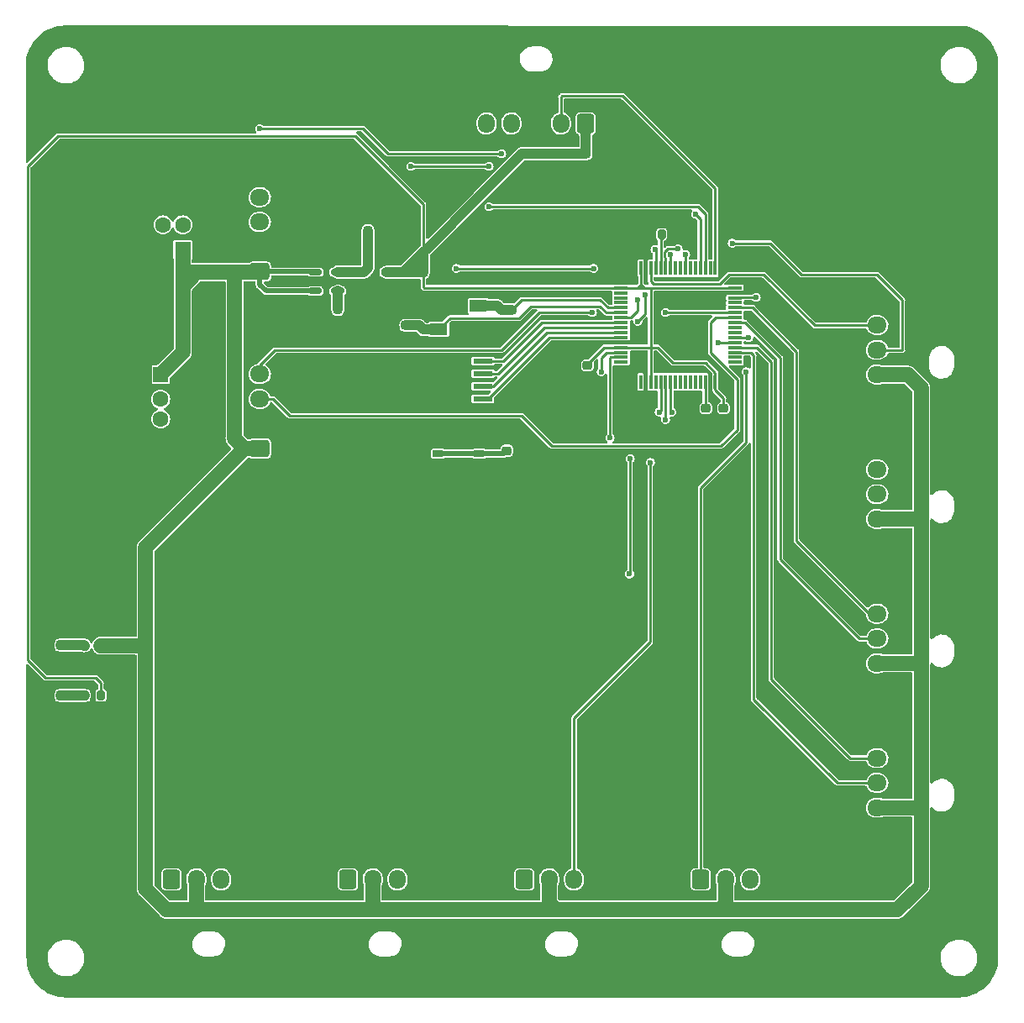
<source format=gtl>
%TF.GenerationSoftware,KiCad,Pcbnew,7.0.7*%
%TF.CreationDate,2024-02-18T11:13:52+09:00*%
%TF.ProjectId,ALTAIR_MDD_V1-backups,414c5441-4952-45f4-9d44-445f56312d62,rev?*%
%TF.SameCoordinates,Original*%
%TF.FileFunction,Copper,L1,Top*%
%TF.FilePolarity,Positive*%
%FSLAX46Y46*%
G04 Gerber Fmt 4.6, Leading zero omitted, Abs format (unit mm)*
G04 Created by KiCad (PCBNEW 7.0.7) date 2024-02-18 11:13:52*
%MOMM*%
%LPD*%
G01*
G04 APERTURE LIST*
G04 Aperture macros list*
%AMRoundRect*
0 Rectangle with rounded corners*
0 $1 Rounding radius*
0 $2 $3 $4 $5 $6 $7 $8 $9 X,Y pos of 4 corners*
0 Add a 4 corners polygon primitive as box body*
4,1,4,$2,$3,$4,$5,$6,$7,$8,$9,$2,$3,0*
0 Add four circle primitives for the rounded corners*
1,1,$1+$1,$2,$3*
1,1,$1+$1,$4,$5*
1,1,$1+$1,$6,$7*
1,1,$1+$1,$8,$9*
0 Add four rect primitives between the rounded corners*
20,1,$1+$1,$2,$3,$4,$5,0*
20,1,$1+$1,$4,$5,$6,$7,0*
20,1,$1+$1,$6,$7,$8,$9,0*
20,1,$1+$1,$8,$9,$2,$3,0*%
G04 Aperture macros list end*
%TA.AperFunction,ComponentPad*%
%ADD10RoundRect,0.250000X0.725000X-0.600000X0.725000X0.600000X-0.725000X0.600000X-0.725000X-0.600000X0*%
%TD*%
%TA.AperFunction,ComponentPad*%
%ADD11O,1.950000X1.700000*%
%TD*%
%TA.AperFunction,SMDPad,CuDef*%
%ADD12R,1.085000X0.550000*%
%TD*%
%TA.AperFunction,SMDPad,CuDef*%
%ADD13RoundRect,0.225000X-0.250000X0.225000X-0.250000X-0.225000X0.250000X-0.225000X0.250000X0.225000X0*%
%TD*%
%TA.AperFunction,ComponentPad*%
%ADD14RoundRect,0.250000X-0.600000X-0.725000X0.600000X-0.725000X0.600000X0.725000X-0.600000X0.725000X0*%
%TD*%
%TA.AperFunction,ComponentPad*%
%ADD15O,1.700000X1.950000*%
%TD*%
%TA.AperFunction,SMDPad,CuDef*%
%ADD16R,1.800000X1.200000*%
%TD*%
%TA.AperFunction,SMDPad,CuDef*%
%ADD17RoundRect,0.200000X-0.200000X-0.275000X0.200000X-0.275000X0.200000X0.275000X-0.200000X0.275000X0*%
%TD*%
%TA.AperFunction,SMDPad,CuDef*%
%ADD18RoundRect,0.225000X0.250000X-0.225000X0.250000X0.225000X-0.250000X0.225000X-0.250000X-0.225000X0*%
%TD*%
%TA.AperFunction,SMDPad,CuDef*%
%ADD19RoundRect,0.218750X-0.218750X-0.256250X0.218750X-0.256250X0.218750X0.256250X-0.218750X0.256250X0*%
%TD*%
%TA.AperFunction,ComponentPad*%
%ADD20R,1.500000X1.600000*%
%TD*%
%TA.AperFunction,ComponentPad*%
%ADD21C,1.600000*%
%TD*%
%TA.AperFunction,ComponentPad*%
%ADD22C,3.000000*%
%TD*%
%TA.AperFunction,SMDPad,CuDef*%
%ADD23R,1.475000X0.300000*%
%TD*%
%TA.AperFunction,SMDPad,CuDef*%
%ADD24R,0.300000X1.475000*%
%TD*%
%TA.AperFunction,SMDPad,CuDef*%
%ADD25RoundRect,0.225000X-0.225000X-0.250000X0.225000X-0.250000X0.225000X0.250000X-0.225000X0.250000X0*%
%TD*%
%TA.AperFunction,ComponentPad*%
%ADD26R,1.600000X1.600000*%
%TD*%
%TA.AperFunction,ComponentPad*%
%ADD27C,4.000000*%
%TD*%
%TA.AperFunction,SMDPad,CuDef*%
%ADD28RoundRect,0.150000X-0.512500X-0.150000X0.512500X-0.150000X0.512500X0.150000X-0.512500X0.150000X0*%
%TD*%
%TA.AperFunction,ComponentPad*%
%ADD29RoundRect,0.250000X0.600000X0.725000X-0.600000X0.725000X-0.600000X-0.725000X0.600000X-0.725000X0*%
%TD*%
%TA.AperFunction,SMDPad,CuDef*%
%ADD30R,1.050000X0.650000*%
%TD*%
%TA.AperFunction,SMDPad,CuDef*%
%ADD31R,1.970000X0.590000*%
%TD*%
%TA.AperFunction,ViaPad*%
%ADD32C,0.600000*%
%TD*%
%TA.AperFunction,Conductor*%
%ADD33C,1.500000*%
%TD*%
%TA.AperFunction,Conductor*%
%ADD34C,0.250000*%
%TD*%
%TA.AperFunction,Conductor*%
%ADD35C,1.000000*%
%TD*%
%TA.AperFunction,Conductor*%
%ADD36C,0.500000*%
%TD*%
G04 APERTURE END LIST*
D10*
%TO.P,J4,1,Pin_1*%
%TO.N,GND*%
X191770000Y-83700000D03*
D11*
%TO.P,J4,2,Pin_2*%
%TO.N,+5V*%
X191770000Y-81200000D03*
%TO.P,J4,3,Pin_3*%
%TO.N,B8*%
X191770000Y-78700000D03*
%TO.P,J4,4,Pin_4*%
%TO.N,B9*%
X191770000Y-76200000D03*
%TD*%
D10*
%TO.P,J3,1,Pin_1*%
%TO.N,GND*%
X191770000Y-98250000D03*
D11*
%TO.P,J3,2,Pin_2*%
%TO.N,+5V*%
X191770000Y-95750000D03*
%TO.P,J3,3,Pin_3*%
%TO.N,A6*%
X191770000Y-93250000D03*
%TO.P,J3,4,Pin_4*%
%TO.N,A7*%
X191770000Y-90750000D03*
%TD*%
D10*
%TO.P,J2,1,Pin_1*%
%TO.N,GND*%
X191770000Y-112800000D03*
D11*
%TO.P,J2,2,Pin_2*%
%TO.N,+5V*%
X191770000Y-110300000D03*
%TO.P,J2,3,Pin_3*%
%TO.N,A8*%
X191770000Y-107800000D03*
%TO.P,J2,4,Pin_4*%
%TO.N,A11*%
X191770000Y-105300000D03*
%TD*%
D10*
%TO.P,J1,1,Pin_1*%
%TO.N,GND*%
X191770000Y-127350000D03*
D11*
%TO.P,J1,2,Pin_2*%
%TO.N,+5V*%
X191770000Y-124850000D03*
%TO.P,J1,3,Pin_3*%
%TO.N,B14*%
X191770000Y-122350000D03*
%TO.P,J1,4,Pin_4*%
%TO.N,B15*%
X191770000Y-119850000D03*
%TD*%
D12*
%TO.P,D1,1*%
%TO.N,+3.3V*%
X142304700Y-70876200D03*
%TO.P,D1,2*%
%TO.N,Net-(U1-OUT)*%
X140024700Y-70876200D03*
%TD*%
D13*
%TO.P,C7,1,1*%
%TO.N,+3.3V*%
X176276000Y-84582000D03*
%TO.P,C7,2,2*%
%TO.N,GND*%
X176276000Y-86132000D03*
%TD*%
D14*
%TO.P,J5,1,Pin_1*%
%TO.N,A0*%
X120650000Y-132080000D03*
D15*
%TO.P,J5,2,Pin_2*%
%TO.N,+5V*%
X123150000Y-132080000D03*
%TO.P,J5,3,Pin_3*%
%TO.N,A1*%
X125650000Y-132080000D03*
%TO.P,J5,4,Pin_4*%
%TO.N,GND*%
X128150000Y-132080000D03*
%TD*%
D16*
%TO.P,Q1,1,1*%
%TO.N,Net-(U3-PH0-OSC_IN)*%
X151563000Y-74251000D03*
%TO.P,Q1,2,GND*%
%TO.N,GND*%
X147563000Y-74251000D03*
%TO.P,Q1,3,3*%
%TO.N,Net-(U3-PH1-OSC_OUT)*%
X147563000Y-76651000D03*
%TO.P,Q1,4,GND*%
%TO.N,GND*%
X151563000Y-76651000D03*
%TD*%
D17*
%TO.P,R1,1*%
%TO.N,Net-(LED1-A)*%
X111888000Y-108518000D03*
%TO.P,R1,2*%
%TO.N,+5V*%
X113538000Y-108518000D03*
%TD*%
D18*
%TO.P,C1,1,1*%
%TO.N,GND*%
X154940000Y-76215000D03*
%TO.P,C1,2,2*%
%TO.N,Net-(U3-PH0-OSC_IN)*%
X154940000Y-74665000D03*
%TD*%
D19*
%TO.P,LED1,1,K*%
%TO.N,GND*%
X107915500Y-108458000D03*
%TO.P,LED1,2,A*%
%TO.N,Net-(LED1-A)*%
X109490500Y-108458000D03*
%TD*%
D20*
%TO.P,J11,1,VBUS*%
%TO.N,+5V*%
X119550000Y-81175000D03*
D21*
%TO.P,J11,2,D-*%
%TO.N,A10*%
X119550000Y-83675000D03*
%TO.P,J11,3,D+*%
%TO.N,A9*%
X119550000Y-85675000D03*
%TO.P,J11,4,GND*%
%TO.N,GND*%
X119550000Y-88175000D03*
D22*
%TO.P,J11,5,Shield*%
X116840000Y-78105000D03*
X116840000Y-91245000D03*
%TD*%
D17*
%TO.P,R4,1*%
%TO.N,GND*%
X168402000Y-67056000D03*
%TO.P,R4,2*%
%TO.N,Net-(U3-BOOT0)*%
X170052000Y-67056000D03*
%TD*%
D10*
%TO.P,J14,1,Pin_1*%
%TO.N,+5V*%
X129540000Y-70805000D03*
D11*
%TO.P,J14,2,Pin_2*%
%TO.N,GND*%
X129540000Y-68305000D03*
%TO.P,J14,3,Pin_3*%
%TO.N,C11*%
X129540000Y-65805000D03*
%TO.P,J14,4,Pin_4*%
%TO.N,C10*%
X129540000Y-63305000D03*
%TD*%
D14*
%TO.P,J8,1,Pin_1*%
%TO.N,C6*%
X173990000Y-132080000D03*
D15*
%TO.P,J8,2,Pin_2*%
%TO.N,+5V*%
X176490000Y-132080000D03*
%TO.P,J8,3,Pin_3*%
%TO.N,C7*%
X178990000Y-132080000D03*
%TO.P,J8,4,Pin_4*%
%TO.N,GND*%
X181490000Y-132080000D03*
%TD*%
D13*
%TO.P,C4,1,1*%
%TO.N,+3.3V*%
X162400000Y-58928000D03*
%TO.P,C4,2,2*%
%TO.N,GND*%
X162400000Y-60478000D03*
%TD*%
D23*
%TO.P,U3,1,VBAT*%
%TO.N,+3.3V*%
X165966000Y-72450000D03*
%TO.P,U3,2,PC13*%
%TO.N,unconnected-(U3-PC13-Pad2)*%
X165966000Y-72950000D03*
%TO.P,U3,3,PC14-OSC32_IN*%
%TO.N,unconnected-(U3-PC14-OSC32_IN-Pad3)*%
X165966000Y-73450000D03*
%TO.P,U3,4,PC15-OSC32_OUT*%
%TO.N,unconnected-(U3-PC15-OSC32_OUT-Pad4)*%
X165966000Y-73950000D03*
%TO.P,U3,5,PH0-OSC_IN*%
%TO.N,Net-(U3-PH0-OSC_IN)*%
X165966000Y-74450000D03*
%TO.P,U3,6,PH1-OSC_OUT*%
%TO.N,Net-(U3-PH1-OSC_OUT)*%
X165966000Y-74950000D03*
%TO.P,U3,7,NRST*%
%TO.N,nrst*%
X165966000Y-75450000D03*
%TO.P,U3,8,PC0*%
%TO.N,Net-(U3-PC0)*%
X165966000Y-75950000D03*
%TO.P,U3,9,PC1*%
%TO.N,Net-(U3-PC1)*%
X165966000Y-76450000D03*
%TO.P,U3,10,PC2*%
%TO.N,Net-(U3-PC2)*%
X165966000Y-76950000D03*
%TO.P,U3,11,PC3*%
%TO.N,Net-(U3-PC3)*%
X165966000Y-77450000D03*
%TO.P,U3,12,VSSA/VREF-*%
%TO.N,GND*%
X165966000Y-77950000D03*
%TO.P,U3,13,VDDA/VREF+*%
%TO.N,+3.3V*%
X165966000Y-78450000D03*
%TO.P,U3,14,PA0*%
%TO.N,A0*%
X165966000Y-78950000D03*
%TO.P,U3,15,PA1*%
%TO.N,A1*%
X165966000Y-79450000D03*
%TO.P,U3,16,PA2*%
%TO.N,A2*%
X165966000Y-79950000D03*
D24*
%TO.P,U3,17,PA3*%
%TO.N,A3*%
X167954000Y-81938000D03*
%TO.P,U3,18,VSS_4*%
%TO.N,GND*%
X168454000Y-81938000D03*
%TO.P,U3,19,VDD_4*%
%TO.N,+3.3V*%
X168954000Y-81938000D03*
%TO.P,U3,20,PA4*%
%TO.N,unconnected-(U3-PA4-Pad20)*%
X169454000Y-81938000D03*
%TO.P,U3,21,PA5*%
%TO.N,A5*%
X169954000Y-81938000D03*
%TO.P,U3,22,PA6*%
%TO.N,A6*%
X170454000Y-81938000D03*
%TO.P,U3,23,PA7*%
%TO.N,A7*%
X170954000Y-81938000D03*
%TO.P,U3,24,PC4*%
%TO.N,unconnected-(U3-PC4-Pad24)*%
X171454000Y-81938000D03*
%TO.P,U3,25,PC5*%
%TO.N,unconnected-(U3-PC5-Pad25)*%
X171954000Y-81938000D03*
%TO.P,U3,26,PB0*%
%TO.N,B0*%
X172454000Y-81938000D03*
%TO.P,U3,27,PB1*%
%TO.N,B1*%
X172954000Y-81938000D03*
%TO.P,U3,28,PB2*%
%TO.N,B2*%
X173454000Y-81938000D03*
%TO.P,U3,29,PB10*%
%TO.N,unconnected-(U3-PB10-Pad29)*%
X173954000Y-81938000D03*
%TO.P,U3,30,VCAP_1*%
%TO.N,Net-(U3-VCAP_1)*%
X174454000Y-81938000D03*
%TO.P,U3,31,VSS_1*%
%TO.N,GND*%
X174954000Y-81938000D03*
%TO.P,U3,32,VDD_1*%
%TO.N,+3.3V*%
X175454000Y-81938000D03*
D23*
%TO.P,U3,33,PB12*%
%TO.N,unconnected-(U3-PB12-Pad33)*%
X177442000Y-79950000D03*
%TO.P,U3,34,PB13*%
%TO.N,unconnected-(U3-PB13-Pad34)*%
X177442000Y-79450000D03*
%TO.P,U3,35,PB14*%
%TO.N,B14*%
X177442000Y-78950000D03*
%TO.P,U3,36,PB15*%
%TO.N,B15*%
X177442000Y-78450000D03*
%TO.P,U3,37,PC6*%
%TO.N,C6*%
X177442000Y-77950000D03*
%TO.P,U3,38,PC7*%
%TO.N,C7*%
X177442000Y-77450000D03*
%TO.P,U3,39,PC8*%
%TO.N,C8*%
X177442000Y-76950000D03*
%TO.P,U3,40,PC9*%
%TO.N,C9*%
X177442000Y-76450000D03*
%TO.P,U3,41,PA8*%
%TO.N,A8*%
X177442000Y-75950000D03*
%TO.P,U3,42,PA9*%
%TO.N,A9*%
X177442000Y-75450000D03*
%TO.P,U3,43,PA10*%
%TO.N,A10*%
X177442000Y-74950000D03*
%TO.P,U3,44,PA11*%
%TO.N,A11*%
X177442000Y-74450000D03*
%TO.P,U3,45,PA12*%
%TO.N,unconnected-(U3-PA12-Pad45)*%
X177442000Y-73950000D03*
%TO.P,U3,46,PA13*%
%TO.N,swdio*%
X177442000Y-73450000D03*
%TO.P,U3,47,VSS_2*%
%TO.N,GND*%
X177442000Y-72950000D03*
%TO.P,U3,48,VDD_2*%
%TO.N,+3.3V*%
X177442000Y-72450000D03*
D24*
%TO.P,U3,49,PA14*%
%TO.N,swclk*%
X175454000Y-70462000D03*
%TO.P,U3,50,PA15*%
%TO.N,unconnected-(U3-PA15-Pad50)*%
X174954000Y-70462000D03*
%TO.P,U3,51,PC10*%
%TO.N,C10*%
X174454000Y-70462000D03*
%TO.P,U3,52,PC11*%
%TO.N,C11*%
X173954000Y-70462000D03*
%TO.P,U3,53,PC12*%
%TO.N,unconnected-(U3-PC12-Pad53)*%
X173454000Y-70462000D03*
%TO.P,U3,54,PD2*%
%TO.N,unconnected-(U3-PD2-Pad54)*%
X172954000Y-70462000D03*
%TO.P,U3,55,PB3*%
%TO.N,B3*%
X172454000Y-70462000D03*
%TO.P,U3,56,PB4*%
%TO.N,unconnected-(U3-PB4-Pad56)*%
X171954000Y-70462000D03*
%TO.P,U3,57,PB5*%
%TO.N,unconnected-(U3-PB5-Pad57)*%
X171454000Y-70462000D03*
%TO.P,U3,58,PB6*%
%TO.N,B6*%
X170954000Y-70462000D03*
%TO.P,U3,59,PB7*%
%TO.N,B7*%
X170454000Y-70462000D03*
%TO.P,U3,60,BOOT0*%
%TO.N,Net-(U3-BOOT0)*%
X169954000Y-70462000D03*
%TO.P,U3,61,PB8*%
%TO.N,B8*%
X169454000Y-70462000D03*
%TO.P,U3,62,PB9*%
%TO.N,B9*%
X168954000Y-70462000D03*
%TO.P,U3,63,VSS_3*%
%TO.N,GND*%
X168454000Y-70462000D03*
%TO.P,U3,64,VDD_3*%
%TO.N,+3.3V*%
X167954000Y-70462000D03*
%TD*%
D25*
%TO.P,C5,1,1*%
%TO.N,+3.3V*%
X146024000Y-70866000D03*
%TO.P,C5,2,2*%
%TO.N,GND*%
X147574000Y-70866000D03*
%TD*%
D26*
%TO.P,J12,1,VBUS*%
%TO.N,+5V*%
X121787500Y-68595000D03*
D21*
%TO.P,J12,2,D-*%
%TO.N,C10*%
X121787500Y-66095000D03*
%TO.P,J12,3,D+*%
%TO.N,C11*%
X119787500Y-66095000D03*
%TO.P,J12,4,GND*%
%TO.N,GND*%
X119787500Y-68595000D03*
D27*
%TO.P,J12,5,Shield*%
X116927500Y-73345000D03*
X116927500Y-61345000D03*
%TD*%
D28*
%TO.P,U1,1,IN*%
%TO.N,+5V*%
X135128000Y-70866000D03*
%TO.P,U1,2,GND*%
%TO.N,GND*%
X135128000Y-71816000D03*
%TO.P,U1,3,EN*%
%TO.N,+5V*%
X135128000Y-72766000D03*
%TO.P,U1,4,ADJ*%
%TO.N,Net-(U1-ADJ)*%
X137403000Y-72766000D03*
%TO.P,U1,5,OUT*%
%TO.N,Net-(U1-OUT)*%
X137403000Y-70866000D03*
%TD*%
D19*
%TO.P,LED2,1,K*%
%TO.N,GND*%
X107915500Y-113538000D03*
%TO.P,LED2,2,A*%
%TO.N,Net-(LED2-A)*%
X109490500Y-113538000D03*
%TD*%
D29*
%TO.P,J10,1,Pin_1*%
%TO.N,+3.3V*%
X162400000Y-55880000D03*
D15*
%TO.P,J10,2,Pin_2*%
%TO.N,swclk*%
X159900000Y-55880000D03*
%TO.P,J10,3,Pin_3*%
%TO.N,GND*%
X157400000Y-55880000D03*
%TO.P,J10,4,Pin_4*%
%TO.N,swdio*%
X154900000Y-55880000D03*
%TO.P,J10,5,Pin_5*%
%TO.N,nrst*%
X152400000Y-55880000D03*
%TD*%
D10*
%TO.P,J13,1,Pin_1*%
%TO.N,+5V*%
X129540000Y-88645000D03*
D11*
%TO.P,J13,2,Pin_2*%
%TO.N,GND*%
X129540000Y-86145000D03*
%TO.P,J13,3,Pin_3*%
%TO.N,A9*%
X129540000Y-83645000D03*
%TO.P,J13,4,Pin_4*%
%TO.N,A10*%
X129540000Y-81145000D03*
%TD*%
D30*
%TO.P,S1,1,1*%
%TO.N,GND*%
X147488000Y-87006000D03*
%TO.P,S1,2,2*%
X151638000Y-87006000D03*
%TO.P,S1,3,3*%
%TO.N,nrst*%
X147488000Y-89156000D03*
%TO.P,S1,4,4*%
X151638000Y-89156000D03*
%TD*%
D14*
%TO.P,J6,1,Pin_1*%
%TO.N,B3*%
X138430000Y-132080000D03*
D15*
%TO.P,J6,2,Pin_2*%
%TO.N,+5V*%
X140930000Y-132080000D03*
%TO.P,J6,3,Pin_3*%
%TO.N,A5*%
X143430000Y-132080000D03*
%TO.P,J6,4,Pin_4*%
%TO.N,GND*%
X145930000Y-132080000D03*
%TD*%
D31*
%TO.P,S2,1,1*%
%TO.N,Net-(U3-PC3)*%
X152038000Y-83636000D03*
%TO.P,S2,2,2*%
%TO.N,Net-(U3-PC2)*%
X152038000Y-82366000D03*
%TO.P,S2,3,3*%
%TO.N,Net-(U3-PC1)*%
X152038000Y-81096000D03*
%TO.P,S2,4,4*%
%TO.N,Net-(U3-PC0)*%
X152038000Y-79826000D03*
%TO.P,S2,5,5*%
%TO.N,GND*%
X147088000Y-79826000D03*
%TO.P,S2,6,6*%
X147088000Y-81096000D03*
%TO.P,S2,7,7*%
X147088000Y-82366000D03*
%TO.P,S2,8,8*%
X147088000Y-83636000D03*
%TD*%
D13*
%TO.P,C2,1,1*%
%TO.N,GND*%
X144272000Y-74676000D03*
%TO.P,C2,2,2*%
%TO.N,Net-(U3-PH1-OSC_OUT)*%
X144272000Y-76226000D03*
%TD*%
D25*
%TO.P,C10,1,1*%
%TO.N,Net-(U1-OUT)*%
X140436000Y-66675000D03*
%TO.P,C10,2,2*%
%TO.N,GND*%
X141986000Y-66675000D03*
%TD*%
%TO.P,C11,1,1*%
%TO.N,Net-(U1-ADJ)*%
X137408500Y-74610000D03*
%TO.P,C11,2,2*%
%TO.N,GND*%
X138958500Y-74610000D03*
%TD*%
D17*
%TO.P,R2,1*%
%TO.N,Net-(LED2-A)*%
X111888000Y-113538000D03*
%TO.P,R2,2*%
%TO.N,+3.3V*%
X113538000Y-113538000D03*
%TD*%
D18*
%TO.P,C8,1,1*%
%TO.N,nrst*%
X154432000Y-88856000D03*
%TO.P,C8,2,2*%
%TO.N,GND*%
X154432000Y-87306000D03*
%TD*%
D14*
%TO.P,J7,1,Pin_1*%
%TO.N,B6*%
X156210000Y-132080000D03*
D15*
%TO.P,J7,2,Pin_2*%
%TO.N,+5V*%
X158710000Y-132080000D03*
%TO.P,J7,3,Pin_3*%
%TO.N,B7*%
X161210000Y-132080000D03*
%TO.P,J7,4,Pin_4*%
%TO.N,GND*%
X163710000Y-132080000D03*
%TD*%
D13*
%TO.P,C3,1,1*%
%TO.N,Net-(U3-VCAP_1)*%
X174498000Y-84582000D03*
%TO.P,C3,2,2*%
%TO.N,GND*%
X174498000Y-86132000D03*
%TD*%
D18*
%TO.P,C6,1,1*%
%TO.N,+3.3V*%
X162560000Y-80264000D03*
%TO.P,C6,2,2*%
%TO.N,GND*%
X162560000Y-78714000D03*
%TD*%
D32*
%TO.N,GND*%
X167513000Y-80264000D03*
X169926000Y-80264000D03*
X175260000Y-73406000D03*
X171196000Y-73406000D03*
X167513000Y-77343000D03*
%TO.N,nrst*%
X163195000Y-70485000D03*
X149352000Y-89156000D03*
X167640000Y-73660000D03*
X149352000Y-70485000D03*
%TO.N,swdio*%
X179578000Y-73406000D03*
%TO.N,B6*%
X170942000Y-69088000D03*
X166878000Y-89662000D03*
X167640000Y-75819000D03*
X168377100Y-73152000D03*
X166814500Y-101282500D03*
%TO.N,B7*%
X171704000Y-68521900D03*
X168910000Y-90043000D03*
%TO.N,B8*%
X177165000Y-67945000D03*
X169377100Y-68580000D03*
%TO.N,C6*%
X175768000Y-77978000D03*
X178562000Y-80899000D03*
%TO.N,C7*%
X178816000Y-77470000D03*
%TO.N,C10*%
X152654000Y-60198000D03*
X144780000Y-60198000D03*
X152654000Y-64262000D03*
%TO.N,C11*%
X173482000Y-65024000D03*
X129540000Y-56388000D03*
X153924000Y-58928000D03*
%TO.N,A10*%
X163068000Y-74930000D03*
X170434000Y-74930000D03*
%TO.N,A0*%
X163957000Y-80899000D03*
%TO.N,A1*%
X164846000Y-87561100D03*
%TO.N,A6*%
X170434000Y-85725000D03*
%TO.N,A7*%
X171069000Y-84963000D03*
%TO.N,B3*%
X172466000Y-69088000D03*
%TO.N,A5*%
X169799000Y-84963000D03*
%TD*%
D33*
%TO.N,+5V*%
X195970000Y-124850000D02*
X191770000Y-124850000D01*
X196215000Y-125095000D02*
X195970000Y-124850000D01*
X196215000Y-125095000D02*
X196215000Y-109855000D01*
X196215000Y-132715000D02*
X196215000Y-125095000D01*
X196215000Y-109855000D02*
X195770000Y-110300000D01*
X195770000Y-110300000D02*
X191770000Y-110300000D01*
X196215000Y-109855000D02*
X196215000Y-95250000D01*
X196215000Y-95250000D02*
X195715000Y-95750000D01*
X196215000Y-95250000D02*
X196215000Y-82550000D01*
X195715000Y-95750000D02*
X191770000Y-95750000D01*
X193802000Y-135128000D02*
X196215000Y-132715000D01*
X196215000Y-82550000D02*
X194865000Y-81200000D01*
X194865000Y-81200000D02*
X191770000Y-81200000D01*
X175917000Y-135128000D02*
X193802000Y-135128000D01*
D34*
%TO.N,B15*%
X179669000Y-78450000D02*
X177442000Y-78450000D01*
X181102000Y-79883000D02*
X179669000Y-78450000D01*
X181102000Y-111887000D02*
X181102000Y-79883000D01*
X189065000Y-119850000D02*
X181102000Y-111887000D01*
X191770000Y-119850000D02*
X189065000Y-119850000D01*
%TO.N,B14*%
X179026000Y-78950000D02*
X177442000Y-78950000D01*
X187755000Y-122350000D02*
X179324000Y-113919000D01*
X191770000Y-122350000D02*
X187755000Y-122350000D01*
X179324000Y-113919000D02*
X179324000Y-79248000D01*
X179324000Y-79248000D02*
X179026000Y-78950000D01*
%TO.N,A11*%
X179225000Y-74450000D02*
X177442000Y-74450000D01*
X183642000Y-78867000D02*
X179225000Y-74450000D01*
X183642000Y-97917000D02*
X183642000Y-78867000D01*
X191025000Y-105300000D02*
X183642000Y-97917000D01*
X191770000Y-105300000D02*
X191025000Y-105300000D01*
%TO.N,A8*%
X181991000Y-79511500D02*
X178429500Y-75950000D01*
X189969000Y-107800000D02*
X181991000Y-99822000D01*
X181991000Y-99822000D02*
X181991000Y-79511500D01*
X178429500Y-75950000D02*
X177442000Y-75950000D01*
X191770000Y-107800000D02*
X189969000Y-107800000D01*
%TO.N,Net-(U3-PH0-OSC_IN)*%
X155945000Y-73660000D02*
X154940000Y-74665000D01*
D35*
X153924000Y-74676000D02*
X153935000Y-74665000D01*
X153499000Y-74251000D02*
X153924000Y-74676000D01*
D34*
X163830000Y-73660000D02*
X155945000Y-73660000D01*
D35*
X153935000Y-74665000D02*
X154940000Y-74665000D01*
X151563000Y-74251000D02*
X153499000Y-74251000D01*
D34*
X165966000Y-74450000D02*
X164620000Y-74450000D01*
X164620000Y-74450000D02*
X163830000Y-73660000D01*
%TO.N,Net-(U3-PH1-OSC_OUT)*%
X164485000Y-74950000D02*
X163830000Y-74295000D01*
X165966000Y-74950000D02*
X164485000Y-74950000D01*
X163830000Y-74295000D02*
X156845000Y-74295000D01*
D35*
X145568000Y-76226000D02*
X145993000Y-76651000D01*
D34*
X155652400Y-75487600D02*
X148726400Y-75487600D01*
D35*
X144272000Y-76226000D02*
X145568000Y-76226000D01*
X145993000Y-76651000D02*
X147563000Y-76651000D01*
D34*
X156845000Y-74295000D02*
X155652400Y-75487600D01*
X148726400Y-75487600D02*
X147563000Y-76651000D01*
%TO.N,GND*%
X168454000Y-70462000D02*
X168454000Y-67108000D01*
X168454000Y-67108000D02*
X168402000Y-67056000D01*
%TO.N,Net-(U3-VCAP_1)*%
X174498000Y-84582000D02*
X174454000Y-84538000D01*
X174454000Y-84538000D02*
X174454000Y-81938000D01*
D35*
%TO.N,+3.3V*%
X146055100Y-68839100D02*
X145547100Y-69347100D01*
X146013800Y-70876200D02*
X146024000Y-70866000D01*
X144018000Y-70876200D02*
X146013800Y-70876200D01*
D34*
X113030000Y-111760000D02*
X107950000Y-111760000D01*
D35*
X145547100Y-69347100D02*
X145293100Y-69601100D01*
D34*
X146024000Y-64024250D02*
X146024000Y-70866000D01*
X146050000Y-70892000D02*
X146024000Y-70866000D01*
X146110000Y-72450000D02*
X146050000Y-72390000D01*
X165966000Y-72450000D02*
X146110000Y-72450000D01*
X139149750Y-57150000D02*
X146024000Y-64024250D01*
X146024000Y-69824000D02*
X146024000Y-68870200D01*
X165966000Y-72450000D02*
X167640000Y-72450000D01*
D35*
X155956000Y-58928000D02*
X151638000Y-63246000D01*
D34*
X162560000Y-80010000D02*
X162560000Y-80264000D01*
X168954000Y-72494000D02*
X168910000Y-72450000D01*
D35*
X146436100Y-68458100D02*
X146055100Y-68839100D01*
D34*
X174468300Y-80010000D02*
X175454000Y-80995700D01*
X106150000Y-60220000D02*
X109220000Y-57150000D01*
X171196000Y-80010000D02*
X174468300Y-80010000D01*
D35*
X145293100Y-70135100D02*
X145604200Y-69824000D01*
X145293100Y-69601100D02*
X145293100Y-70135100D01*
D34*
X106150000Y-109960000D02*
X106150000Y-60220000D01*
D35*
X144018000Y-70876200D02*
X146055100Y-68839100D01*
D34*
X113538000Y-112268000D02*
X113030000Y-111760000D01*
X145547100Y-69347100D02*
X146024000Y-69824000D01*
X146050000Y-72390000D02*
X146050000Y-70892000D01*
D35*
X162400000Y-55880000D02*
X162400000Y-58928000D01*
D34*
X167954000Y-72136000D02*
X168268000Y-72450000D01*
D35*
X146024000Y-68870200D02*
X146024000Y-70866000D01*
X145293100Y-70135100D02*
X146024000Y-70866000D01*
X151638000Y-63246000D02*
X151638000Y-63256200D01*
D34*
X175454000Y-81938000D02*
X175454000Y-82744000D01*
X164247000Y-78450000D02*
X165966000Y-78450000D01*
X162560000Y-80137000D02*
X164247000Y-78450000D01*
X109220000Y-57150000D02*
X139149750Y-57150000D01*
D35*
X145604200Y-69824000D02*
X146024000Y-69824000D01*
D34*
X162560000Y-80264000D02*
X162560000Y-80137000D01*
X169636000Y-78450000D02*
X171196000Y-80010000D01*
X113538000Y-113538000D02*
X113538000Y-112268000D01*
X175454000Y-80995700D02*
X175454000Y-81938000D01*
X167954000Y-70462000D02*
X167954000Y-72136000D01*
X146024000Y-68870200D02*
X146055100Y-68839100D01*
X146024000Y-70866000D02*
X146024000Y-69824000D01*
X168910000Y-72450000D02*
X177442000Y-72450000D01*
X175454000Y-82744000D02*
X176276000Y-83566000D01*
X167640000Y-72450000D02*
X167954000Y-72136000D01*
D35*
X162400000Y-58928000D02*
X155956000Y-58928000D01*
X146436100Y-68458100D02*
X146024000Y-68870200D01*
D34*
X165966000Y-78450000D02*
X169636000Y-78450000D01*
D35*
X151638000Y-63256200D02*
X146436100Y-68458100D01*
D34*
X168268000Y-72450000D02*
X168910000Y-72450000D01*
D35*
X142304700Y-70876200D02*
X144018000Y-70876200D01*
D34*
X168954000Y-81938000D02*
X168954000Y-72494000D01*
X107950000Y-111760000D02*
X106150000Y-109960000D01*
X176276000Y-83566000D02*
X176276000Y-84582000D01*
D35*
X145293100Y-69601100D02*
X144018000Y-70876200D01*
D34*
X167640000Y-72450000D02*
X168910000Y-72450000D01*
%TO.N,nrst*%
X163195000Y-70485000D02*
X149352000Y-70485000D01*
X167640000Y-73660000D02*
X167640000Y-74718300D01*
X166908300Y-75450000D02*
X165966000Y-75450000D01*
X167640000Y-74718300D02*
X166908300Y-75450000D01*
D36*
X149352000Y-89156000D02*
X154132000Y-89156000D01*
X147488000Y-89156000D02*
X149352000Y-89156000D01*
X154132000Y-89156000D02*
X154432000Y-88856000D01*
D34*
%TO.N,swclk*%
X160020000Y-53086000D02*
X166116000Y-53086000D01*
X175454000Y-62424000D02*
X175454000Y-70462000D01*
X159900000Y-53206000D02*
X160020000Y-53086000D01*
X159900000Y-55880000D02*
X159900000Y-53206000D01*
X166116000Y-53086000D02*
X175454000Y-62424000D01*
%TO.N,swdio*%
X177486000Y-73406000D02*
X177442000Y-73450000D01*
X179578000Y-73406000D02*
X177486000Y-73406000D01*
D35*
%TO.N,Net-(U1-OUT)*%
X137403000Y-70866000D02*
X140014500Y-70866000D01*
X140436000Y-70464900D02*
X140024700Y-70876200D01*
X140014500Y-70866000D02*
X140024700Y-70876200D01*
X140436000Y-66675000D02*
X140436000Y-70464900D01*
D34*
%TO.N,B6*%
X167640000Y-75819000D02*
X168377100Y-75081900D01*
X166856600Y-101240400D02*
X166856600Y-89683400D01*
X168377100Y-75081900D02*
X168377100Y-73152000D01*
X170942000Y-69088000D02*
X170954000Y-69100000D01*
X166814500Y-101282500D02*
X166856600Y-101240400D01*
X166856600Y-89683400D02*
X166878000Y-89662000D01*
X170954000Y-69100000D02*
X170954000Y-70462000D01*
%TO.N,B7*%
X161210000Y-115850416D02*
X168910000Y-108150416D01*
X161210000Y-132080000D02*
X161210000Y-115850416D01*
X170364600Y-68848833D02*
X170364600Y-69327167D01*
X168910000Y-90805000D02*
X168910000Y-90043000D01*
X168910000Y-108150416D02*
X168910000Y-90805000D01*
X170702833Y-68510600D02*
X170364600Y-68848833D01*
X170364600Y-69327167D02*
X170454000Y-69416567D01*
X170454000Y-69416567D02*
X170454000Y-70462000D01*
X171704000Y-68521900D02*
X171692700Y-68510600D01*
X171692700Y-68510600D02*
X170702833Y-68510600D01*
%TO.N,B8*%
X169377100Y-68580000D02*
X169454000Y-68656900D01*
X191770000Y-78740000D02*
X194310000Y-78740000D01*
X180975000Y-67945000D02*
X177165000Y-67945000D01*
X194310000Y-78740000D02*
X194310000Y-73660000D01*
X191770000Y-71120000D02*
X184150000Y-71120000D01*
X169454000Y-68656900D02*
X169454000Y-70462000D01*
X194310000Y-73660000D02*
X191770000Y-71120000D01*
X184150000Y-71120000D02*
X180975000Y-67945000D01*
%TO.N,B9*%
X169202600Y-72047600D02*
X168954000Y-71799000D01*
X168954000Y-71799000D02*
X168954000Y-70462000D01*
X185460000Y-76240000D02*
X180340000Y-71120000D01*
X175895000Y-72047600D02*
X169202600Y-72047600D01*
X180340000Y-71120000D02*
X176822600Y-71120000D01*
X176822600Y-71120000D02*
X175895000Y-72047600D01*
X191770000Y-76240000D02*
X185460000Y-76240000D01*
D35*
%TO.N,Net-(U1-ADJ)*%
X137408500Y-72771500D02*
X137403000Y-72766000D01*
X137408500Y-74610000D02*
X137408500Y-72771500D01*
%TO.N,Net-(LED1-A)*%
X109490500Y-108458000D02*
X111828000Y-108458000D01*
X111828000Y-108458000D02*
X111888000Y-108518000D01*
%TO.N,Net-(LED2-A)*%
X109490500Y-113538000D02*
X111888000Y-113538000D01*
D34*
%TO.N,C6*%
X178562000Y-80899000D02*
X178562000Y-88011000D01*
X178562000Y-88011000D02*
X173990000Y-92583000D01*
X175768000Y-77978000D02*
X177414000Y-77978000D01*
X177414000Y-77978000D02*
X177442000Y-77950000D01*
X173990000Y-92583000D02*
X173990000Y-132080000D01*
%TO.N,C7*%
X178816000Y-77470000D02*
X177462000Y-77470000D01*
X177462000Y-77470000D02*
X177442000Y-77450000D01*
%TO.N,C10*%
X174454000Y-64980000D02*
X173736000Y-64262000D01*
X173736000Y-64262000D02*
X152654000Y-64262000D01*
X152654000Y-60198000D02*
X144780000Y-60198000D01*
X174454000Y-70462000D02*
X174454000Y-64980000D01*
%TO.N,C11*%
X142494000Y-58928000D02*
X153924000Y-58928000D01*
X173954000Y-70462000D02*
X173954000Y-65496000D01*
X139954000Y-56388000D02*
X142494000Y-58928000D01*
X129540000Y-56388000D02*
X139954000Y-56388000D01*
X173954000Y-65496000D02*
X173482000Y-65024000D01*
%TO.N,Net-(U3-BOOT0)*%
X170052000Y-67056000D02*
X169954000Y-67154000D01*
X170052000Y-67564000D02*
X170052000Y-67056000D01*
X169954000Y-67154000D02*
X169954000Y-70462000D01*
%TO.N,Net-(U3-PC3)*%
X158770000Y-77450000D02*
X152584000Y-83636000D01*
X165966000Y-77450000D02*
X158770000Y-77450000D01*
X152584000Y-83636000D02*
X152038000Y-83636000D01*
%TO.N,Net-(U3-PC2)*%
X153092000Y-82366000D02*
X152038000Y-82366000D01*
X158508000Y-76950000D02*
X153092000Y-82366000D01*
X165966000Y-76950000D02*
X158508000Y-76950000D01*
D33*
%TO.N,+5V*%
X140589000Y-135128000D02*
X123317000Y-135128000D01*
X123150000Y-132080000D02*
X123150000Y-134961000D01*
X129479000Y-70866000D02*
X129540000Y-70805000D01*
X175917000Y-135128000D02*
X159385000Y-135128000D01*
X140930000Y-132080000D02*
X140930000Y-134787000D01*
X127000000Y-70866000D02*
X129479000Y-70866000D01*
X117982400Y-108518000D02*
X118042400Y-108458000D01*
X113538000Y-108518000D02*
X117982400Y-108518000D01*
D36*
X129540000Y-70805000D02*
X129540000Y-72136000D01*
D33*
X121787500Y-72268500D02*
X123190000Y-70866000D01*
X158710000Y-132080000D02*
X158710000Y-134453000D01*
X121787500Y-68595000D02*
X121787500Y-70866000D01*
D36*
X129540000Y-72136000D02*
X130170000Y-72766000D01*
D33*
X140930000Y-134787000D02*
X140589000Y-135128000D01*
X120142000Y-135128000D02*
X118042400Y-133028400D01*
X127000000Y-87630000D02*
X128015000Y-88645000D01*
X118042400Y-133028400D02*
X118042400Y-108458000D01*
X123150000Y-134961000D02*
X123317000Y-135128000D01*
X128015000Y-88645000D02*
X129540000Y-88645000D01*
D36*
X135067000Y-70805000D02*
X135128000Y-70866000D01*
D33*
X121787500Y-73660000D02*
X121787500Y-78937500D01*
D36*
X129540000Y-70805000D02*
X135067000Y-70805000D01*
D33*
X159385000Y-135128000D02*
X140589000Y-135128000D01*
X121787500Y-73660000D02*
X121787500Y-72268500D01*
X121787500Y-78937500D02*
X119550000Y-81175000D01*
X176490000Y-132080000D02*
X176490000Y-134555000D01*
X123190000Y-70866000D02*
X127000000Y-70866000D01*
D34*
X118042400Y-108518000D02*
X118042400Y-98617600D01*
D33*
X121787500Y-70866000D02*
X123190000Y-70866000D01*
X158710000Y-134453000D02*
X159385000Y-135128000D01*
X176490000Y-134555000D02*
X175917000Y-135128000D01*
X121787500Y-70866000D02*
X121787500Y-73660000D01*
X118042400Y-98617600D02*
X128015000Y-88645000D01*
D36*
X130170000Y-72766000D02*
X135128000Y-72766000D01*
D33*
X124714000Y-135128000D02*
X120142000Y-135128000D01*
X127000000Y-70866000D02*
X127000000Y-87630000D01*
X118042400Y-108458000D02*
X118042400Y-98617600D01*
D34*
%TO.N,Net-(U3-PC1)*%
X153600000Y-81096000D02*
X158246000Y-76450000D01*
X152038000Y-81096000D02*
X153600000Y-81096000D01*
X158246000Y-76450000D02*
X165966000Y-76450000D01*
%TO.N,A9*%
X130889000Y-83645000D02*
X129540000Y-83645000D01*
X175502000Y-75450000D02*
X175006000Y-75946000D01*
X132588000Y-85344000D02*
X130889000Y-83645000D01*
X177673000Y-86741000D02*
X176022000Y-88392000D01*
X155956000Y-85344000D02*
X132588000Y-85344000D01*
X176022000Y-88392000D02*
X159004000Y-88392000D01*
X175006000Y-75946000D02*
X175006000Y-78994000D01*
X177442000Y-75450000D02*
X175502000Y-75450000D01*
X175006000Y-78994000D02*
X177673000Y-81661000D01*
X177673000Y-81661000D02*
X177673000Y-86741000D01*
X159004000Y-88392000D02*
X155956000Y-85344000D01*
%TO.N,A10*%
X153924000Y-78740000D02*
X131064000Y-78740000D01*
X129540000Y-80264000D02*
X129540000Y-81145000D01*
X177442000Y-74950000D02*
X176454500Y-74950000D01*
X157734000Y-74930000D02*
X153924000Y-78740000D01*
X163068000Y-74930000D02*
X157734000Y-74930000D01*
X131064000Y-78740000D02*
X129540000Y-80264000D01*
X176434500Y-74930000D02*
X170434000Y-74930000D01*
X176454500Y-74950000D02*
X176434500Y-74930000D01*
%TO.N,Net-(U3-PC0)*%
X154108000Y-79826000D02*
X157984000Y-75950000D01*
X157984000Y-75950000D02*
X165966000Y-75950000D01*
X152038000Y-79826000D02*
X154108000Y-79826000D01*
%TO.N,A0*%
X163957000Y-79502000D02*
X163957000Y-80899000D01*
X164509000Y-78950000D02*
X163957000Y-79502000D01*
X165966000Y-78950000D02*
X164509000Y-78950000D01*
%TO.N,A1*%
X164846000Y-79502000D02*
X164846000Y-87561100D01*
X165966000Y-79450000D02*
X164898000Y-79450000D01*
X164898000Y-79450000D02*
X164846000Y-79502000D01*
%TO.N,A6*%
X170454000Y-85705000D02*
X170454000Y-81938000D01*
X170434000Y-85725000D02*
X170454000Y-85705000D01*
%TO.N,A7*%
X170954000Y-84848000D02*
X170954000Y-81938000D01*
X171069000Y-84963000D02*
X170954000Y-84848000D01*
%TO.N,B3*%
X172466000Y-69088000D02*
X172466000Y-70450000D01*
X172466000Y-70450000D02*
X172454000Y-70462000D01*
%TO.N,A5*%
X169799000Y-84963000D02*
X169954000Y-84808000D01*
X169954000Y-84808000D02*
X169954000Y-81938000D01*
%TO.N,A2*%
X165966000Y-79950000D02*
X166056000Y-79950000D01*
%TD*%
%TA.AperFunction,Conductor*%
%TO.N,GND*%
G36*
X199971603Y-46025491D02*
G01*
X199971657Y-46025500D01*
X199991715Y-46025500D01*
X199998560Y-46025500D01*
X200001424Y-46025566D01*
X200363859Y-46042323D01*
X200369551Y-46042849D01*
X200727480Y-46092778D01*
X200733099Y-46093828D01*
X201084891Y-46176569D01*
X201090383Y-46178132D01*
X201368362Y-46271301D01*
X201433040Y-46292979D01*
X201438357Y-46295038D01*
X201768978Y-46441021D01*
X201774078Y-46443560D01*
X201838559Y-46479476D01*
X202089795Y-46619414D01*
X202094667Y-46622430D01*
X202392803Y-46826659D01*
X202397375Y-46830112D01*
X202675402Y-47060982D01*
X202679636Y-47064842D01*
X202935157Y-47320363D01*
X202939017Y-47324597D01*
X203169887Y-47602624D01*
X203173340Y-47607196D01*
X203377569Y-47905332D01*
X203380585Y-47910204D01*
X203502733Y-48129500D01*
X203544511Y-48204507D01*
X203556433Y-48225910D01*
X203558982Y-48231029D01*
X203704956Y-48561630D01*
X203707020Y-48566959D01*
X203821865Y-48909609D01*
X203823433Y-48915120D01*
X203906169Y-49266892D01*
X203907222Y-49272524D01*
X203957148Y-49630435D01*
X203957676Y-49636140D01*
X203974434Y-49998574D01*
X203974500Y-50001438D01*
X203974500Y-139998560D01*
X203974434Y-140001424D01*
X203957676Y-140363859D01*
X203957148Y-140369564D01*
X203907222Y-140727475D01*
X203906169Y-140733107D01*
X203823433Y-141084879D01*
X203821865Y-141090390D01*
X203707020Y-141433040D01*
X203704953Y-141438376D01*
X203625624Y-141618042D01*
X203558987Y-141768960D01*
X203556433Y-141774089D01*
X203380585Y-142089795D01*
X203377569Y-142094667D01*
X203173340Y-142392803D01*
X203169887Y-142397375D01*
X202939017Y-142675402D01*
X202935157Y-142679636D01*
X202679636Y-142935157D01*
X202675402Y-142939017D01*
X202397375Y-143169887D01*
X202392803Y-143173340D01*
X202094667Y-143377569D01*
X202089795Y-143380585D01*
X201774089Y-143556433D01*
X201768961Y-143558986D01*
X201438376Y-143704953D01*
X201433040Y-143707020D01*
X201090390Y-143821865D01*
X201084879Y-143823433D01*
X200733107Y-143906169D01*
X200727475Y-143907222D01*
X200369564Y-143957148D01*
X200363859Y-143957676D01*
X200001424Y-143974434D01*
X199998560Y-143974500D01*
X110001440Y-143974500D01*
X109998576Y-143974434D01*
X109636140Y-143957676D01*
X109630435Y-143957148D01*
X109272524Y-143907222D01*
X109266892Y-143906169D01*
X108915120Y-143823433D01*
X108909609Y-143821865D01*
X108566959Y-143707020D01*
X108561630Y-143704956D01*
X108231029Y-143558982D01*
X108225910Y-143556433D01*
X107910204Y-143380585D01*
X107905332Y-143377569D01*
X107607196Y-143173340D01*
X107602624Y-143169887D01*
X107324597Y-142939017D01*
X107320363Y-142935157D01*
X107064842Y-142679636D01*
X107060982Y-142675402D01*
X106830112Y-142397375D01*
X106826659Y-142392803D01*
X106622430Y-142094667D01*
X106619414Y-142089795D01*
X106486127Y-141850500D01*
X106443560Y-141774078D01*
X106441021Y-141768978D01*
X106295038Y-141438357D01*
X106292979Y-141433040D01*
X106275834Y-141381887D01*
X106178132Y-141090383D01*
X106176569Y-141084891D01*
X106093828Y-140733099D01*
X106092777Y-140727475D01*
X106092526Y-140725675D01*
X106042849Y-140369551D01*
X106042323Y-140363859D01*
X106028633Y-140067763D01*
X108145787Y-140067763D01*
X108175413Y-140337013D01*
X108175415Y-140337024D01*
X108232857Y-140556742D01*
X108243928Y-140599088D01*
X108349870Y-140848390D01*
X108421998Y-140966575D01*
X108490979Y-141079605D01*
X108490986Y-141079615D01*
X108664253Y-141287819D01*
X108664259Y-141287824D01*
X108865998Y-141468582D01*
X109091910Y-141618044D01*
X109337176Y-141733020D01*
X109337183Y-141733022D01*
X109337185Y-141733023D01*
X109596557Y-141811057D01*
X109596564Y-141811058D01*
X109596569Y-141811060D01*
X109864561Y-141850500D01*
X109864566Y-141850500D01*
X110067636Y-141850500D01*
X110119133Y-141846730D01*
X110270156Y-141835677D01*
X110382758Y-141810593D01*
X110534546Y-141776782D01*
X110534548Y-141776781D01*
X110534553Y-141776780D01*
X110787558Y-141680014D01*
X111023777Y-141547441D01*
X111238177Y-141381888D01*
X111426186Y-141186881D01*
X111583799Y-140966579D01*
X111657787Y-140822669D01*
X111707649Y-140725690D01*
X111707651Y-140725684D01*
X111707656Y-140725675D01*
X111795118Y-140469305D01*
X111844319Y-140202933D01*
X111849259Y-140067763D01*
X198145787Y-140067763D01*
X198175413Y-140337013D01*
X198175415Y-140337024D01*
X198232857Y-140556742D01*
X198243928Y-140599088D01*
X198349870Y-140848390D01*
X198421998Y-140966575D01*
X198490979Y-141079605D01*
X198490986Y-141079615D01*
X198664253Y-141287819D01*
X198664259Y-141287824D01*
X198865998Y-141468582D01*
X199091910Y-141618044D01*
X199337176Y-141733020D01*
X199337183Y-141733022D01*
X199337185Y-141733023D01*
X199596557Y-141811057D01*
X199596564Y-141811058D01*
X199596569Y-141811060D01*
X199864561Y-141850500D01*
X199864566Y-141850500D01*
X200067636Y-141850500D01*
X200119133Y-141846730D01*
X200270156Y-141835677D01*
X200382758Y-141810593D01*
X200534546Y-141776782D01*
X200534548Y-141776781D01*
X200534553Y-141776780D01*
X200787558Y-141680014D01*
X201023777Y-141547441D01*
X201238177Y-141381888D01*
X201426186Y-141186881D01*
X201583799Y-140966579D01*
X201657787Y-140822669D01*
X201707649Y-140725690D01*
X201707651Y-140725684D01*
X201707656Y-140725675D01*
X201795118Y-140469305D01*
X201844319Y-140202933D01*
X201854212Y-139932235D01*
X201824586Y-139662982D01*
X201756072Y-139400912D01*
X201650130Y-139151610D01*
X201509018Y-138920390D01*
X201419747Y-138813119D01*
X201335746Y-138712180D01*
X201335740Y-138712175D01*
X201134002Y-138531418D01*
X200908092Y-138381957D01*
X200908090Y-138381956D01*
X200662824Y-138266980D01*
X200662819Y-138266978D01*
X200662814Y-138266976D01*
X200403442Y-138188942D01*
X200403428Y-138188939D01*
X200287791Y-138171921D01*
X200135439Y-138149500D01*
X199932369Y-138149500D01*
X199932364Y-138149500D01*
X199729844Y-138164323D01*
X199729831Y-138164325D01*
X199465453Y-138223217D01*
X199465446Y-138223220D01*
X199212439Y-138319987D01*
X198976226Y-138452557D01*
X198761822Y-138618112D01*
X198573822Y-138813109D01*
X198573816Y-138813116D01*
X198416202Y-139033419D01*
X198416199Y-139033424D01*
X198292350Y-139274309D01*
X198292343Y-139274327D01*
X198204884Y-139530685D01*
X198204881Y-139530699D01*
X198181399Y-139657829D01*
X198163360Y-139755496D01*
X198155681Y-139797068D01*
X198155680Y-139797075D01*
X198145787Y-140067763D01*
X111849259Y-140067763D01*
X111854212Y-139932235D01*
X111824586Y-139662982D01*
X111756072Y-139400912D01*
X111650130Y-139151610D01*
X111509018Y-138920390D01*
X111419747Y-138813119D01*
X111335746Y-138712180D01*
X111335740Y-138712175D01*
X111251091Y-138636330D01*
X122745710Y-138636330D01*
X122775925Y-138859387D01*
X122775926Y-138859390D01*
X122845483Y-139073465D01*
X122952146Y-139271678D01*
X122952148Y-139271681D01*
X123092489Y-139447663D01*
X123092491Y-139447664D01*
X123092492Y-139447666D01*
X123262004Y-139595765D01*
X123455236Y-139711215D01*
X123665976Y-139790307D01*
X123887450Y-139830500D01*
X123887453Y-139830500D01*
X124856148Y-139830500D01*
X124856155Y-139830500D01*
X125024188Y-139815377D01*
X125090503Y-139797075D01*
X125241160Y-139755496D01*
X125241162Y-139755495D01*
X125241170Y-139755493D01*
X125443973Y-139657829D01*
X125626078Y-139525522D01*
X125781632Y-139362825D01*
X125905635Y-139174968D01*
X125994103Y-138967988D01*
X126044191Y-138748537D01*
X126049230Y-138636330D01*
X140525710Y-138636330D01*
X140555925Y-138859387D01*
X140555926Y-138859390D01*
X140625483Y-139073465D01*
X140732146Y-139271678D01*
X140732148Y-139271681D01*
X140872489Y-139447663D01*
X140872491Y-139447664D01*
X140872492Y-139447666D01*
X141042004Y-139595765D01*
X141235236Y-139711215D01*
X141445976Y-139790307D01*
X141667450Y-139830500D01*
X141667453Y-139830500D01*
X142636148Y-139830500D01*
X142636155Y-139830500D01*
X142804188Y-139815377D01*
X142870503Y-139797075D01*
X143021160Y-139755496D01*
X143021162Y-139755495D01*
X143021170Y-139755493D01*
X143223973Y-139657829D01*
X143406078Y-139525522D01*
X143561632Y-139362825D01*
X143685635Y-139174968D01*
X143774103Y-138967988D01*
X143824191Y-138748537D01*
X143829230Y-138636330D01*
X158305710Y-138636330D01*
X158335925Y-138859387D01*
X158335926Y-138859390D01*
X158405483Y-139073465D01*
X158512146Y-139271678D01*
X158512148Y-139271681D01*
X158652489Y-139447663D01*
X158652491Y-139447664D01*
X158652492Y-139447666D01*
X158822004Y-139595765D01*
X159015236Y-139711215D01*
X159225976Y-139790307D01*
X159447450Y-139830500D01*
X159447453Y-139830500D01*
X160416148Y-139830500D01*
X160416155Y-139830500D01*
X160584188Y-139815377D01*
X160650503Y-139797075D01*
X160801160Y-139755496D01*
X160801162Y-139755495D01*
X160801170Y-139755493D01*
X161003973Y-139657829D01*
X161186078Y-139525522D01*
X161341632Y-139362825D01*
X161465635Y-139174968D01*
X161554103Y-138967988D01*
X161604191Y-138748537D01*
X161609230Y-138636330D01*
X176085710Y-138636330D01*
X176115925Y-138859387D01*
X176115926Y-138859390D01*
X176185483Y-139073465D01*
X176292146Y-139271678D01*
X176292148Y-139271681D01*
X176432489Y-139447663D01*
X176432491Y-139447664D01*
X176432492Y-139447666D01*
X176602004Y-139595765D01*
X176795236Y-139711215D01*
X177005976Y-139790307D01*
X177227450Y-139830500D01*
X177227453Y-139830500D01*
X178196148Y-139830500D01*
X178196155Y-139830500D01*
X178364188Y-139815377D01*
X178430503Y-139797075D01*
X178581160Y-139755496D01*
X178581162Y-139755495D01*
X178581170Y-139755493D01*
X178783973Y-139657829D01*
X178966078Y-139525522D01*
X179121632Y-139362825D01*
X179245635Y-139174968D01*
X179334103Y-138967988D01*
X179384191Y-138748537D01*
X179394290Y-138523670D01*
X179364075Y-138300613D01*
X179294517Y-138086536D01*
X179187852Y-137888319D01*
X179047508Y-137712334D01*
X178877996Y-137564235D01*
X178684764Y-137448785D01*
X178566775Y-137404503D01*
X178474023Y-137369692D01*
X178252550Y-137329500D01*
X178252547Y-137329500D01*
X177283845Y-137329500D01*
X177245399Y-137332960D01*
X177115813Y-137344622D01*
X177115807Y-137344623D01*
X176898839Y-137404503D01*
X176898826Y-137404508D01*
X176696033Y-137502167D01*
X176696025Y-137502171D01*
X176513927Y-137634473D01*
X176513925Y-137634474D01*
X176358366Y-137797176D01*
X176234363Y-137985033D01*
X176145899Y-138192004D01*
X176145895Y-138192017D01*
X176095810Y-138411457D01*
X176095808Y-138411468D01*
X176086528Y-138618112D01*
X176085710Y-138636330D01*
X161609230Y-138636330D01*
X161614290Y-138523670D01*
X161584075Y-138300613D01*
X161514517Y-138086536D01*
X161407852Y-137888319D01*
X161267508Y-137712334D01*
X161097996Y-137564235D01*
X160904764Y-137448785D01*
X160786775Y-137404503D01*
X160694023Y-137369692D01*
X160472550Y-137329500D01*
X160472547Y-137329500D01*
X159503845Y-137329500D01*
X159465399Y-137332960D01*
X159335813Y-137344622D01*
X159335807Y-137344623D01*
X159118839Y-137404503D01*
X159118826Y-137404508D01*
X158916033Y-137502167D01*
X158916025Y-137502171D01*
X158733927Y-137634473D01*
X158733925Y-137634474D01*
X158578366Y-137797176D01*
X158454363Y-137985033D01*
X158365899Y-138192004D01*
X158365895Y-138192017D01*
X158315810Y-138411457D01*
X158315808Y-138411468D01*
X158306528Y-138618112D01*
X158305710Y-138636330D01*
X143829230Y-138636330D01*
X143834290Y-138523670D01*
X143804075Y-138300613D01*
X143734517Y-138086536D01*
X143627852Y-137888319D01*
X143487508Y-137712334D01*
X143317996Y-137564235D01*
X143124764Y-137448785D01*
X143006775Y-137404503D01*
X142914023Y-137369692D01*
X142692550Y-137329500D01*
X142692547Y-137329500D01*
X141723845Y-137329500D01*
X141685399Y-137332960D01*
X141555813Y-137344622D01*
X141555807Y-137344623D01*
X141338839Y-137404503D01*
X141338826Y-137404508D01*
X141136033Y-137502167D01*
X141136025Y-137502171D01*
X140953927Y-137634473D01*
X140953925Y-137634474D01*
X140798366Y-137797176D01*
X140674363Y-137985033D01*
X140585899Y-138192004D01*
X140585895Y-138192017D01*
X140535810Y-138411457D01*
X140535808Y-138411468D01*
X140526528Y-138618112D01*
X140525710Y-138636330D01*
X126049230Y-138636330D01*
X126054290Y-138523670D01*
X126024075Y-138300613D01*
X125954517Y-138086536D01*
X125847852Y-137888319D01*
X125707508Y-137712334D01*
X125537996Y-137564235D01*
X125344764Y-137448785D01*
X125226775Y-137404503D01*
X125134023Y-137369692D01*
X124912550Y-137329500D01*
X124912547Y-137329500D01*
X123943845Y-137329500D01*
X123905399Y-137332960D01*
X123775813Y-137344622D01*
X123775807Y-137344623D01*
X123558839Y-137404503D01*
X123558826Y-137404508D01*
X123356033Y-137502167D01*
X123356025Y-137502171D01*
X123173927Y-137634473D01*
X123173925Y-137634474D01*
X123018366Y-137797176D01*
X122894363Y-137985033D01*
X122805899Y-138192004D01*
X122805895Y-138192017D01*
X122755810Y-138411457D01*
X122755808Y-138411468D01*
X122746528Y-138618112D01*
X122745710Y-138636330D01*
X111251091Y-138636330D01*
X111134002Y-138531418D01*
X110908092Y-138381957D01*
X110908090Y-138381956D01*
X110662824Y-138266980D01*
X110662819Y-138266978D01*
X110662814Y-138266976D01*
X110403442Y-138188942D01*
X110403428Y-138188939D01*
X110287791Y-138171921D01*
X110135439Y-138149500D01*
X109932369Y-138149500D01*
X109932364Y-138149500D01*
X109729844Y-138164323D01*
X109729831Y-138164325D01*
X109465453Y-138223217D01*
X109465446Y-138223220D01*
X109212439Y-138319987D01*
X108976226Y-138452557D01*
X108761822Y-138618112D01*
X108573822Y-138813109D01*
X108573816Y-138813116D01*
X108416202Y-139033419D01*
X108416199Y-139033424D01*
X108292350Y-139274309D01*
X108292343Y-139274327D01*
X108204884Y-139530685D01*
X108204881Y-139530699D01*
X108181399Y-139657829D01*
X108163360Y-139755496D01*
X108155681Y-139797068D01*
X108155680Y-139797075D01*
X108145787Y-140067763D01*
X106028633Y-140067763D01*
X106025566Y-140001424D01*
X106025500Y-139998560D01*
X106025500Y-139970792D01*
X106025472Y-139970636D01*
X106001341Y-113496680D01*
X108833710Y-113496680D01*
X108844068Y-113661314D01*
X108897454Y-113825621D01*
X108896334Y-113825984D01*
X108902635Y-113846927D01*
X108905871Y-113869129D01*
X108910625Y-113901764D01*
X108965100Y-114013193D01*
X109052806Y-114100899D01*
X109164235Y-114155374D01*
X109164236Y-114155374D01*
X109164238Y-114155375D01*
X109236478Y-114165900D01*
X109294988Y-114165900D01*
X109325824Y-114169795D01*
X109408020Y-114190900D01*
X109408024Y-114190900D01*
X111929073Y-114190900D01*
X111929075Y-114190900D01*
X111929080Y-114190899D01*
X111929084Y-114190899D01*
X111947841Y-114188529D01*
X112051660Y-114175414D01*
X112053699Y-114174606D01*
X112057984Y-114173789D01*
X112059216Y-114173473D01*
X112059235Y-114173550D01*
X112099343Y-114165900D01*
X112121489Y-114165900D01*
X112121494Y-114165900D01*
X112190088Y-114155906D01*
X112295898Y-114104179D01*
X112379179Y-114020898D01*
X112430906Y-113915088D01*
X112430906Y-113915086D01*
X112435136Y-113906434D01*
X112435854Y-113906785D01*
X112442444Y-113892508D01*
X112443631Y-113890635D01*
X112443643Y-113890622D01*
X112513880Y-113741361D01*
X112544790Y-113579322D01*
X112534432Y-113414686D01*
X112483457Y-113257799D01*
X112447758Y-113201547D01*
X112435866Y-113169457D01*
X112433749Y-113170112D01*
X112430907Y-113160916D01*
X112430906Y-113160914D01*
X112430906Y-113160912D01*
X112379179Y-113055102D01*
X112379177Y-113055100D01*
X112379177Y-113055099D01*
X112295900Y-112971822D01*
X112190088Y-112920094D01*
X112190088Y-112920093D01*
X112121494Y-112910100D01*
X112121489Y-112910100D01*
X112083512Y-112910100D01*
X112052675Y-112906204D01*
X111970483Y-112885100D01*
X111970480Y-112885100D01*
X109449425Y-112885100D01*
X109449415Y-112885100D01*
X109326845Y-112900585D01*
X109326836Y-112900587D01*
X109325748Y-112901018D01*
X109324800Y-112901393D01*
X109320515Y-112902210D01*
X109319284Y-112902527D01*
X109319264Y-112902449D01*
X109279157Y-112910100D01*
X109236478Y-112910100D01*
X109192077Y-112916569D01*
X109164235Y-112920625D01*
X109052806Y-112975100D01*
X108965100Y-113062806D01*
X108910624Y-113174238D01*
X108900064Y-113246720D01*
X108889560Y-113281636D01*
X108864620Y-113334637D01*
X108864619Y-113334640D01*
X108833710Y-113496680D01*
X106001341Y-113496680D01*
X105998611Y-110501094D01*
X106018234Y-110434038D01*
X106070997Y-110388235D01*
X106140146Y-110378228D01*
X106203728Y-110407195D01*
X106210290Y-110413299D01*
X107712175Y-111915185D01*
X107717812Y-111921664D01*
X107724389Y-111930373D01*
X107756991Y-111960094D01*
X107759052Y-111962062D01*
X107771705Y-111974715D01*
X107771708Y-111974717D01*
X107773483Y-111975933D01*
X107780221Y-111981271D01*
X107788838Y-111989126D01*
X107801170Y-112000368D01*
X107801174Y-112000369D01*
X107801173Y-112000369D01*
X107806128Y-112002289D01*
X107831412Y-112015616D01*
X107833991Y-112017382D01*
X107835805Y-112018625D01*
X107863412Y-112025117D01*
X107871604Y-112027654D01*
X107898051Y-112037900D01*
X107903374Y-112037900D01*
X107931763Y-112041193D01*
X107936943Y-112042412D01*
X107965024Y-112038494D01*
X107973598Y-112037900D01*
X112863529Y-112037900D01*
X112930568Y-112057585D01*
X112951210Y-112074219D01*
X113223781Y-112346790D01*
X113257266Y-112408113D01*
X113260100Y-112434471D01*
X113260100Y-112830864D01*
X113240415Y-112897903D01*
X113190561Y-112942264D01*
X113130100Y-112971821D01*
X113046822Y-113055099D01*
X113043055Y-113062806D01*
X112995094Y-113160912D01*
X112985100Y-113229506D01*
X112985100Y-113846494D01*
X112993153Y-113901764D01*
X112995094Y-113915088D01*
X113046822Y-114020900D01*
X113130099Y-114104177D01*
X113130100Y-114104177D01*
X113130102Y-114104179D01*
X113235912Y-114155906D01*
X113304506Y-114165900D01*
X113304511Y-114165900D01*
X113771489Y-114165900D01*
X113771494Y-114165900D01*
X113840088Y-114155906D01*
X113945898Y-114104179D01*
X114029179Y-114020898D01*
X114080906Y-113915088D01*
X114090900Y-113846494D01*
X114090900Y-113229506D01*
X114080906Y-113160912D01*
X114029179Y-113055102D01*
X114029177Y-113055100D01*
X114029177Y-113055099D01*
X113945899Y-112971821D01*
X113885438Y-112942263D01*
X113833856Y-112895135D01*
X113815899Y-112830866D01*
X113815899Y-112326440D01*
X113816495Y-112317858D01*
X113818000Y-112307065D01*
X113818003Y-112307059D01*
X113815966Y-112263001D01*
X113815900Y-112260136D01*
X113815900Y-112242249D01*
X113815900Y-112242247D01*
X113815503Y-112240128D01*
X113814513Y-112231590D01*
X113813204Y-112203273D01*
X113811052Y-112198401D01*
X113802600Y-112171104D01*
X113801623Y-112165872D01*
X113786688Y-112141752D01*
X113782694Y-112134176D01*
X113771238Y-112108228D01*
X113767474Y-112104464D01*
X113749728Y-112082060D01*
X113746928Y-112077537D01*
X113746831Y-112077464D01*
X113735389Y-112068823D01*
X113724298Y-112060448D01*
X113717816Y-112054806D01*
X113267831Y-111604821D01*
X113262187Y-111598335D01*
X113255610Y-111589626D01*
X113223018Y-111559914D01*
X113220946Y-111557936D01*
X113208293Y-111545283D01*
X113206512Y-111544063D01*
X113199777Y-111538727D01*
X113178830Y-111519632D01*
X113173862Y-111517707D01*
X113148588Y-111504385D01*
X113144194Y-111501375D01*
X113144193Y-111501374D01*
X113144192Y-111501374D01*
X113116591Y-111494881D01*
X113108383Y-111492339D01*
X113081950Y-111482100D01*
X113081949Y-111482100D01*
X113076626Y-111482100D01*
X113048236Y-111478806D01*
X113043057Y-111477588D01*
X113014975Y-111481505D01*
X113006402Y-111482100D01*
X108116472Y-111482100D01*
X108049433Y-111462415D01*
X108028791Y-111445781D01*
X106464219Y-109881209D01*
X106430734Y-109819886D01*
X106427900Y-109793528D01*
X106427900Y-108416678D01*
X108833710Y-108416678D01*
X108844068Y-108581314D01*
X108859038Y-108627389D01*
X108897454Y-108745621D01*
X108896334Y-108745984D01*
X108902635Y-108766927D01*
X108905624Y-108787437D01*
X108910625Y-108821764D01*
X108965100Y-108933193D01*
X109052806Y-109020899D01*
X109164235Y-109075374D01*
X109164236Y-109075374D01*
X109164238Y-109075375D01*
X109236478Y-109085900D01*
X109294988Y-109085900D01*
X109325824Y-109089795D01*
X109408020Y-109110900D01*
X111506073Y-109110900D01*
X111560532Y-109123498D01*
X111585912Y-109135906D01*
X111654506Y-109145900D01*
X111672780Y-109145900D01*
X111696606Y-109149290D01*
X111696694Y-109148739D01*
X111769312Y-109160240D01*
X111867329Y-109175764D01*
X112031558Y-109160240D01*
X112051026Y-109153230D01*
X112093030Y-109145900D01*
X112121489Y-109145900D01*
X112121494Y-109145900D01*
X112190088Y-109135906D01*
X112295898Y-109084179D01*
X112379179Y-109000898D01*
X112430906Y-108895088D01*
X112430907Y-108895077D01*
X112431261Y-108893936D01*
X112439251Y-108874244D01*
X112464792Y-108824117D01*
X112512764Y-108773324D01*
X112580585Y-108756528D01*
X112646720Y-108779065D01*
X112688554Y-108829978D01*
X112751758Y-108971935D01*
X112751761Y-108971940D01*
X112863317Y-109125484D01*
X112863323Y-109125491D01*
X112949122Y-109202743D01*
X113004366Y-109252485D01*
X113004368Y-109252486D01*
X113004370Y-109252488D01*
X113168729Y-109347380D01*
X113168731Y-109347381D01*
X113168735Y-109347383D01*
X113349243Y-109406034D01*
X113490685Y-109420900D01*
X117015500Y-109420900D01*
X117082539Y-109440585D01*
X117128294Y-109493389D01*
X117139500Y-109544900D01*
X117139500Y-132947584D01*
X117137973Y-132966983D01*
X117135771Y-132980885D01*
X117139415Y-133050419D01*
X117139500Y-133053664D01*
X117139500Y-133075715D01*
X117140480Y-133085046D01*
X117141804Y-133097647D01*
X117142058Y-133100879D01*
X117145703Y-133170422D01*
X117149348Y-133184023D01*
X117152893Y-133203150D01*
X117154365Y-133217156D01*
X117154365Y-133217157D01*
X117175881Y-133283374D01*
X117176802Y-133286485D01*
X117194826Y-133353749D01*
X117194827Y-133353751D01*
X117201220Y-133366299D01*
X117208663Y-133384267D01*
X117213017Y-133397665D01*
X117213017Y-133397666D01*
X117247831Y-133457965D01*
X117249380Y-133460818D01*
X117280992Y-133522863D01*
X117289856Y-133533809D01*
X117300870Y-133549834D01*
X117307911Y-133562028D01*
X117307913Y-133562031D01*
X117307915Y-133562034D01*
X117354507Y-133613779D01*
X117356616Y-133616248D01*
X117370495Y-133633388D01*
X117386083Y-133648976D01*
X117388318Y-133651331D01*
X117434911Y-133703079D01*
X117434914Y-133703081D01*
X117446307Y-133711358D01*
X117461102Y-133723995D01*
X119446406Y-135709300D01*
X119459042Y-135724094D01*
X119467319Y-135735486D01*
X119519057Y-135782071D01*
X119521413Y-135784307D01*
X119537011Y-135799905D01*
X119554152Y-135813785D01*
X119556622Y-135815894D01*
X119608366Y-135862485D01*
X119620561Y-135869525D01*
X119636595Y-135880545D01*
X119647539Y-135889408D01*
X119709579Y-135921018D01*
X119712410Y-135922554D01*
X119772735Y-135957383D01*
X119786134Y-135961736D01*
X119804097Y-135969176D01*
X119816648Y-135975572D01*
X119883906Y-135993593D01*
X119887012Y-135994514D01*
X119911950Y-136002616D01*
X119953243Y-136016034D01*
X119967246Y-136017505D01*
X119986376Y-136021051D01*
X119999977Y-136024696D01*
X120069534Y-136028340D01*
X120072740Y-136028593D01*
X120094685Y-136030900D01*
X120116736Y-136030900D01*
X120119980Y-136030984D01*
X120189514Y-136034629D01*
X120203416Y-136032427D01*
X120222816Y-136030900D01*
X123269685Y-136030900D01*
X123291736Y-136030900D01*
X123294980Y-136030984D01*
X123364514Y-136034629D01*
X123378417Y-136032426D01*
X123397816Y-136030900D01*
X140508184Y-136030900D01*
X140527583Y-136032427D01*
X140541486Y-136034629D01*
X140611019Y-136030984D01*
X140614264Y-136030900D01*
X159337685Y-136030900D01*
X159359743Y-136030900D01*
X159362986Y-136030984D01*
X159432514Y-136034629D01*
X159446416Y-136032427D01*
X159465816Y-136030900D01*
X175836184Y-136030900D01*
X175855583Y-136032427D01*
X175869486Y-136034629D01*
X175939019Y-136030984D01*
X175942264Y-136030900D01*
X193721184Y-136030900D01*
X193740583Y-136032427D01*
X193754486Y-136034629D01*
X193824019Y-136030984D01*
X193827264Y-136030900D01*
X193849314Y-136030900D01*
X193849315Y-136030900D01*
X193871264Y-136028592D01*
X193874461Y-136028340D01*
X193944023Y-136024696D01*
X193957626Y-136021050D01*
X193976752Y-136017505D01*
X193990757Y-136016034D01*
X194057021Y-135994502D01*
X194060050Y-135993604D01*
X194127353Y-135975572D01*
X194139903Y-135969176D01*
X194157879Y-135961732D01*
X194157882Y-135961731D01*
X194171265Y-135957383D01*
X194231576Y-135922561D01*
X194234380Y-135921037D01*
X194296464Y-135889406D01*
X194307407Y-135880543D01*
X194323448Y-135869520D01*
X194335634Y-135862485D01*
X194387431Y-135815844D01*
X194389820Y-135813805D01*
X194406990Y-135799903D01*
X194422603Y-135784288D01*
X194424924Y-135782086D01*
X194476681Y-135735486D01*
X194484961Y-135724088D01*
X194497592Y-135709300D01*
X196796301Y-133410590D01*
X196811088Y-133397961D01*
X196822486Y-133389681D01*
X196869086Y-133337924D01*
X196871288Y-133335603D01*
X196886903Y-133319990D01*
X196900805Y-133302820D01*
X196902844Y-133300431D01*
X196949485Y-133248634D01*
X196956520Y-133236447D01*
X196967546Y-133220404D01*
X196976406Y-133209464D01*
X197008037Y-133147380D01*
X197009561Y-133144576D01*
X197044383Y-133084265D01*
X197048732Y-133070878D01*
X197056176Y-133052903D01*
X197062572Y-133040353D01*
X197080603Y-132973056D01*
X197081497Y-132970037D01*
X197103034Y-132903757D01*
X197104506Y-132889752D01*
X197108054Y-132870609D01*
X197110460Y-132861633D01*
X197111695Y-132857023D01*
X197115339Y-132787478D01*
X197115593Y-132784261D01*
X197115948Y-132780881D01*
X197117900Y-132762315D01*
X197117900Y-132740256D01*
X197117985Y-132737010D01*
X197121629Y-132667486D01*
X197119427Y-132653583D01*
X197117900Y-132634184D01*
X197117900Y-125175815D01*
X197119427Y-125156414D01*
X197121629Y-125142514D01*
X197117984Y-125072987D01*
X197117900Y-125069742D01*
X197117900Y-124918681D01*
X197137585Y-124851642D01*
X197190389Y-124805887D01*
X197259547Y-124795943D01*
X197323103Y-124824968D01*
X197327585Y-124829049D01*
X197487175Y-124981632D01*
X197587241Y-125047685D01*
X197675033Y-125105636D01*
X197882004Y-125194100D01*
X197882007Y-125194101D01*
X197882012Y-125194103D01*
X198101463Y-125244191D01*
X198326330Y-125254290D01*
X198549387Y-125224075D01*
X198763464Y-125154517D01*
X198961681Y-125047852D01*
X199137666Y-124907508D01*
X199285765Y-124737996D01*
X199401215Y-124544764D01*
X199480307Y-124334024D01*
X199520500Y-124112547D01*
X199520500Y-123143845D01*
X199505377Y-122975812D01*
X199479827Y-122883234D01*
X199445496Y-122758839D01*
X199445491Y-122758826D01*
X199347832Y-122556033D01*
X199347828Y-122556025D01*
X199215526Y-122373927D01*
X199215525Y-122373925D01*
X199052823Y-122218366D01*
X198864966Y-122094363D01*
X198657995Y-122005899D01*
X198657982Y-122005895D01*
X198438542Y-121955810D01*
X198438538Y-121955809D01*
X198438537Y-121955809D01*
X198438536Y-121955808D01*
X198438531Y-121955808D01*
X198213674Y-121945710D01*
X198213673Y-121945710D01*
X198213670Y-121945710D01*
X197990613Y-121975925D01*
X197990610Y-121975925D01*
X197990609Y-121975926D01*
X197776534Y-122045483D01*
X197578321Y-122152146D01*
X197578318Y-122152148D01*
X197402333Y-122292492D01*
X197335280Y-122369240D01*
X197276348Y-122406774D01*
X197206479Y-122406488D01*
X197147856Y-122368474D01*
X197119091Y-122304800D01*
X197117900Y-122287655D01*
X197117900Y-110368681D01*
X197137585Y-110301642D01*
X197190389Y-110255887D01*
X197259547Y-110245943D01*
X197323103Y-110274968D01*
X197327585Y-110279049D01*
X197487175Y-110431632D01*
X197587493Y-110497851D01*
X197675033Y-110555636D01*
X197882004Y-110644100D01*
X197882007Y-110644101D01*
X197882012Y-110644103D01*
X198101463Y-110694191D01*
X198326330Y-110704290D01*
X198549387Y-110674075D01*
X198763464Y-110604517D01*
X198961681Y-110497852D01*
X199137666Y-110357508D01*
X199285765Y-110187996D01*
X199401215Y-109994764D01*
X199480307Y-109784024D01*
X199520500Y-109562547D01*
X199520500Y-108593845D01*
X199505377Y-108425812D01*
X199502857Y-108416680D01*
X199445496Y-108208839D01*
X199445491Y-108208826D01*
X199425097Y-108166478D01*
X199384027Y-108081194D01*
X199347832Y-108006033D01*
X199347828Y-108006025D01*
X199215526Y-107823927D01*
X199215525Y-107823925D01*
X199208519Y-107817227D01*
X199052825Y-107668368D01*
X199052823Y-107668366D01*
X198864966Y-107544363D01*
X198657995Y-107455899D01*
X198657982Y-107455895D01*
X198438542Y-107405810D01*
X198438538Y-107405809D01*
X198438537Y-107405809D01*
X198438536Y-107405808D01*
X198438531Y-107405808D01*
X198213674Y-107395710D01*
X198213673Y-107395710D01*
X198213670Y-107395710D01*
X197990613Y-107425925D01*
X197990610Y-107425925D01*
X197990609Y-107425926D01*
X197776534Y-107495483D01*
X197578321Y-107602146D01*
X197578318Y-107602148D01*
X197402333Y-107742492D01*
X197335280Y-107819240D01*
X197276348Y-107856774D01*
X197206479Y-107856488D01*
X197147856Y-107818474D01*
X197119091Y-107754800D01*
X197117900Y-107737655D01*
X197117900Y-95818681D01*
X197137585Y-95751642D01*
X197190389Y-95705887D01*
X197259547Y-95695943D01*
X197323103Y-95724968D01*
X197327585Y-95729049D01*
X197487175Y-95881632D01*
X197587493Y-95947851D01*
X197675033Y-96005636D01*
X197882004Y-96094100D01*
X197882007Y-96094101D01*
X197882012Y-96094103D01*
X198101463Y-96144191D01*
X198326330Y-96154290D01*
X198549387Y-96124075D01*
X198763464Y-96054517D01*
X198961681Y-95947852D01*
X199137666Y-95807508D01*
X199285765Y-95637996D01*
X199401215Y-95444764D01*
X199480307Y-95234024D01*
X199520500Y-95012547D01*
X199520500Y-94043845D01*
X199505377Y-93875812D01*
X199479827Y-93783234D01*
X199445496Y-93658839D01*
X199445491Y-93658826D01*
X199347832Y-93456033D01*
X199347828Y-93456025D01*
X199215526Y-93273927D01*
X199215525Y-93273925D01*
X199052823Y-93118366D01*
X198864966Y-92994363D01*
X198657995Y-92905899D01*
X198657982Y-92905895D01*
X198438542Y-92855810D01*
X198438538Y-92855809D01*
X198438537Y-92855809D01*
X198438536Y-92855808D01*
X198438531Y-92855808D01*
X198213674Y-92845710D01*
X198213673Y-92845710D01*
X198213670Y-92845710D01*
X197990613Y-92875925D01*
X197990610Y-92875925D01*
X197990609Y-92875926D01*
X197776534Y-92945483D01*
X197578321Y-93052146D01*
X197578318Y-93052148D01*
X197402333Y-93192492D01*
X197335280Y-93269240D01*
X197276348Y-93306774D01*
X197206479Y-93306488D01*
X197147856Y-93268474D01*
X197119091Y-93204800D01*
X197117900Y-93187655D01*
X197117900Y-82630815D01*
X197119427Y-82611414D01*
X197121629Y-82597514D01*
X197117984Y-82527987D01*
X197117900Y-82524742D01*
X197117900Y-82502686D01*
X197117899Y-82502678D01*
X197115593Y-82480739D01*
X197115339Y-82477523D01*
X197111695Y-82407977D01*
X197108052Y-82394380D01*
X197104506Y-82375254D01*
X197103034Y-82361243D01*
X197081507Y-82294993D01*
X197080587Y-82291884D01*
X197062573Y-82224651D01*
X197062572Y-82224647D01*
X197056175Y-82212094D01*
X197048734Y-82194127D01*
X197044383Y-82180735D01*
X197023146Y-82143951D01*
X197009563Y-82120424D01*
X197008014Y-82117571D01*
X196976407Y-82055537D01*
X196976405Y-82055535D01*
X196967545Y-82044594D01*
X196956526Y-82028562D01*
X196949485Y-82016366D01*
X196949482Y-82016363D01*
X196949482Y-82016362D01*
X196902875Y-81964600D01*
X196900767Y-81962131D01*
X196899661Y-81960765D01*
X196886903Y-81945010D01*
X196871316Y-81929423D01*
X196869080Y-81927067D01*
X196822486Y-81875319D01*
X196822484Y-81875317D01*
X196811089Y-81867038D01*
X196796296Y-81854403D01*
X195560595Y-80618702D01*
X195547958Y-80603907D01*
X195539681Y-80592514D01*
X195539679Y-80592511D01*
X195487931Y-80545918D01*
X195485576Y-80543683D01*
X195469988Y-80528095D01*
X195452848Y-80514216D01*
X195450379Y-80512107D01*
X195417824Y-80482794D01*
X195398634Y-80465515D01*
X195398631Y-80465513D01*
X195398628Y-80465511D01*
X195386434Y-80458470D01*
X195370409Y-80447456D01*
X195359463Y-80438592D01*
X195297418Y-80406980D01*
X195295898Y-80406155D01*
X197019500Y-80406155D01*
X197022419Y-80438592D01*
X197034622Y-80574186D01*
X197034623Y-80574192D01*
X197094503Y-80791160D01*
X197094508Y-80791173D01*
X197192167Y-80993966D01*
X197192171Y-80993974D01*
X197324473Y-81176072D01*
X197324474Y-81176074D01*
X197324477Y-81176077D01*
X197324478Y-81176078D01*
X197387595Y-81236424D01*
X197487176Y-81331633D01*
X197675033Y-81455636D01*
X197882004Y-81544100D01*
X197882007Y-81544101D01*
X197882012Y-81544103D01*
X198101463Y-81594191D01*
X198326330Y-81604290D01*
X198549387Y-81574075D01*
X198763464Y-81504517D01*
X198961681Y-81397852D01*
X199137666Y-81257508D01*
X199285765Y-81087996D01*
X199401215Y-80894764D01*
X199480307Y-80684024D01*
X199495860Y-80598322D01*
X199520500Y-80462549D01*
X199520500Y-79493851D01*
X199520500Y-79493845D01*
X199505377Y-79325812D01*
X199505376Y-79325807D01*
X199445496Y-79108839D01*
X199445491Y-79108826D01*
X199436855Y-79090894D01*
X199372217Y-78956669D01*
X199347832Y-78906033D01*
X199347828Y-78906025D01*
X199215526Y-78723927D01*
X199215525Y-78723925D01*
X199190501Y-78700000D01*
X199101654Y-78615053D01*
X199052823Y-78568366D01*
X198864966Y-78444363D01*
X198657995Y-78355899D01*
X198657982Y-78355895D01*
X198438542Y-78305810D01*
X198438538Y-78305809D01*
X198438537Y-78305809D01*
X198438536Y-78305808D01*
X198438531Y-78305808D01*
X198213674Y-78295710D01*
X198213673Y-78295710D01*
X198213670Y-78295710D01*
X197990613Y-78325925D01*
X197990610Y-78325925D01*
X197990609Y-78325926D01*
X197776534Y-78395483D01*
X197578321Y-78502146D01*
X197578318Y-78502148D01*
X197402336Y-78642489D01*
X197294352Y-78766087D01*
X197254235Y-78812004D01*
X197208334Y-78888830D01*
X197139166Y-79004599D01*
X197138785Y-79005236D01*
X197133933Y-79018165D01*
X197059692Y-79215976D01*
X197019500Y-79437450D01*
X197019500Y-79437452D01*
X197019500Y-79437453D01*
X197019500Y-80406155D01*
X195295898Y-80406155D01*
X195294565Y-80405431D01*
X195234265Y-80370617D01*
X195220867Y-80366263D01*
X195202899Y-80358820D01*
X195190351Y-80352427D01*
X195190349Y-80352426D01*
X195123085Y-80334402D01*
X195119974Y-80333481D01*
X195053757Y-80311965D01*
X195039750Y-80310493D01*
X195020623Y-80306948D01*
X195007022Y-80303303D01*
X194937479Y-80299658D01*
X194934247Y-80299404D01*
X194921646Y-80298080D01*
X194912315Y-80297100D01*
X194912310Y-80297100D01*
X194890264Y-80297100D01*
X194887019Y-80297015D01*
X194817486Y-80293371D01*
X194817485Y-80293371D01*
X194803583Y-80295573D01*
X194784184Y-80297100D01*
X192359611Y-80297100D01*
X192310711Y-80287051D01*
X192280063Y-80273899D01*
X192196780Y-80238159D01*
X191996985Y-80197100D01*
X191594139Y-80197100D01*
X191594138Y-80197100D01*
X191442075Y-80212562D01*
X191247469Y-80273620D01*
X191247459Y-80273625D01*
X191069119Y-80372612D01*
X191069118Y-80372612D01*
X190914359Y-80505469D01*
X190789505Y-80666765D01*
X190706527Y-80835928D01*
X190699678Y-80849891D01*
X190688059Y-80894767D01*
X190648553Y-81047348D01*
X190638222Y-81251059D01*
X190669108Y-81452671D01*
X190669109Y-81452677D01*
X190722291Y-81596273D01*
X190739948Y-81643949D01*
X190847841Y-81817047D01*
X190847842Y-81817048D01*
X190847844Y-81817051D01*
X190988366Y-81964880D01*
X190988368Y-81964881D01*
X190988370Y-81964883D01*
X191155781Y-82081404D01*
X191343220Y-82161841D01*
X191543015Y-82202900D01*
X191945862Y-82202900D01*
X192097924Y-82187437D01*
X192292530Y-82126379D01*
X192292531Y-82126378D01*
X192292539Y-82126376D01*
X192303263Y-82120424D01*
X192306764Y-82118481D01*
X192366941Y-82102900D01*
X194439645Y-82102900D01*
X194506684Y-82122585D01*
X194527325Y-82139218D01*
X195275782Y-82887675D01*
X195309266Y-82948996D01*
X195312100Y-82975354D01*
X195312100Y-94723100D01*
X195292415Y-94790139D01*
X195239611Y-94835894D01*
X195188100Y-94847100D01*
X192359611Y-94847100D01*
X192310711Y-94837051D01*
X192196780Y-94788159D01*
X191996985Y-94747100D01*
X191594139Y-94747100D01*
X191594138Y-94747100D01*
X191442075Y-94762562D01*
X191247469Y-94823620D01*
X191247459Y-94823625D01*
X191069119Y-94922612D01*
X191069118Y-94922612D01*
X190914359Y-95055469D01*
X190789505Y-95216765D01*
X190704654Y-95389746D01*
X190699678Y-95399891D01*
X190688059Y-95444767D01*
X190648553Y-95597348D01*
X190638222Y-95801059D01*
X190669108Y-96002671D01*
X190669109Y-96002677D01*
X190702968Y-96094100D01*
X190739948Y-96193949D01*
X190847841Y-96367047D01*
X190847842Y-96367048D01*
X190847844Y-96367051D01*
X190988366Y-96514880D01*
X190988368Y-96514881D01*
X190988370Y-96514883D01*
X191155781Y-96631404D01*
X191343220Y-96711841D01*
X191543015Y-96752900D01*
X191945862Y-96752900D01*
X192097924Y-96737437D01*
X192292530Y-96676379D01*
X192292531Y-96676378D01*
X192292539Y-96676376D01*
X192301023Y-96671666D01*
X192306764Y-96668481D01*
X192366941Y-96652900D01*
X195188100Y-96652900D01*
X195255139Y-96672585D01*
X195300894Y-96725389D01*
X195312100Y-96776900D01*
X195312100Y-109273100D01*
X195292415Y-109340139D01*
X195239611Y-109385894D01*
X195188100Y-109397100D01*
X192359611Y-109397100D01*
X192310711Y-109387051D01*
X192196780Y-109338159D01*
X191996985Y-109297100D01*
X191594139Y-109297100D01*
X191594138Y-109297100D01*
X191442075Y-109312562D01*
X191247469Y-109373620D01*
X191247459Y-109373625D01*
X191069119Y-109472612D01*
X191069118Y-109472612D01*
X190914359Y-109605469D01*
X190789505Y-109766765D01*
X190704654Y-109939746D01*
X190699678Y-109949891D01*
X190688059Y-109994767D01*
X190648553Y-110147348D01*
X190638222Y-110351059D01*
X190669108Y-110552671D01*
X190669109Y-110552677D01*
X190702968Y-110644100D01*
X190739948Y-110743949D01*
X190847841Y-110917047D01*
X190847842Y-110917048D01*
X190847844Y-110917051D01*
X190988366Y-111064880D01*
X190988368Y-111064881D01*
X190988370Y-111064883D01*
X191155781Y-111181404D01*
X191343220Y-111261841D01*
X191543015Y-111302900D01*
X191945862Y-111302900D01*
X192097924Y-111287437D01*
X192292530Y-111226379D01*
X192292531Y-111226378D01*
X192292539Y-111226376D01*
X192301023Y-111221666D01*
X192306764Y-111218481D01*
X192366941Y-111202900D01*
X195188100Y-111202900D01*
X195255139Y-111222585D01*
X195300894Y-111275389D01*
X195312100Y-111326900D01*
X195312100Y-123823100D01*
X195292415Y-123890139D01*
X195239611Y-123935894D01*
X195188100Y-123947100D01*
X192359611Y-123947100D01*
X192310711Y-123937051D01*
X192196780Y-123888159D01*
X191996985Y-123847100D01*
X191594139Y-123847100D01*
X191594138Y-123847100D01*
X191442075Y-123862562D01*
X191247469Y-123923620D01*
X191247459Y-123923625D01*
X191069119Y-124022612D01*
X191069118Y-124022612D01*
X190914359Y-124155469D01*
X190789505Y-124316765D01*
X190704654Y-124489746D01*
X190699678Y-124499891D01*
X190688059Y-124544767D01*
X190648553Y-124697348D01*
X190638222Y-124901059D01*
X190669108Y-125102671D01*
X190669109Y-125102677D01*
X190689011Y-125156414D01*
X190739948Y-125293949D01*
X190847841Y-125467047D01*
X190847842Y-125467048D01*
X190847844Y-125467051D01*
X190988366Y-125614880D01*
X190988368Y-125614881D01*
X190988370Y-125614883D01*
X191155781Y-125731404D01*
X191343220Y-125811841D01*
X191543015Y-125852900D01*
X191945862Y-125852900D01*
X192097924Y-125837437D01*
X192292530Y-125776379D01*
X192292531Y-125776378D01*
X192292539Y-125776376D01*
X192301023Y-125771666D01*
X192306764Y-125768481D01*
X192366941Y-125752900D01*
X195188100Y-125752900D01*
X195255139Y-125772585D01*
X195300894Y-125825389D01*
X195312100Y-125876900D01*
X195312100Y-132289645D01*
X195292415Y-132356684D01*
X195275781Y-132377326D01*
X193464326Y-134188781D01*
X193403003Y-134222266D01*
X193376645Y-134225100D01*
X177516900Y-134225100D01*
X177449861Y-134205415D01*
X177404106Y-134152611D01*
X177392900Y-134101100D01*
X177392900Y-132669611D01*
X177402950Y-132620710D01*
X177451839Y-132506784D01*
X177451841Y-132506780D01*
X177492900Y-132306985D01*
X177492900Y-132255862D01*
X177987100Y-132255862D01*
X178002562Y-132407924D01*
X178063620Y-132602530D01*
X178063623Y-132602536D01*
X178063624Y-132602539D01*
X178152311Y-132762321D01*
X178162612Y-132780880D01*
X178162612Y-132780881D01*
X178291529Y-132931050D01*
X178295472Y-132935643D01*
X178456766Y-133060495D01*
X178639891Y-133150322D01*
X178837350Y-133201447D01*
X179041058Y-133211778D01*
X179242676Y-133180891D01*
X179433949Y-133110052D01*
X179607047Y-133002159D01*
X179725299Y-132889752D01*
X179754880Y-132861633D01*
X179754880Y-132861632D01*
X179754883Y-132861630D01*
X179871404Y-132694219D01*
X179951841Y-132506780D01*
X179992900Y-132306985D01*
X179992900Y-131904139D01*
X179977437Y-131752077D01*
X179977437Y-131752075D01*
X179916379Y-131557469D01*
X179916377Y-131557466D01*
X179916376Y-131557461D01*
X179817389Y-131379121D01*
X179817387Y-131379118D01*
X179684530Y-131224359D01*
X179684529Y-131224358D01*
X179684528Y-131224357D01*
X179523234Y-131099505D01*
X179340109Y-131009678D01*
X179142650Y-130958553D01*
X179142652Y-130958553D01*
X179006844Y-130951665D01*
X178938942Y-130948222D01*
X178938941Y-130948222D01*
X178938939Y-130948222D01*
X178737328Y-130979108D01*
X178737322Y-130979109D01*
X178546058Y-131049945D01*
X178546051Y-131049948D01*
X178372948Y-131157844D01*
X178225119Y-131298366D01*
X178225118Y-131298368D01*
X178108595Y-131465781D01*
X178028159Y-131653219D01*
X177987100Y-131853014D01*
X177987100Y-132255862D01*
X177492900Y-132255862D01*
X177492900Y-131904139D01*
X177477437Y-131752077D01*
X177477437Y-131752075D01*
X177416379Y-131557469D01*
X177416377Y-131557466D01*
X177416376Y-131557461D01*
X177317389Y-131379121D01*
X177317387Y-131379118D01*
X177184530Y-131224359D01*
X177184529Y-131224358D01*
X177184528Y-131224357D01*
X177023234Y-131099505D01*
X176840109Y-131009678D01*
X176642650Y-130958553D01*
X176642652Y-130958553D01*
X176506844Y-130951665D01*
X176438942Y-130948222D01*
X176438941Y-130948222D01*
X176438939Y-130948222D01*
X176237328Y-130979108D01*
X176237322Y-130979109D01*
X176046058Y-131049945D01*
X176046051Y-131049948D01*
X175872948Y-131157844D01*
X175725119Y-131298366D01*
X175725118Y-131298368D01*
X175608595Y-131465781D01*
X175528159Y-131653219D01*
X175487100Y-131853014D01*
X175487100Y-132255862D01*
X175502562Y-132407924D01*
X175563623Y-132602538D01*
X175563624Y-132602540D01*
X175571518Y-132616762D01*
X175587100Y-132676941D01*
X175587100Y-134101100D01*
X175567415Y-134168139D01*
X175514611Y-134213894D01*
X175463100Y-134225100D01*
X159810355Y-134225100D01*
X159743316Y-134205415D01*
X159722674Y-134188781D01*
X159649219Y-134115326D01*
X159615734Y-134054003D01*
X159612900Y-134027645D01*
X159612900Y-132669611D01*
X159622950Y-132620710D01*
X159671839Y-132506784D01*
X159671841Y-132506780D01*
X159712900Y-132306985D01*
X159712900Y-132255862D01*
X160207100Y-132255862D01*
X160222562Y-132407924D01*
X160283620Y-132602530D01*
X160283623Y-132602536D01*
X160283624Y-132602539D01*
X160372311Y-132762321D01*
X160382612Y-132780880D01*
X160382612Y-132780881D01*
X160511529Y-132931050D01*
X160515472Y-132935643D01*
X160676766Y-133060495D01*
X160859891Y-133150322D01*
X161057350Y-133201447D01*
X161261058Y-133211778D01*
X161462676Y-133180891D01*
X161653949Y-133110052D01*
X161827047Y-133002159D01*
X161945299Y-132889752D01*
X161974880Y-132861633D01*
X161974880Y-132861632D01*
X161974883Y-132861630D01*
X162091404Y-132694219D01*
X162171841Y-132506780D01*
X162212900Y-132306985D01*
X162212900Y-131904139D01*
X162197437Y-131752077D01*
X162197437Y-131752075D01*
X162136379Y-131557469D01*
X162136377Y-131557466D01*
X162136376Y-131557461D01*
X162037389Y-131379121D01*
X162037387Y-131379118D01*
X161904530Y-131224359D01*
X161904529Y-131224358D01*
X161904528Y-131224357D01*
X161743234Y-131099505D01*
X161560109Y-131009678D01*
X161560105Y-131009677D01*
X161557290Y-131008296D01*
X161505771Y-130961099D01*
X161487899Y-130896971D01*
X161487899Y-116016886D01*
X161507584Y-115949848D01*
X161524218Y-115929206D01*
X165268178Y-112185246D01*
X169065184Y-108388240D01*
X169071666Y-108382600D01*
X169080369Y-108376028D01*
X169080373Y-108376027D01*
X169110115Y-108343400D01*
X169112022Y-108341402D01*
X169124715Y-108328711D01*
X169125932Y-108326933D01*
X169131271Y-108320193D01*
X169150368Y-108299246D01*
X169152290Y-108294282D01*
X169165617Y-108269001D01*
X169168625Y-108264611D01*
X169175117Y-108237001D01*
X169177655Y-108228806D01*
X169187900Y-108202365D01*
X169187900Y-108197042D01*
X169191194Y-108168651D01*
X169191705Y-108166478D01*
X169192412Y-108163473D01*
X169188494Y-108135391D01*
X169187900Y-108126818D01*
X169187900Y-90460133D01*
X169207585Y-90393094D01*
X169218187Y-90378930D01*
X169294921Y-90290374D01*
X169349023Y-90171909D01*
X169367557Y-90043000D01*
X169349023Y-89914091D01*
X169294921Y-89795626D01*
X169209636Y-89697201D01*
X169209633Y-89697199D01*
X169209633Y-89697198D01*
X169111136Y-89633900D01*
X169100076Y-89626792D01*
X169016770Y-89602330D01*
X168975118Y-89590100D01*
X168975117Y-89590100D01*
X168844883Y-89590100D01*
X168844882Y-89590100D01*
X168782403Y-89608445D01*
X168719924Y-89626792D01*
X168719920Y-89626794D01*
X168719921Y-89626794D01*
X168610366Y-89697198D01*
X168610366Y-89697199D01*
X168525079Y-89795625D01*
X168525078Y-89795627D01*
X168470976Y-89914091D01*
X168452443Y-90043000D01*
X168470976Y-90171908D01*
X168525078Y-90290372D01*
X168525079Y-90290374D01*
X168601813Y-90378930D01*
X168630838Y-90442486D01*
X168632100Y-90460133D01*
X168632100Y-107983943D01*
X168612415Y-108050982D01*
X168595781Y-108071624D01*
X161054821Y-115612584D01*
X161048341Y-115618223D01*
X161039628Y-115624803D01*
X161009904Y-115657407D01*
X161007930Y-115659474D01*
X160995282Y-115672124D01*
X160995279Y-115672126D01*
X160994055Y-115673914D01*
X160988729Y-115680635D01*
X160969631Y-115701586D01*
X160967705Y-115706558D01*
X160954391Y-115731818D01*
X160951376Y-115736220D01*
X160951374Y-115736224D01*
X160944882Y-115763822D01*
X160942341Y-115772029D01*
X160932100Y-115798466D01*
X160932100Y-115803788D01*
X160928807Y-115832173D01*
X160927588Y-115837353D01*
X160927588Y-115837359D01*
X160931505Y-115865437D01*
X160932100Y-115874013D01*
X160932100Y-130902143D01*
X160912415Y-130969182D01*
X160859611Y-131014937D01*
X160851167Y-131018424D01*
X160766052Y-131049947D01*
X160766051Y-131049948D01*
X160592948Y-131157844D01*
X160445119Y-131298366D01*
X160445118Y-131298368D01*
X160328595Y-131465781D01*
X160248159Y-131653219D01*
X160207100Y-131853014D01*
X160207100Y-132255862D01*
X159712900Y-132255862D01*
X159712900Y-131904139D01*
X159697437Y-131752077D01*
X159697437Y-131752075D01*
X159636379Y-131557469D01*
X159636377Y-131557466D01*
X159636376Y-131557461D01*
X159537389Y-131379121D01*
X159537387Y-131379118D01*
X159404530Y-131224359D01*
X159404529Y-131224358D01*
X159404528Y-131224357D01*
X159243234Y-131099505D01*
X159060109Y-131009678D01*
X158862650Y-130958553D01*
X158862652Y-130958553D01*
X158726844Y-130951665D01*
X158658942Y-130948222D01*
X158658941Y-130948222D01*
X158658939Y-130948222D01*
X158457328Y-130979108D01*
X158457322Y-130979109D01*
X158266058Y-131049945D01*
X158266051Y-131049948D01*
X158092948Y-131157844D01*
X157945119Y-131298366D01*
X157945118Y-131298368D01*
X157828595Y-131465781D01*
X157748159Y-131653219D01*
X157707100Y-131853014D01*
X157707100Y-132255862D01*
X157722562Y-132407924D01*
X157783623Y-132602538D01*
X157783624Y-132602540D01*
X157791518Y-132616762D01*
X157807100Y-132676941D01*
X157807100Y-134101100D01*
X157787415Y-134168139D01*
X157734611Y-134213894D01*
X157683100Y-134225100D01*
X141956900Y-134225100D01*
X141889861Y-134205415D01*
X141844106Y-134152611D01*
X141832900Y-134101100D01*
X141832900Y-132669611D01*
X141842950Y-132620710D01*
X141891839Y-132506784D01*
X141891841Y-132506780D01*
X141932900Y-132306985D01*
X141932900Y-132255862D01*
X142427100Y-132255862D01*
X142442562Y-132407924D01*
X142503620Y-132602530D01*
X142503623Y-132602536D01*
X142503624Y-132602539D01*
X142592311Y-132762321D01*
X142602612Y-132780880D01*
X142602612Y-132780881D01*
X142731529Y-132931050D01*
X142735472Y-132935643D01*
X142896766Y-133060495D01*
X143079891Y-133150322D01*
X143277350Y-133201447D01*
X143481058Y-133211778D01*
X143682676Y-133180891D01*
X143873949Y-133110052D01*
X144047047Y-133002159D01*
X144165299Y-132889752D01*
X144194880Y-132861633D01*
X144194880Y-132861632D01*
X144194883Y-132861630D01*
X144212226Y-132836713D01*
X155207100Y-132836713D01*
X155222041Y-132931050D01*
X155222042Y-132931053D01*
X155222043Y-132931055D01*
X155277733Y-133040353D01*
X155279985Y-133044772D01*
X155279988Y-133044776D01*
X155370223Y-133135011D01*
X155370227Y-133135014D01*
X155370229Y-133135016D01*
X155483945Y-133192957D01*
X155483947Y-133192957D01*
X155483949Y-133192958D01*
X155578287Y-133207900D01*
X155578292Y-133207900D01*
X156841713Y-133207900D01*
X156936050Y-133192958D01*
X156936050Y-133192957D01*
X156936055Y-133192957D01*
X157049771Y-133135016D01*
X157140016Y-133044771D01*
X157197957Y-132931055D01*
X157202281Y-132903755D01*
X157212900Y-132836713D01*
X157212900Y-131323286D01*
X157197958Y-131228949D01*
X157197957Y-131228947D01*
X157197957Y-131228945D01*
X157140016Y-131115229D01*
X157140014Y-131115227D01*
X157140011Y-131115223D01*
X157049776Y-131024988D01*
X157049772Y-131024985D01*
X157049771Y-131024984D01*
X156936055Y-130967043D01*
X156936053Y-130967042D01*
X156936050Y-130967041D01*
X156841713Y-130952100D01*
X156841708Y-130952100D01*
X155578292Y-130952100D01*
X155578287Y-130952100D01*
X155483949Y-130967041D01*
X155370227Y-131024985D01*
X155370223Y-131024988D01*
X155279988Y-131115223D01*
X155279985Y-131115227D01*
X155222041Y-131228949D01*
X155207100Y-131323286D01*
X155207100Y-132836713D01*
X144212226Y-132836713D01*
X144311404Y-132694219D01*
X144391841Y-132506780D01*
X144432900Y-132306985D01*
X144432900Y-131904139D01*
X144417437Y-131752077D01*
X144417437Y-131752075D01*
X144356379Y-131557469D01*
X144356377Y-131557466D01*
X144356376Y-131557461D01*
X144257389Y-131379121D01*
X144257387Y-131379118D01*
X144124530Y-131224359D01*
X144124529Y-131224358D01*
X144124528Y-131224357D01*
X143963234Y-131099505D01*
X143780109Y-131009678D01*
X143582650Y-130958553D01*
X143582652Y-130958553D01*
X143446844Y-130951665D01*
X143378942Y-130948222D01*
X143378941Y-130948222D01*
X143378939Y-130948222D01*
X143177328Y-130979108D01*
X143177322Y-130979109D01*
X142986058Y-131049945D01*
X142986051Y-131049948D01*
X142812948Y-131157844D01*
X142665119Y-131298366D01*
X142665118Y-131298368D01*
X142548595Y-131465781D01*
X142468159Y-131653219D01*
X142427100Y-131853014D01*
X142427100Y-132255862D01*
X141932900Y-132255862D01*
X141932900Y-131904139D01*
X141917437Y-131752077D01*
X141917437Y-131752075D01*
X141856379Y-131557469D01*
X141856377Y-131557466D01*
X141856376Y-131557461D01*
X141757389Y-131379121D01*
X141757387Y-131379118D01*
X141624530Y-131224359D01*
X141624529Y-131224358D01*
X141624528Y-131224357D01*
X141463234Y-131099505D01*
X141280109Y-131009678D01*
X141082650Y-130958553D01*
X141082652Y-130958553D01*
X140946844Y-130951665D01*
X140878942Y-130948222D01*
X140878941Y-130948222D01*
X140878939Y-130948222D01*
X140677328Y-130979108D01*
X140677322Y-130979109D01*
X140486058Y-131049945D01*
X140486051Y-131049948D01*
X140312948Y-131157844D01*
X140165119Y-131298366D01*
X140165118Y-131298368D01*
X140048595Y-131465781D01*
X139968159Y-131653219D01*
X139927100Y-131853014D01*
X139927100Y-132255862D01*
X139942562Y-132407924D01*
X140003623Y-132602538D01*
X140003624Y-132602540D01*
X140011518Y-132616762D01*
X140027100Y-132676941D01*
X140027100Y-134101100D01*
X140007415Y-134168139D01*
X139954611Y-134213894D01*
X139903100Y-134225100D01*
X124176900Y-134225100D01*
X124109861Y-134205415D01*
X124064106Y-134152611D01*
X124052900Y-134101100D01*
X124052900Y-132669611D01*
X124062950Y-132620710D01*
X124111839Y-132506784D01*
X124111841Y-132506780D01*
X124152900Y-132306985D01*
X124152900Y-132255862D01*
X124647100Y-132255862D01*
X124662562Y-132407924D01*
X124723620Y-132602530D01*
X124723623Y-132602536D01*
X124723624Y-132602539D01*
X124812311Y-132762321D01*
X124822612Y-132780880D01*
X124822612Y-132780881D01*
X124951529Y-132931050D01*
X124955472Y-132935643D01*
X125116766Y-133060495D01*
X125299891Y-133150322D01*
X125497350Y-133201447D01*
X125701058Y-133211778D01*
X125902676Y-133180891D01*
X126093949Y-133110052D01*
X126267047Y-133002159D01*
X126385299Y-132889752D01*
X126414880Y-132861633D01*
X126414880Y-132861632D01*
X126414883Y-132861630D01*
X126432226Y-132836713D01*
X137427100Y-132836713D01*
X137442041Y-132931050D01*
X137442042Y-132931053D01*
X137442043Y-132931055D01*
X137497733Y-133040353D01*
X137499985Y-133044772D01*
X137499988Y-133044776D01*
X137590223Y-133135011D01*
X137590227Y-133135014D01*
X137590229Y-133135016D01*
X137703945Y-133192957D01*
X137703947Y-133192957D01*
X137703949Y-133192958D01*
X137798287Y-133207900D01*
X137798292Y-133207900D01*
X139061713Y-133207900D01*
X139156050Y-133192958D01*
X139156050Y-133192957D01*
X139156055Y-133192957D01*
X139269771Y-133135016D01*
X139360016Y-133044771D01*
X139417957Y-132931055D01*
X139422281Y-132903755D01*
X139432900Y-132836713D01*
X139432900Y-131323286D01*
X139417958Y-131228949D01*
X139417957Y-131228947D01*
X139417957Y-131228945D01*
X139360016Y-131115229D01*
X139360014Y-131115227D01*
X139360011Y-131115223D01*
X139269776Y-131024988D01*
X139269772Y-131024985D01*
X139269772Y-131024984D01*
X139269771Y-131024984D01*
X139156055Y-130967043D01*
X139156053Y-130967042D01*
X139156050Y-130967041D01*
X139061713Y-130952100D01*
X139061708Y-130952100D01*
X137798292Y-130952100D01*
X137798287Y-130952100D01*
X137703949Y-130967041D01*
X137590227Y-131024985D01*
X137590223Y-131024988D01*
X137499988Y-131115223D01*
X137499985Y-131115227D01*
X137442041Y-131228949D01*
X137427100Y-131323286D01*
X137427100Y-132836713D01*
X126432226Y-132836713D01*
X126531404Y-132694219D01*
X126611841Y-132506780D01*
X126652900Y-132306985D01*
X126652900Y-131904139D01*
X126637437Y-131752077D01*
X126637437Y-131752075D01*
X126576379Y-131557469D01*
X126576377Y-131557466D01*
X126576376Y-131557461D01*
X126477389Y-131379121D01*
X126477387Y-131379118D01*
X126344530Y-131224359D01*
X126344529Y-131224358D01*
X126344528Y-131224357D01*
X126183234Y-131099505D01*
X126000109Y-131009678D01*
X125802650Y-130958553D01*
X125802652Y-130958553D01*
X125666844Y-130951665D01*
X125598942Y-130948222D01*
X125598941Y-130948222D01*
X125598939Y-130948222D01*
X125397328Y-130979108D01*
X125397322Y-130979109D01*
X125206058Y-131049945D01*
X125206051Y-131049948D01*
X125032948Y-131157844D01*
X124885119Y-131298366D01*
X124885118Y-131298368D01*
X124768595Y-131465781D01*
X124688159Y-131653219D01*
X124647100Y-131853014D01*
X124647100Y-132255862D01*
X124152900Y-132255862D01*
X124152900Y-131904139D01*
X124137437Y-131752077D01*
X124137437Y-131752075D01*
X124076379Y-131557469D01*
X124076377Y-131557466D01*
X124076376Y-131557461D01*
X123977389Y-131379121D01*
X123977387Y-131379118D01*
X123844530Y-131224359D01*
X123844529Y-131224358D01*
X123844528Y-131224357D01*
X123683234Y-131099505D01*
X123500109Y-131009678D01*
X123302650Y-130958553D01*
X123302652Y-130958553D01*
X123166844Y-130951665D01*
X123098942Y-130948222D01*
X123098941Y-130948222D01*
X123098939Y-130948222D01*
X122897328Y-130979108D01*
X122897322Y-130979109D01*
X122706058Y-131049945D01*
X122706051Y-131049948D01*
X122532948Y-131157844D01*
X122385119Y-131298366D01*
X122385118Y-131298368D01*
X122268595Y-131465781D01*
X122188159Y-131653219D01*
X122147100Y-131853014D01*
X122147100Y-132255862D01*
X122162562Y-132407924D01*
X122223623Y-132602538D01*
X122223624Y-132602540D01*
X122231518Y-132616762D01*
X122247100Y-132676941D01*
X122247100Y-134101100D01*
X122227415Y-134168139D01*
X122174611Y-134213894D01*
X122123100Y-134225100D01*
X120567356Y-134225100D01*
X120500317Y-134205415D01*
X120479675Y-134188781D01*
X119127608Y-132836713D01*
X119647100Y-132836713D01*
X119662041Y-132931050D01*
X119662042Y-132931053D01*
X119662043Y-132931055D01*
X119717733Y-133040353D01*
X119719985Y-133044772D01*
X119719988Y-133044776D01*
X119810223Y-133135011D01*
X119810227Y-133135014D01*
X119810229Y-133135016D01*
X119923945Y-133192957D01*
X119923947Y-133192957D01*
X119923949Y-133192958D01*
X120018287Y-133207900D01*
X120018292Y-133207900D01*
X121281713Y-133207900D01*
X121376050Y-133192958D01*
X121376050Y-133192957D01*
X121376055Y-133192957D01*
X121489771Y-133135016D01*
X121580016Y-133044771D01*
X121637957Y-132931055D01*
X121642281Y-132903755D01*
X121652900Y-132836713D01*
X121652900Y-131323286D01*
X121637958Y-131228949D01*
X121637957Y-131228947D01*
X121637957Y-131228945D01*
X121580016Y-131115229D01*
X121580014Y-131115227D01*
X121580011Y-131115223D01*
X121489776Y-131024988D01*
X121489772Y-131024985D01*
X121489771Y-131024984D01*
X121376055Y-130967043D01*
X121376053Y-130967042D01*
X121376050Y-130967041D01*
X121281713Y-130952100D01*
X121281708Y-130952100D01*
X120018292Y-130952100D01*
X120018287Y-130952100D01*
X119923949Y-130967041D01*
X119810227Y-131024985D01*
X119810223Y-131024988D01*
X119719988Y-131115223D01*
X119719985Y-131115227D01*
X119662041Y-131228949D01*
X119647100Y-131323286D01*
X119647100Y-132836713D01*
X119127608Y-132836713D01*
X118981619Y-132690724D01*
X118948134Y-132629401D01*
X118945300Y-132603043D01*
X118945300Y-108483264D01*
X118945385Y-108480019D01*
X118949029Y-108410486D01*
X118946827Y-108396583D01*
X118945300Y-108377184D01*
X118945300Y-101282499D01*
X166356943Y-101282499D01*
X166375476Y-101411408D01*
X166429578Y-101529872D01*
X166429579Y-101529874D01*
X166514864Y-101628299D01*
X166514866Y-101628300D01*
X166514866Y-101628301D01*
X166558688Y-101656462D01*
X166624424Y-101698708D01*
X166726265Y-101728612D01*
X166749382Y-101735400D01*
X166749383Y-101735400D01*
X166879618Y-101735400D01*
X166899125Y-101729671D01*
X167004576Y-101698708D01*
X167114136Y-101628299D01*
X167199421Y-101529874D01*
X167253523Y-101411409D01*
X167272057Y-101282500D01*
X167253523Y-101153591D01*
X167199421Y-101035126D01*
X167199419Y-101035124D01*
X167199418Y-101035121D01*
X167164786Y-100995153D01*
X167135762Y-100931597D01*
X167134500Y-100913952D01*
X167134500Y-90101804D01*
X167154185Y-90034765D01*
X167177305Y-90008084D01*
X167177625Y-90007805D01*
X167177636Y-90007799D01*
X167262921Y-89909374D01*
X167317023Y-89790909D01*
X167335557Y-89662000D01*
X167317023Y-89533091D01*
X167262921Y-89414626D01*
X167177636Y-89316201D01*
X167177633Y-89316199D01*
X167177633Y-89316198D01*
X167111899Y-89273955D01*
X167068076Y-89245792D01*
X166984769Y-89221330D01*
X166943118Y-89209100D01*
X166943117Y-89209100D01*
X166812883Y-89209100D01*
X166812882Y-89209100D01*
X166750403Y-89227446D01*
X166687924Y-89245792D01*
X166687920Y-89245794D01*
X166687921Y-89245794D01*
X166578366Y-89316198D01*
X166578366Y-89316199D01*
X166493079Y-89414625D01*
X166493078Y-89414627D01*
X166438976Y-89533091D01*
X166420443Y-89661999D01*
X166438976Y-89790908D01*
X166474456Y-89868596D01*
X166493079Y-89909374D01*
X166548414Y-89973234D01*
X166577438Y-90036787D01*
X166578700Y-90054435D01*
X166578700Y-100827966D01*
X166559015Y-100895005D01*
X166521744Y-100932279D01*
X166514861Y-100936702D01*
X166429581Y-101035121D01*
X166429578Y-101035127D01*
X166375476Y-101153591D01*
X166356943Y-101282499D01*
X118945300Y-101282499D01*
X118945300Y-99042955D01*
X118964985Y-98975916D01*
X118981619Y-98955274D01*
X128352674Y-89584219D01*
X128413997Y-89550734D01*
X128440355Y-89547900D01*
X128497617Y-89547900D01*
X128564656Y-89567585D01*
X128570500Y-89571580D01*
X128575227Y-89575014D01*
X128575229Y-89575016D01*
X128688945Y-89632957D01*
X128688947Y-89632957D01*
X128688949Y-89632958D01*
X128783287Y-89647900D01*
X128783292Y-89647900D01*
X130296713Y-89647900D01*
X130391050Y-89632958D01*
X130391050Y-89632957D01*
X130391055Y-89632957D01*
X130504771Y-89575016D01*
X130583733Y-89496054D01*
X146810100Y-89496054D01*
X146818972Y-89540658D01*
X146818973Y-89540661D01*
X146852008Y-89590100D01*
X146852766Y-89591234D01*
X146903342Y-89625028D01*
X146903343Y-89625028D01*
X146903345Y-89625029D01*
X146925642Y-89629464D01*
X146947943Y-89633900D01*
X148028056Y-89633899D01*
X148072658Y-89625028D01*
X148123234Y-89591234D01*
X148123233Y-89591234D01*
X148133389Y-89584449D01*
X148134881Y-89586683D01*
X148180573Y-89561734D01*
X148206931Y-89558900D01*
X149105810Y-89558900D01*
X149157320Y-89570105D01*
X149161918Y-89572204D01*
X149161924Y-89572208D01*
X149286883Y-89608900D01*
X149417117Y-89608900D01*
X149542076Y-89572208D01*
X149542084Y-89572202D01*
X149546680Y-89570105D01*
X149598190Y-89558900D01*
X150919069Y-89558900D01*
X150986108Y-89578585D01*
X150997139Y-89587474D01*
X151002765Y-89591233D01*
X151002766Y-89591234D01*
X151053342Y-89625028D01*
X151053343Y-89625028D01*
X151053345Y-89625029D01*
X151075642Y-89629464D01*
X151097943Y-89633900D01*
X152178056Y-89633899D01*
X152222658Y-89625028D01*
X152273234Y-89591234D01*
X152273233Y-89591234D01*
X152283389Y-89584449D01*
X152284881Y-89586683D01*
X152330573Y-89561734D01*
X152356931Y-89558900D01*
X154195810Y-89558900D01*
X154195813Y-89558900D01*
X154217065Y-89551994D01*
X154235975Y-89547453D01*
X154258055Y-89543957D01*
X154277963Y-89533812D01*
X154295941Y-89526366D01*
X154299219Y-89525300D01*
X154317193Y-89519461D01*
X154335265Y-89506330D01*
X154351860Y-89496161D01*
X154371769Y-89486017D01*
X154371768Y-89486017D01*
X154371771Y-89486016D01*
X154371772Y-89486014D01*
X154376499Y-89482581D01*
X154442305Y-89459101D01*
X154449385Y-89458899D01*
X154717864Y-89458899D01*
X154747244Y-89454618D01*
X154791319Y-89448198D01*
X154904625Y-89392806D01*
X154993806Y-89303625D01*
X154993805Y-89303624D01*
X154993807Y-89303624D01*
X155022079Y-89245792D01*
X155049198Y-89190319D01*
X155059900Y-89116863D01*
X155059899Y-88595138D01*
X155059742Y-88594062D01*
X155049198Y-88521683D01*
X155049198Y-88521681D01*
X154993806Y-88408375D01*
X154993804Y-88408373D01*
X154993804Y-88408372D01*
X154904624Y-88319192D01*
X154791322Y-88263803D01*
X154791320Y-88263802D01*
X154791319Y-88263802D01*
X154717863Y-88253100D01*
X154717857Y-88253100D01*
X154146135Y-88253100D01*
X154072683Y-88263801D01*
X153959372Y-88319195D01*
X153870192Y-88408375D01*
X153814803Y-88521677D01*
X153814802Y-88521679D01*
X153814802Y-88521681D01*
X153808318Y-88566179D01*
X153804099Y-88595142D01*
X153804100Y-88629100D01*
X153784415Y-88696139D01*
X153731611Y-88741894D01*
X153680100Y-88753100D01*
X152356931Y-88753100D01*
X152289892Y-88733415D01*
X152278860Y-88724525D01*
X152236377Y-88696139D01*
X152222658Y-88686972D01*
X152222657Y-88686971D01*
X152222656Y-88686971D01*
X152222654Y-88686970D01*
X152178059Y-88678100D01*
X151097945Y-88678100D01*
X151053341Y-88686972D01*
X151053338Y-88686973D01*
X150992611Y-88727551D01*
X150991118Y-88725316D01*
X150945427Y-88750266D01*
X150919069Y-88753100D01*
X149598190Y-88753100D01*
X149546680Y-88741895D01*
X149542078Y-88739793D01*
X149542076Y-88739792D01*
X149417117Y-88703100D01*
X149286883Y-88703100D01*
X149161924Y-88739792D01*
X149161922Y-88739792D01*
X149161922Y-88739793D01*
X149157320Y-88741895D01*
X149105810Y-88753100D01*
X148206931Y-88753100D01*
X148139892Y-88733415D01*
X148128860Y-88724525D01*
X148086377Y-88696139D01*
X148072658Y-88686972D01*
X148072657Y-88686971D01*
X148072656Y-88686971D01*
X148072654Y-88686970D01*
X148028059Y-88678100D01*
X146947945Y-88678100D01*
X146903341Y-88686972D01*
X146903338Y-88686973D01*
X146852766Y-88720765D01*
X146818971Y-88771343D01*
X146818970Y-88771345D01*
X146810100Y-88815940D01*
X146810100Y-89496054D01*
X130583733Y-89496054D01*
X130595016Y-89484771D01*
X130652957Y-89371055D01*
X130652958Y-89371050D01*
X130667900Y-89276713D01*
X130667900Y-88013286D01*
X130652958Y-87918949D01*
X130652957Y-87918947D01*
X130652957Y-87918945D01*
X130595016Y-87805229D01*
X130595014Y-87805227D01*
X130595011Y-87805223D01*
X130504776Y-87714988D01*
X130504772Y-87714985D01*
X130504771Y-87714985D01*
X130504771Y-87714984D01*
X130391055Y-87657043D01*
X130391053Y-87657042D01*
X130391050Y-87657041D01*
X130296713Y-87642100D01*
X130296708Y-87642100D01*
X128783292Y-87642100D01*
X128783287Y-87642100D01*
X128688949Y-87657041D01*
X128575227Y-87714985D01*
X128570500Y-87718420D01*
X128504693Y-87741898D01*
X128497617Y-87742100D01*
X128440356Y-87742100D01*
X128373317Y-87722415D01*
X128352675Y-87705781D01*
X127939219Y-87292325D01*
X127905734Y-87231002D01*
X127902900Y-87204644D01*
X127902900Y-71892900D01*
X127922585Y-71825861D01*
X127975389Y-71780106D01*
X128026900Y-71768900D01*
X128611961Y-71768900D01*
X128668255Y-71782415D01*
X128688947Y-71792958D01*
X128783287Y-71807900D01*
X128783292Y-71807900D01*
X129013100Y-71807900D01*
X129080139Y-71827585D01*
X129125894Y-71880389D01*
X129137100Y-71931900D01*
X129137100Y-72199810D01*
X129137101Y-72199817D01*
X129144006Y-72221070D01*
X129148546Y-72239982D01*
X129152043Y-72262055D01*
X129152044Y-72262058D01*
X129152045Y-72262059D01*
X129162190Y-72281972D01*
X129169633Y-72299942D01*
X129176536Y-72321187D01*
X129176538Y-72321190D01*
X129176539Y-72321193D01*
X129180599Y-72326781D01*
X129189674Y-72339272D01*
X129199835Y-72355855D01*
X129209984Y-72375771D01*
X129300229Y-72466016D01*
X129300230Y-72466016D01*
X129839983Y-73005770D01*
X129839984Y-73005771D01*
X129930229Y-73096016D01*
X129950138Y-73106160D01*
X129966725Y-73116325D01*
X129984802Y-73129459D01*
X129984805Y-73129460D01*
X129984808Y-73129462D01*
X130006074Y-73136371D01*
X130024027Y-73143808D01*
X130043945Y-73153957D01*
X130043947Y-73153957D01*
X130043949Y-73153958D01*
X130066008Y-73157452D01*
X130084930Y-73161994D01*
X130106187Y-73168901D01*
X130106188Y-73168901D01*
X130243803Y-73168901D01*
X130243815Y-73168900D01*
X134412208Y-73168900D01*
X134462295Y-73179466D01*
X134544950Y-73215962D01*
X134570274Y-73218900D01*
X134570275Y-73218900D01*
X135685725Y-73218900D01*
X135685726Y-73218900D01*
X135711050Y-73215962D01*
X135814645Y-73170220D01*
X135894720Y-73090145D01*
X135940462Y-72986550D01*
X135943400Y-72961227D01*
X136587600Y-72961227D01*
X136590538Y-72986550D01*
X136590538Y-72986552D01*
X136623057Y-73060198D01*
X136636280Y-73090145D01*
X136636282Y-73090147D01*
X136719281Y-73173146D01*
X136752766Y-73234469D01*
X136755600Y-73260827D01*
X136755600Y-74651084D01*
X136771085Y-74773654D01*
X136771088Y-74773666D01*
X136796893Y-74838845D01*
X136805600Y-74884482D01*
X136805600Y-74895857D01*
X136816023Y-74967409D01*
X136816302Y-74969319D01*
X136860100Y-75058909D01*
X136871695Y-75082627D01*
X136960875Y-75171807D01*
X137060183Y-75220355D01*
X137074181Y-75227198D01*
X137147637Y-75237900D01*
X137204003Y-75237899D01*
X137227238Y-75240094D01*
X137367178Y-75266790D01*
X137531814Y-75256432D01*
X137570173Y-75243968D01*
X137608493Y-75237899D01*
X137669364Y-75237899D01*
X137698744Y-75233618D01*
X137742819Y-75227198D01*
X137856125Y-75171806D01*
X137945306Y-75082625D01*
X137945305Y-75082625D01*
X137945307Y-75082624D01*
X138000697Y-74969321D01*
X138000698Y-74969318D01*
X138000699Y-74969315D01*
X138006325Y-74930694D01*
X138011400Y-74895865D01*
X138011724Y-74891395D01*
X138012767Y-74891470D01*
X138018782Y-74859905D01*
X138018436Y-74859817D01*
X138019846Y-74854324D01*
X138020115Y-74852914D01*
X138020369Y-74852271D01*
X138020376Y-74852259D01*
X138033614Y-74800702D01*
X138042981Y-74764219D01*
X138061400Y-74692480D01*
X138061400Y-73249826D01*
X138081085Y-73182788D01*
X138097719Y-73162146D01*
X138132360Y-73127505D01*
X138169720Y-73090145D01*
X138215462Y-72986550D01*
X138218400Y-72961226D01*
X138218400Y-72570774D01*
X138215462Y-72545450D01*
X138169720Y-72441855D01*
X138089645Y-72361780D01*
X138038670Y-72339272D01*
X137986051Y-72316038D01*
X137960727Y-72313100D01*
X137960726Y-72313100D01*
X137924803Y-72313100D01*
X137857764Y-72293415D01*
X137837122Y-72276781D01*
X137835632Y-72275291D01*
X137831853Y-72272360D01*
X137792859Y-72242112D01*
X137761122Y-72215857D01*
X137754540Y-72211680D01*
X137754919Y-72211082D01*
X137744941Y-72204943D01*
X137737996Y-72199556D01*
X137737997Y-72199556D01*
X137715374Y-72189766D01*
X137586601Y-72134041D01*
X137586599Y-72134040D01*
X137586598Y-72134040D01*
X137423674Y-72108236D01*
X137423671Y-72108236D01*
X137259441Y-72123759D01*
X137259440Y-72123760D01*
X137104236Y-72179636D01*
X137104235Y-72179636D01*
X136967801Y-72272357D01*
X136961948Y-72277518D01*
X136960799Y-72276214D01*
X136909809Y-72308371D01*
X136875893Y-72313100D01*
X136845272Y-72313100D01*
X136819949Y-72316038D01*
X136819947Y-72316038D01*
X136716359Y-72361778D01*
X136716357Y-72361779D01*
X136716355Y-72361780D01*
X136716354Y-72361780D01*
X136716352Y-72361782D01*
X136636282Y-72441852D01*
X136636278Y-72441859D01*
X136590538Y-72545447D01*
X136590538Y-72545449D01*
X136587600Y-72570772D01*
X136587600Y-72961227D01*
X135943400Y-72961227D01*
X135943400Y-72961226D01*
X135943400Y-72570774D01*
X135940462Y-72545450D01*
X135894720Y-72441855D01*
X135814645Y-72361780D01*
X135763670Y-72339272D01*
X135711051Y-72316038D01*
X135685727Y-72313100D01*
X135685726Y-72313100D01*
X134570274Y-72313100D01*
X134570272Y-72313100D01*
X134544949Y-72316038D01*
X134544947Y-72316038D01*
X134462295Y-72352534D01*
X134412208Y-72363100D01*
X130388249Y-72363100D01*
X130321210Y-72343415D01*
X130300568Y-72326781D01*
X129993368Y-72019581D01*
X129959883Y-71958258D01*
X129964867Y-71888566D01*
X130006739Y-71832633D01*
X130072203Y-71808216D01*
X130081049Y-71807900D01*
X130296713Y-71807900D01*
X130391050Y-71792958D01*
X130391050Y-71792957D01*
X130391055Y-71792957D01*
X130504771Y-71735016D01*
X130595016Y-71644771D01*
X130652957Y-71531055D01*
X130653728Y-71526186D01*
X130667900Y-71436713D01*
X130667900Y-71331900D01*
X130687585Y-71264861D01*
X130740389Y-71219106D01*
X130791900Y-71207900D01*
X134327673Y-71207900D01*
X134394712Y-71227585D01*
X134415354Y-71244219D01*
X134441355Y-71270220D01*
X134544950Y-71315962D01*
X134570274Y-71318900D01*
X134570275Y-71318900D01*
X135685725Y-71318900D01*
X135685726Y-71318900D01*
X135711050Y-71315962D01*
X135814645Y-71270220D01*
X135894720Y-71190145D01*
X135940462Y-71086550D01*
X135943400Y-71061227D01*
X136587600Y-71061227D01*
X136590538Y-71086550D01*
X136590538Y-71086552D01*
X136620986Y-71155508D01*
X136636280Y-71190145D01*
X136716355Y-71270220D01*
X136819950Y-71315962D01*
X136845274Y-71318900D01*
X136882426Y-71318900D01*
X136949465Y-71338585D01*
X136967308Y-71352507D01*
X137016185Y-71398405D01*
X137160741Y-71477876D01*
X137312910Y-71516946D01*
X137318724Y-71518439D01*
X137320520Y-71518900D01*
X139893298Y-71518900D01*
X139920346Y-71521886D01*
X139948018Y-71528071D01*
X139961346Y-71531050D01*
X139962765Y-71531367D01*
X139962769Y-71531368D01*
X139971805Y-71531083D01*
X139995101Y-71532549D01*
X140004029Y-71533964D01*
X140063781Y-71528315D01*
X140067641Y-71528072D01*
X140127648Y-71526187D01*
X140136329Y-71523664D01*
X140159257Y-71519290D01*
X140168258Y-71518440D01*
X140224724Y-71498109D01*
X140228425Y-71496908D01*
X140286059Y-71480165D01*
X140293839Y-71475563D01*
X140314965Y-71465621D01*
X140323466Y-71462562D01*
X140373115Y-71428819D01*
X140376371Y-71426753D01*
X140428048Y-71396192D01*
X140434442Y-71389797D01*
X140452420Y-71374924D01*
X140459902Y-71369840D01*
X140480834Y-71346095D01*
X140539933Y-71308827D01*
X140573848Y-71304099D01*
X140582255Y-71304099D01*
X140582256Y-71304099D01*
X140626858Y-71295228D01*
X140677434Y-71261434D01*
X140711228Y-71210858D01*
X140711817Y-71207900D01*
X140720099Y-71166261D01*
X140720100Y-71166257D01*
X140720099Y-71155505D01*
X140739780Y-71088468D01*
X140756413Y-71067825D01*
X140837021Y-70987217D01*
X140849620Y-70977125D01*
X140849468Y-70976941D01*
X140855477Y-70971968D01*
X140855482Y-70971966D01*
X140904916Y-70919323D01*
X140926714Y-70897526D01*
X140931237Y-70891692D01*
X140935001Y-70887284D01*
X140968405Y-70851715D01*
X140978686Y-70833011D01*
X140989357Y-70816765D01*
X141002445Y-70799895D01*
X141021824Y-70755110D01*
X141024368Y-70749916D01*
X141047876Y-70707159D01*
X141053182Y-70686493D01*
X141059487Y-70668077D01*
X141067959Y-70648501D01*
X141075589Y-70600318D01*
X141076766Y-70594631D01*
X141088900Y-70547380D01*
X141088900Y-70526038D01*
X141090427Y-70506637D01*
X141093764Y-70485571D01*
X141089175Y-70437023D01*
X141088900Y-70431185D01*
X141088900Y-66633926D01*
X141088899Y-66633915D01*
X141081216Y-66573099D01*
X141073414Y-66511340D01*
X141047605Y-66446153D01*
X141038899Y-66400511D01*
X141038899Y-66389135D01*
X141028198Y-66315683D01*
X141028198Y-66315681D01*
X140972806Y-66202375D01*
X140972804Y-66202373D01*
X140972804Y-66202372D01*
X140883624Y-66113192D01*
X140770322Y-66057803D01*
X140770320Y-66057802D01*
X140770319Y-66057802D01*
X140696863Y-66047100D01*
X140696857Y-66047100D01*
X140640495Y-66047100D01*
X140617261Y-66044904D01*
X140580035Y-66037803D01*
X140477322Y-66018210D01*
X140477319Y-66018210D01*
X140312685Y-66028568D01*
X140274322Y-66041032D01*
X140236009Y-66047100D01*
X140175136Y-66047100D01*
X140101683Y-66057801D01*
X139988372Y-66113195D01*
X139899192Y-66202375D01*
X139843803Y-66315677D01*
X139843802Y-66315679D01*
X139843802Y-66315681D01*
X139833100Y-66389137D01*
X139833100Y-66389142D01*
X139833099Y-66389149D01*
X139832775Y-66393618D01*
X139831740Y-66393542D01*
X139825722Y-66425097D01*
X139826064Y-66425185D01*
X139824670Y-66430611D01*
X139824395Y-66432057D01*
X139824123Y-66432742D01*
X139783100Y-66592516D01*
X139783100Y-70089100D01*
X139763415Y-70156139D01*
X139710611Y-70201894D01*
X139659100Y-70213100D01*
X137361915Y-70213100D01*
X137239340Y-70228586D01*
X137239335Y-70228587D01*
X137085966Y-70289310D01*
X137085963Y-70289312D01*
X136952507Y-70386274D01*
X136952505Y-70386276D01*
X136948181Y-70389418D01*
X136882375Y-70412898D01*
X136875295Y-70413100D01*
X136845272Y-70413100D01*
X136819949Y-70416038D01*
X136819947Y-70416038D01*
X136716359Y-70461778D01*
X136716357Y-70461779D01*
X136716355Y-70461780D01*
X136716354Y-70461780D01*
X136716352Y-70461782D01*
X136636282Y-70541852D01*
X136636278Y-70541859D01*
X136590538Y-70645447D01*
X136590538Y-70645449D01*
X136587600Y-70670772D01*
X136587600Y-71061227D01*
X135943400Y-71061227D01*
X135943400Y-71061226D01*
X135943400Y-70670774D01*
X135940462Y-70645450D01*
X135894720Y-70541855D01*
X135814645Y-70461780D01*
X135751988Y-70434114D01*
X135711051Y-70416038D01*
X135685727Y-70413100D01*
X135685726Y-70413100D01*
X135184309Y-70413100D01*
X135145993Y-70407032D01*
X135130815Y-70402100D01*
X135130813Y-70402100D01*
X135098708Y-70402100D01*
X130791900Y-70402100D01*
X130724861Y-70382415D01*
X130679106Y-70329611D01*
X130667900Y-70278100D01*
X130667900Y-70173286D01*
X130652958Y-70078949D01*
X130652957Y-70078947D01*
X130652957Y-70078945D01*
X130595016Y-69965229D01*
X130595014Y-69965227D01*
X130595011Y-69965223D01*
X130504776Y-69874988D01*
X130504772Y-69874985D01*
X130504771Y-69874985D01*
X130504771Y-69874984D01*
X130391055Y-69817043D01*
X130391053Y-69817042D01*
X130391050Y-69817041D01*
X130296713Y-69802100D01*
X130296708Y-69802100D01*
X128783292Y-69802100D01*
X128783287Y-69802100D01*
X128688949Y-69817041D01*
X128575227Y-69874985D01*
X128575224Y-69874988D01*
X128523433Y-69926780D01*
X128462110Y-69960266D01*
X128435751Y-69963100D01*
X123270816Y-69963100D01*
X123251417Y-69961573D01*
X123237514Y-69959371D01*
X123195497Y-69961573D01*
X123167981Y-69963015D01*
X123164736Y-69963100D01*
X122814400Y-69963100D01*
X122747361Y-69943415D01*
X122701606Y-69890611D01*
X122690400Y-69839100D01*
X122690399Y-69553826D01*
X122710083Y-69486787D01*
X122711297Y-69484935D01*
X122731528Y-69454658D01*
X122740400Y-69410057D01*
X122740399Y-67779944D01*
X122731528Y-67735342D01*
X122731526Y-67735340D01*
X122731526Y-67735338D01*
X122697734Y-67684766D01*
X122671295Y-67667100D01*
X122647158Y-67650972D01*
X122647157Y-67650971D01*
X122647156Y-67650971D01*
X122647154Y-67650970D01*
X122602559Y-67642100D01*
X120972445Y-67642100D01*
X120927841Y-67650972D01*
X120927838Y-67650973D01*
X120877266Y-67684765D01*
X120843471Y-67735343D01*
X120843470Y-67735345D01*
X120834600Y-67779940D01*
X120834600Y-69410054D01*
X120843472Y-69454658D01*
X120843473Y-69454662D01*
X120863701Y-69484933D01*
X120884580Y-69551610D01*
X120884600Y-69553825D01*
X120884600Y-70771102D01*
X120884598Y-70843342D01*
X120884600Y-70843351D01*
X120884600Y-72243235D01*
X120884515Y-72246480D01*
X120881272Y-72308371D01*
X120880871Y-72316014D01*
X120882576Y-72326781D01*
X120883073Y-72329914D01*
X120884600Y-72349315D01*
X120884600Y-78512144D01*
X120864915Y-78579183D01*
X120848281Y-78599825D01*
X119262324Y-80185781D01*
X119201001Y-80219266D01*
X119174643Y-80222100D01*
X118784945Y-80222100D01*
X118740341Y-80230972D01*
X118740338Y-80230973D01*
X118689766Y-80264765D01*
X118655971Y-80315343D01*
X118655970Y-80315345D01*
X118647100Y-80359940D01*
X118647100Y-81149727D01*
X118647015Y-81152972D01*
X118643371Y-81222513D01*
X118645574Y-81236424D01*
X118647100Y-81255819D01*
X118647100Y-81990054D01*
X118655972Y-82034658D01*
X118655973Y-82034661D01*
X118689765Y-82085233D01*
X118689766Y-82085234D01*
X118740342Y-82119028D01*
X118740343Y-82119028D01*
X118740345Y-82119029D01*
X118762642Y-82123464D01*
X118784943Y-82127900D01*
X120315056Y-82127899D01*
X120359658Y-82119028D01*
X120410234Y-82085234D01*
X120444028Y-82034658D01*
X120452900Y-81990057D01*
X120452899Y-81600353D01*
X120472583Y-81533315D01*
X120489213Y-81512678D01*
X122368806Y-79633086D01*
X122383596Y-79620455D01*
X122394986Y-79612181D01*
X122394989Y-79612176D01*
X122394992Y-79612175D01*
X122423250Y-79580790D01*
X122441578Y-79560433D01*
X122443780Y-79558112D01*
X122459404Y-79542490D01*
X122473303Y-79525323D01*
X122475382Y-79522890D01*
X122521985Y-79471134D01*
X122529027Y-79458935D01*
X122540044Y-79442905D01*
X122548906Y-79431963D01*
X122580526Y-79369903D01*
X122582059Y-79367081D01*
X122605321Y-79326790D01*
X122616883Y-79306765D01*
X122621233Y-79293375D01*
X122628681Y-79275392D01*
X122635072Y-79262852D01*
X122653101Y-79195561D01*
X122654007Y-79192506D01*
X122675534Y-79126257D01*
X122677005Y-79112252D01*
X122680550Y-79093126D01*
X122684196Y-79079523D01*
X122687840Y-79009961D01*
X122688092Y-79006764D01*
X122690400Y-78984815D01*
X122690400Y-78962764D01*
X122690485Y-78959519D01*
X122690725Y-78954938D01*
X122694129Y-78889986D01*
X122691927Y-78876083D01*
X122690400Y-78856684D01*
X122690400Y-72693855D01*
X122710085Y-72626816D01*
X122726719Y-72606174D01*
X123527675Y-71805219D01*
X123588998Y-71771734D01*
X123615356Y-71768900D01*
X125973100Y-71768900D01*
X126040139Y-71788585D01*
X126085894Y-71841389D01*
X126097100Y-71892900D01*
X126097099Y-87549184D01*
X126095573Y-87568577D01*
X126093371Y-87582483D01*
X126093370Y-87582484D01*
X126097015Y-87652019D01*
X126097100Y-87655264D01*
X126097100Y-87677315D01*
X126098080Y-87686646D01*
X126099404Y-87699247D01*
X126099658Y-87702479D01*
X126103303Y-87772022D01*
X126106948Y-87785623D01*
X126110493Y-87804750D01*
X126111965Y-87818756D01*
X126111965Y-87818757D01*
X126133481Y-87884974D01*
X126134402Y-87888085D01*
X126152426Y-87955349D01*
X126152427Y-87955351D01*
X126158820Y-87967899D01*
X126166263Y-87985867D01*
X126170617Y-87999265D01*
X126170617Y-87999266D01*
X126205431Y-88059565D01*
X126206980Y-88062418D01*
X126238592Y-88124463D01*
X126247456Y-88135409D01*
X126258470Y-88151434D01*
X126265511Y-88163628D01*
X126265513Y-88163631D01*
X126265515Y-88163634D01*
X126312107Y-88215379D01*
X126314216Y-88217848D01*
X126328095Y-88234988D01*
X126343683Y-88250576D01*
X126345918Y-88252931D01*
X126392511Y-88304679D01*
X126392514Y-88304681D01*
X126403907Y-88312958D01*
X126418701Y-88325594D01*
X126650425Y-88557319D01*
X126683910Y-88618641D01*
X126678926Y-88688333D01*
X126650425Y-88732680D01*
X117461100Y-97922005D01*
X117446309Y-97934639D01*
X117434916Y-97942916D01*
X117388327Y-97994657D01*
X117386096Y-97997009D01*
X117370502Y-98012603D01*
X117356610Y-98029757D01*
X117354504Y-98032223D01*
X117307913Y-98083967D01*
X117300874Y-98096160D01*
X117289859Y-98112188D01*
X117280991Y-98123139D01*
X117280991Y-98123140D01*
X117249379Y-98185181D01*
X117247831Y-98188032D01*
X117213016Y-98248337D01*
X117208663Y-98261732D01*
X117201223Y-98279694D01*
X117194827Y-98292248D01*
X117176801Y-98359518D01*
X117175880Y-98362629D01*
X117154367Y-98428838D01*
X117154366Y-98428840D01*
X117154366Y-98428843D01*
X117152893Y-98442851D01*
X117149349Y-98461972D01*
X117145703Y-98475576D01*
X117142058Y-98545119D01*
X117141804Y-98548350D01*
X117139500Y-98570287D01*
X117139500Y-98592335D01*
X117139415Y-98595580D01*
X117135771Y-98665113D01*
X117137973Y-98679014D01*
X117139500Y-98698415D01*
X117139500Y-107491100D01*
X117119815Y-107558139D01*
X117067011Y-107603894D01*
X117015500Y-107615100D01*
X113490685Y-107615100D01*
X113349243Y-107629966D01*
X113349240Y-107629966D01*
X113349239Y-107629967D01*
X113168741Y-107688614D01*
X113168729Y-107688619D01*
X113004370Y-107783511D01*
X113004367Y-107783513D01*
X112863320Y-107910512D01*
X112751758Y-108064063D01*
X112688978Y-108205069D01*
X112643728Y-108258306D01*
X112576879Y-108278627D01*
X112509655Y-108259581D01*
X112468969Y-108217758D01*
X112445765Y-108178524D01*
X112435544Y-108149556D01*
X112433749Y-108150111D01*
X112430907Y-108140912D01*
X112379178Y-108035100D01*
X112295900Y-107951822D01*
X112190083Y-107900091D01*
X112180887Y-107897250D01*
X112181023Y-107896807D01*
X112163896Y-107891945D01*
X112118239Y-107872187D01*
X112112991Y-107869616D01*
X112089111Y-107856488D01*
X112070259Y-107846124D01*
X112049586Y-107840815D01*
X112031184Y-107834515D01*
X112011601Y-107826041D01*
X112011595Y-107826039D01*
X111963434Y-107818412D01*
X111957714Y-107817227D01*
X111949593Y-107815142D01*
X111910483Y-107805100D01*
X111910480Y-107805100D01*
X111889139Y-107805100D01*
X111869741Y-107803573D01*
X111861717Y-107802302D01*
X111848672Y-107800236D01*
X111848671Y-107800236D01*
X111800123Y-107804825D01*
X111794287Y-107805100D01*
X109449415Y-107805100D01*
X109326845Y-107820585D01*
X109326836Y-107820587D01*
X109325748Y-107821018D01*
X109324800Y-107821393D01*
X109320515Y-107822210D01*
X109319284Y-107822527D01*
X109319264Y-107822449D01*
X109279157Y-107830100D01*
X109236478Y-107830100D01*
X109188318Y-107837116D01*
X109164235Y-107840625D01*
X109052806Y-107895100D01*
X108965100Y-107982806D01*
X108910624Y-108094238D01*
X108900064Y-108166720D01*
X108889560Y-108201636D01*
X108864620Y-108254637D01*
X108864619Y-108254640D01*
X108852115Y-108320193D01*
X108833710Y-108416678D01*
X106427900Y-108416678D01*
X106427900Y-85674999D01*
X118592489Y-85674999D01*
X118610886Y-85861799D01*
X118665376Y-86041428D01*
X118753854Y-86206959D01*
X118753859Y-86206965D01*
X118872936Y-86352063D01*
X119018034Y-86471140D01*
X119018040Y-86471145D01*
X119183571Y-86559623D01*
X119183573Y-86559623D01*
X119183576Y-86559625D01*
X119363199Y-86614113D01*
X119550000Y-86632511D01*
X119736801Y-86614113D01*
X119916424Y-86559625D01*
X119916428Y-86559623D01*
X120081959Y-86471145D01*
X120081961Y-86471142D01*
X120081965Y-86471141D01*
X120227063Y-86352063D01*
X120346141Y-86206965D01*
X120346142Y-86206961D01*
X120346145Y-86206959D01*
X120434623Y-86041428D01*
X120434623Y-86041427D01*
X120434625Y-86041424D01*
X120489113Y-85861801D01*
X120507511Y-85675000D01*
X120489113Y-85488199D01*
X120434625Y-85308576D01*
X120434623Y-85308573D01*
X120434623Y-85308571D01*
X120346145Y-85143040D01*
X120346140Y-85143034D01*
X120227063Y-84997936D01*
X120081965Y-84878859D01*
X120081959Y-84878854D01*
X119916431Y-84790378D01*
X119914465Y-84789564D01*
X119913592Y-84788860D01*
X119911052Y-84787503D01*
X119911309Y-84787021D01*
X119860059Y-84745726D01*
X119837990Y-84679433D01*
X119855265Y-84611733D01*
X119906400Y-84564119D01*
X119914465Y-84560436D01*
X119916414Y-84559627D01*
X119916424Y-84559625D01*
X119957115Y-84537874D01*
X120081959Y-84471145D01*
X120081961Y-84471142D01*
X120081965Y-84471141D01*
X120227063Y-84352063D01*
X120346141Y-84206965D01*
X120346142Y-84206961D01*
X120346145Y-84206959D01*
X120434623Y-84041428D01*
X120434623Y-84041427D01*
X120434625Y-84041424D01*
X120489113Y-83861801D01*
X120507511Y-83675000D01*
X120489113Y-83488199D01*
X120434625Y-83308576D01*
X120434623Y-83308573D01*
X120434623Y-83308571D01*
X120346145Y-83143040D01*
X120346140Y-83143034D01*
X120227063Y-82997936D01*
X120081965Y-82878859D01*
X120081959Y-82878854D01*
X119916428Y-82790376D01*
X119736799Y-82735886D01*
X119550000Y-82717489D01*
X119363200Y-82735886D01*
X119183571Y-82790376D01*
X119018040Y-82878854D01*
X119018034Y-82878859D01*
X118872936Y-82997936D01*
X118753859Y-83143034D01*
X118753854Y-83143040D01*
X118665376Y-83308571D01*
X118610886Y-83488200D01*
X118592489Y-83674999D01*
X118610886Y-83861799D01*
X118665376Y-84041428D01*
X118753854Y-84206959D01*
X118753859Y-84206965D01*
X118872936Y-84352063D01*
X119018034Y-84471140D01*
X119018040Y-84471145D01*
X119183570Y-84559622D01*
X119183576Y-84559625D01*
X119183580Y-84559626D01*
X119185539Y-84560438D01*
X119186411Y-84561141D01*
X119188948Y-84562497D01*
X119188690Y-84562977D01*
X119239943Y-84604279D01*
X119262009Y-84670572D01*
X119244731Y-84738272D01*
X119193594Y-84785883D01*
X119185539Y-84789562D01*
X119183570Y-84790377D01*
X119018040Y-84878854D01*
X119018034Y-84878859D01*
X118872936Y-84997936D01*
X118753859Y-85143034D01*
X118753854Y-85143040D01*
X118665376Y-85308571D01*
X118610886Y-85488200D01*
X118592489Y-85674999D01*
X106427900Y-85674999D01*
X106427900Y-66094999D01*
X118829989Y-66094999D01*
X118848386Y-66281799D01*
X118902876Y-66461428D01*
X118991354Y-66626959D01*
X118991359Y-66626965D01*
X119110436Y-66772063D01*
X119255534Y-66891140D01*
X119255540Y-66891145D01*
X119421071Y-66979623D01*
X119421073Y-66979623D01*
X119421076Y-66979625D01*
X119600699Y-67034113D01*
X119787500Y-67052511D01*
X119974301Y-67034113D01*
X120153924Y-66979625D01*
X120153928Y-66979623D01*
X120319459Y-66891145D01*
X120319461Y-66891142D01*
X120319465Y-66891141D01*
X120464563Y-66772063D01*
X120583641Y-66626965D01*
X120583642Y-66626961D01*
X120583645Y-66626959D01*
X120672121Y-66461431D01*
X120672125Y-66461424D01*
X120672127Y-66461414D01*
X120672936Y-66459465D01*
X120673639Y-66458592D01*
X120674997Y-66456052D01*
X120675478Y-66456309D01*
X120716774Y-66405059D01*
X120783067Y-66382990D01*
X120850767Y-66400265D01*
X120898381Y-66451400D01*
X120902064Y-66459465D01*
X120902878Y-66461431D01*
X120991354Y-66626959D01*
X120991359Y-66626965D01*
X121110436Y-66772063D01*
X121255534Y-66891140D01*
X121255540Y-66891145D01*
X121421071Y-66979623D01*
X121421073Y-66979623D01*
X121421076Y-66979625D01*
X121600699Y-67034113D01*
X121787500Y-67052511D01*
X121974301Y-67034113D01*
X122153924Y-66979625D01*
X122153928Y-66979623D01*
X122319459Y-66891145D01*
X122319461Y-66891142D01*
X122319465Y-66891141D01*
X122464563Y-66772063D01*
X122583641Y-66626965D01*
X122583642Y-66626961D01*
X122583645Y-66626959D01*
X122672123Y-66461428D01*
X122672123Y-66461427D01*
X122672125Y-66461424D01*
X122726613Y-66281801D01*
X122745011Y-66095000D01*
X122726613Y-65908199D01*
X122710797Y-65856059D01*
X128408222Y-65856059D01*
X128439108Y-66057671D01*
X128439109Y-66057677D01*
X128492698Y-66202372D01*
X128509948Y-66248949D01*
X128617841Y-66422047D01*
X128617842Y-66422048D01*
X128617844Y-66422051D01*
X128758366Y-66569880D01*
X128758368Y-66569881D01*
X128758370Y-66569883D01*
X128925781Y-66686404D01*
X129113220Y-66766841D01*
X129313015Y-66807900D01*
X129715862Y-66807900D01*
X129867924Y-66792437D01*
X130062530Y-66731379D01*
X130062530Y-66731378D01*
X130062539Y-66731376D01*
X130240879Y-66632389D01*
X130395643Y-66499528D01*
X130520495Y-66338234D01*
X130610322Y-66155109D01*
X130661447Y-65957650D01*
X130671778Y-65753942D01*
X130640891Y-65552324D01*
X130570052Y-65361051D01*
X130462159Y-65187953D01*
X130462156Y-65187950D01*
X130462155Y-65187948D01*
X130321633Y-65040119D01*
X130321631Y-65040118D01*
X130154218Y-64923595D01*
X129966780Y-64843159D01*
X129766985Y-64802100D01*
X129364139Y-64802100D01*
X129364138Y-64802100D01*
X129212075Y-64817562D01*
X129017469Y-64878620D01*
X129017459Y-64878625D01*
X128839119Y-64977612D01*
X128839118Y-64977612D01*
X128684359Y-65110469D01*
X128559505Y-65271765D01*
X128469679Y-65454888D01*
X128418553Y-65652348D01*
X128408222Y-65856059D01*
X122710797Y-65856059D01*
X122672125Y-65728576D01*
X122672123Y-65728573D01*
X122672123Y-65728571D01*
X122583645Y-65563040D01*
X122583640Y-65563034D01*
X122464563Y-65417936D01*
X122319465Y-65298859D01*
X122319459Y-65298854D01*
X122153928Y-65210376D01*
X121974299Y-65155886D01*
X121787500Y-65137489D01*
X121600700Y-65155886D01*
X121421071Y-65210376D01*
X121255540Y-65298854D01*
X121255534Y-65298859D01*
X121110436Y-65417936D01*
X120991359Y-65563034D01*
X120991354Y-65563040D01*
X120902877Y-65728570D01*
X120902062Y-65730539D01*
X120901358Y-65731411D01*
X120900003Y-65733948D01*
X120899522Y-65733690D01*
X120858221Y-65784943D01*
X120791928Y-65807009D01*
X120724228Y-65789731D01*
X120676617Y-65738594D01*
X120672938Y-65730539D01*
X120672126Y-65728580D01*
X120672125Y-65728576D01*
X120672122Y-65728570D01*
X120583645Y-65563040D01*
X120583640Y-65563034D01*
X120464563Y-65417936D01*
X120319465Y-65298859D01*
X120319459Y-65298854D01*
X120153928Y-65210376D01*
X119974299Y-65155886D01*
X119787500Y-65137489D01*
X119600700Y-65155886D01*
X119421071Y-65210376D01*
X119255540Y-65298854D01*
X119255534Y-65298859D01*
X119110436Y-65417936D01*
X118991359Y-65563034D01*
X118991354Y-65563040D01*
X118902876Y-65728571D01*
X118848386Y-65908200D01*
X118829989Y-66094999D01*
X106427900Y-66094999D01*
X106427900Y-63356059D01*
X128408222Y-63356059D01*
X128439108Y-63557671D01*
X128439109Y-63557677D01*
X128487681Y-63688825D01*
X128509948Y-63748949D01*
X128617841Y-63922047D01*
X128617842Y-63922048D01*
X128617844Y-63922051D01*
X128758366Y-64069880D01*
X128758368Y-64069881D01*
X128758370Y-64069883D01*
X128925781Y-64186404D01*
X129113220Y-64266841D01*
X129313015Y-64307900D01*
X129715862Y-64307900D01*
X129867924Y-64292437D01*
X130062530Y-64231379D01*
X130062530Y-64231378D01*
X130062539Y-64231376D01*
X130240879Y-64132389D01*
X130395643Y-63999528D01*
X130520495Y-63838234D01*
X130610322Y-63655109D01*
X130661447Y-63457650D01*
X130671778Y-63253942D01*
X130640891Y-63052324D01*
X130570052Y-62861051D01*
X130462159Y-62687953D01*
X130462156Y-62687950D01*
X130462155Y-62687948D01*
X130321633Y-62540119D01*
X130321631Y-62540118D01*
X130320181Y-62539109D01*
X130226444Y-62473866D01*
X130154218Y-62423595D01*
X129966780Y-62343159D01*
X129766985Y-62302100D01*
X129364139Y-62302100D01*
X129364138Y-62302100D01*
X129212075Y-62317562D01*
X129017469Y-62378620D01*
X129017459Y-62378625D01*
X128839119Y-62477612D01*
X128839118Y-62477612D01*
X128684359Y-62610469D01*
X128559505Y-62771765D01*
X128469679Y-62954888D01*
X128418553Y-63152348D01*
X128408222Y-63356059D01*
X106427900Y-63356059D01*
X106427900Y-60386471D01*
X106447585Y-60319432D01*
X106464219Y-60298790D01*
X109298791Y-57464219D01*
X109360114Y-57430734D01*
X109386472Y-57427900D01*
X138983279Y-57427900D01*
X139050318Y-57447585D01*
X139070960Y-57464219D01*
X145709781Y-64103040D01*
X145743266Y-64164363D01*
X145746100Y-64190721D01*
X145746100Y-68173396D01*
X145726415Y-68240435D01*
X145709781Y-68261077D01*
X145622976Y-68347882D01*
X145610378Y-68357976D01*
X145610530Y-68358160D01*
X145604519Y-68363133D01*
X145555083Y-68415776D01*
X144892076Y-69078782D01*
X144879478Y-69088876D01*
X144879630Y-69089060D01*
X144873619Y-69094033D01*
X144824183Y-69146676D01*
X143783879Y-70186981D01*
X143722556Y-70220466D01*
X143696198Y-70223300D01*
X142263615Y-70223300D01*
X142141040Y-70238786D01*
X142141035Y-70238787D01*
X141987666Y-70299510D01*
X141987659Y-70299514D01*
X141854205Y-70396474D01*
X141854203Y-70396477D01*
X141848519Y-70403347D01*
X141790616Y-70442451D01*
X141752991Y-70448300D01*
X141747145Y-70448300D01*
X141702541Y-70457172D01*
X141702538Y-70457173D01*
X141651966Y-70490965D01*
X141618171Y-70541543D01*
X141618170Y-70541545D01*
X141609300Y-70586140D01*
X141609300Y-71166254D01*
X141618172Y-71210858D01*
X141618173Y-71210861D01*
X141650444Y-71259156D01*
X141651966Y-71261434D01*
X141702542Y-71295228D01*
X141702543Y-71295228D01*
X141702545Y-71295229D01*
X141747138Y-71304099D01*
X141747143Y-71304100D01*
X141757497Y-71304099D01*
X141824536Y-71323779D01*
X141842385Y-71337705D01*
X141917885Y-71408605D01*
X142062441Y-71488076D01*
X142194123Y-71521886D01*
X142219166Y-71528316D01*
X142222220Y-71529100D01*
X143932232Y-71529100D01*
X143948279Y-71530871D01*
X143948302Y-71530634D01*
X143956062Y-71531366D01*
X143956069Y-71531368D01*
X144028245Y-71529100D01*
X145648100Y-71529100D01*
X145715139Y-71548785D01*
X145760894Y-71601589D01*
X145772100Y-71653100D01*
X145772100Y-72331554D01*
X145771505Y-72340129D01*
X145769997Y-72350938D01*
X145769997Y-72350940D01*
X145769997Y-72350941D01*
X145770498Y-72361778D01*
X145772034Y-72395006D01*
X145772100Y-72397869D01*
X145772100Y-72415755D01*
X145772495Y-72417871D01*
X145773484Y-72426399D01*
X145774794Y-72454727D01*
X145776944Y-72459595D01*
X145785398Y-72486894D01*
X145786376Y-72492126D01*
X145801304Y-72516235D01*
X145805312Y-72523840D01*
X145816760Y-72549768D01*
X145816761Y-72549769D01*
X145816762Y-72549771D01*
X145820523Y-72553532D01*
X145838265Y-72575931D01*
X145841072Y-72580463D01*
X145841073Y-72580464D01*
X145857931Y-72593194D01*
X145882158Y-72617419D01*
X145884389Y-72620373D01*
X145916994Y-72650095D01*
X145919057Y-72652066D01*
X145931704Y-72664714D01*
X145933482Y-72665932D01*
X145940220Y-72671270D01*
X145957931Y-72687415D01*
X145961170Y-72690368D01*
X145961174Y-72690369D01*
X145961173Y-72690369D01*
X145966130Y-72692290D01*
X145991411Y-72705614D01*
X145995806Y-72708625D01*
X146023416Y-72715118D01*
X146031603Y-72717654D01*
X146058051Y-72727900D01*
X146063374Y-72727900D01*
X146091763Y-72731193D01*
X146096943Y-72732412D01*
X146125024Y-72728494D01*
X146133598Y-72727900D01*
X164951600Y-72727900D01*
X165018639Y-72747585D01*
X165064394Y-72800389D01*
X165075600Y-72851900D01*
X165075600Y-73115053D01*
X165077777Y-73125997D01*
X165084472Y-73159658D01*
X165084472Y-73159659D01*
X165086855Y-73171635D01*
X165083648Y-73172272D01*
X165088992Y-73222027D01*
X165086270Y-73231298D01*
X165075600Y-73284940D01*
X165075600Y-73615053D01*
X165077298Y-73623590D01*
X165084472Y-73659658D01*
X165084472Y-73659659D01*
X165086855Y-73671635D01*
X165083648Y-73672272D01*
X165088992Y-73722027D01*
X165086270Y-73731298D01*
X165075600Y-73784940D01*
X165075600Y-73784942D01*
X165075600Y-73784943D01*
X165075600Y-73940734D01*
X165075601Y-74048100D01*
X165055917Y-74115139D01*
X165003113Y-74160894D01*
X164951601Y-74172100D01*
X164786472Y-74172100D01*
X164719433Y-74152415D01*
X164698791Y-74135781D01*
X164067831Y-73504821D01*
X164062187Y-73498335D01*
X164055610Y-73489626D01*
X164023018Y-73459914D01*
X164020946Y-73457936D01*
X164008293Y-73445283D01*
X164006512Y-73444063D01*
X163999777Y-73438727D01*
X163978830Y-73419632D01*
X163973862Y-73417707D01*
X163948588Y-73404385D01*
X163944194Y-73401375D01*
X163944193Y-73401374D01*
X163944192Y-73401374D01*
X163916591Y-73394881D01*
X163908383Y-73392339D01*
X163881950Y-73382100D01*
X163881949Y-73382100D01*
X163876626Y-73382100D01*
X163848236Y-73378806D01*
X163843057Y-73377588D01*
X163814975Y-73381505D01*
X163806402Y-73382100D01*
X156003446Y-73382100D01*
X155994871Y-73381505D01*
X155984061Y-73379997D01*
X155984059Y-73379997D01*
X155965092Y-73380873D01*
X155939994Y-73382034D01*
X155937131Y-73382100D01*
X155919237Y-73382100D01*
X155917118Y-73382496D01*
X155908595Y-73383484D01*
X155880277Y-73384794D01*
X155880272Y-73384795D01*
X155875396Y-73386948D01*
X155848112Y-73395397D01*
X155842872Y-73396376D01*
X155842871Y-73396377D01*
X155818762Y-73411303D01*
X155811164Y-73415308D01*
X155785229Y-73426760D01*
X155781463Y-73430527D01*
X155759066Y-73448267D01*
X155754536Y-73451071D01*
X155737445Y-73473702D01*
X155731804Y-73480185D01*
X155213657Y-73998331D01*
X155152334Y-74031816D01*
X155095139Y-74030755D01*
X155022480Y-74012100D01*
X154234802Y-74012100D01*
X154167763Y-73992415D01*
X154147121Y-73975781D01*
X154021319Y-73849979D01*
X154011227Y-73837381D01*
X154011043Y-73837534D01*
X154006066Y-73831518D01*
X153953423Y-73782082D01*
X153931630Y-73760289D01*
X153925804Y-73755770D01*
X153921361Y-73751975D01*
X153885813Y-73718593D01*
X153867115Y-73708314D01*
X153850852Y-73697631D01*
X153833996Y-73684556D01*
X153833994Y-73684554D01*
X153804139Y-73671635D01*
X153789229Y-73665182D01*
X153784007Y-73662625D01*
X153741259Y-73639124D01*
X153741256Y-73639123D01*
X153720587Y-73633816D01*
X153702184Y-73627515D01*
X153682601Y-73619041D01*
X153682595Y-73619039D01*
X153634434Y-73611412D01*
X153628714Y-73610227D01*
X153620593Y-73608142D01*
X153581483Y-73598100D01*
X153581480Y-73598100D01*
X153560139Y-73598100D01*
X153540741Y-73596573D01*
X153532717Y-73595302D01*
X153519672Y-73593236D01*
X153519671Y-73593236D01*
X153471123Y-73597825D01*
X153465287Y-73598100D01*
X152677823Y-73598100D01*
X152610784Y-73578415D01*
X152574721Y-73542990D01*
X152573235Y-73540767D01*
X152573234Y-73540766D01*
X152522658Y-73506972D01*
X152522657Y-73506971D01*
X152522656Y-73506971D01*
X152522654Y-73506970D01*
X152478059Y-73498100D01*
X150647945Y-73498100D01*
X150603341Y-73506972D01*
X150603338Y-73506973D01*
X150552766Y-73540765D01*
X150518971Y-73591343D01*
X150518970Y-73591345D01*
X150510100Y-73635940D01*
X150510100Y-74866054D01*
X150518972Y-74910658D01*
X150518973Y-74910661D01*
X150552765Y-74961234D01*
X150584739Y-74982598D01*
X150629544Y-75036210D01*
X150638251Y-75105535D01*
X150608097Y-75168562D01*
X150548654Y-75205282D01*
X150515848Y-75209700D01*
X148784843Y-75209700D01*
X148776267Y-75209105D01*
X148765459Y-75207597D01*
X148721394Y-75209634D01*
X148718531Y-75209700D01*
X148700637Y-75209700D01*
X148698518Y-75210096D01*
X148689995Y-75211084D01*
X148661677Y-75212394D01*
X148661672Y-75212395D01*
X148656796Y-75214548D01*
X148629510Y-75222997D01*
X148624274Y-75223976D01*
X148624270Y-75223977D01*
X148600168Y-75238900D01*
X148592568Y-75242906D01*
X148566629Y-75254361D01*
X148566627Y-75254362D01*
X148562863Y-75258127D01*
X148540466Y-75275867D01*
X148535936Y-75278671D01*
X148518845Y-75301302D01*
X148513204Y-75307785D01*
X147959207Y-75861781D01*
X147897884Y-75895266D01*
X147871526Y-75898100D01*
X146647945Y-75898100D01*
X146603341Y-75906972D01*
X146603338Y-75906973D01*
X146552764Y-75940766D01*
X146551279Y-75942990D01*
X146546785Y-75946745D01*
X146544130Y-75949401D01*
X146543892Y-75949163D01*
X146497667Y-75987796D01*
X146448177Y-75998100D01*
X146314802Y-75998100D01*
X146247763Y-75978415D01*
X146227121Y-75961781D01*
X146090319Y-75824979D01*
X146080227Y-75812381D01*
X146080043Y-75812534D01*
X146075066Y-75806518D01*
X146022423Y-75757082D01*
X146000630Y-75735289D01*
X145994804Y-75730770D01*
X145990361Y-75726975D01*
X145954813Y-75693593D01*
X145936115Y-75683314D01*
X145919852Y-75672631D01*
X145919167Y-75672100D01*
X145902995Y-75659555D01*
X145902994Y-75659554D01*
X145879300Y-75649301D01*
X145858229Y-75640182D01*
X145853007Y-75637625D01*
X145810259Y-75614124D01*
X145810256Y-75614123D01*
X145789587Y-75608816D01*
X145771184Y-75602515D01*
X145751601Y-75594041D01*
X145751595Y-75594039D01*
X145703434Y-75586412D01*
X145697714Y-75585227D01*
X145688855Y-75582953D01*
X145650483Y-75573100D01*
X145650480Y-75573100D01*
X145629139Y-75573100D01*
X145609741Y-75571573D01*
X145601717Y-75570302D01*
X145588672Y-75568236D01*
X145588671Y-75568236D01*
X145540123Y-75572825D01*
X145534287Y-75573100D01*
X144230913Y-75573100D01*
X144108345Y-75588584D01*
X144108333Y-75588587D01*
X144043153Y-75614393D01*
X143997516Y-75623100D01*
X143986142Y-75623100D01*
X143912684Y-75633801D01*
X143912682Y-75633801D01*
X143912681Y-75633802D01*
X143860000Y-75659556D01*
X143799372Y-75689195D01*
X143710192Y-75778375D01*
X143654803Y-75891677D01*
X143654802Y-75891679D01*
X143654802Y-75891681D01*
X143644100Y-75965137D01*
X143644100Y-75965142D01*
X143644100Y-76021504D01*
X143641904Y-76044739D01*
X143615210Y-76184675D01*
X143615210Y-76184678D01*
X143625568Y-76349314D01*
X143625568Y-76349315D01*
X143638031Y-76387673D01*
X143644100Y-76425988D01*
X143644100Y-76486863D01*
X143654801Y-76560316D01*
X143654801Y-76560317D01*
X143654802Y-76560319D01*
X143681563Y-76615059D01*
X143710195Y-76673627D01*
X143799375Y-76762807D01*
X143912678Y-76818197D01*
X143912681Y-76818198D01*
X143986134Y-76828900D01*
X143990605Y-76829224D01*
X143990529Y-76830267D01*
X144022094Y-76836281D01*
X144022183Y-76835936D01*
X144027663Y-76837343D01*
X144029080Y-76837613D01*
X144029729Y-76837869D01*
X144029741Y-76837876D01*
X144189520Y-76878900D01*
X145246198Y-76878900D01*
X145313237Y-76898585D01*
X145333879Y-76915219D01*
X145470681Y-77052021D01*
X145480779Y-77064625D01*
X145480963Y-77064474D01*
X145485931Y-77070479D01*
X145538575Y-77119915D01*
X145560374Y-77141714D01*
X145566195Y-77146230D01*
X145570636Y-77150023D01*
X145598265Y-77175967D01*
X145606185Y-77183405D01*
X145624890Y-77193688D01*
X145641141Y-77204363D01*
X145658006Y-77217445D01*
X145690019Y-77231298D01*
X145702759Y-77236811D01*
X145707996Y-77239376D01*
X145731695Y-77252405D01*
X145750738Y-77262875D01*
X145750740Y-77262875D01*
X145750741Y-77262876D01*
X145761936Y-77265750D01*
X145771407Y-77268182D01*
X145789819Y-77274485D01*
X145809399Y-77282959D01*
X145843200Y-77288311D01*
X145857564Y-77290587D01*
X145863279Y-77291770D01*
X145910520Y-77303900D01*
X145931861Y-77303900D01*
X145951258Y-77305426D01*
X145972327Y-77308763D01*
X145972328Y-77308764D01*
X145972328Y-77308763D01*
X145972329Y-77308764D01*
X146020880Y-77304174D01*
X146026716Y-77303900D01*
X146448177Y-77303900D01*
X146515216Y-77323585D01*
X146551279Y-77359010D01*
X146552764Y-77361232D01*
X146552765Y-77361232D01*
X146552766Y-77361234D01*
X146603342Y-77395028D01*
X146603343Y-77395028D01*
X146603345Y-77395029D01*
X146625642Y-77399464D01*
X146647943Y-77403900D01*
X148478056Y-77403899D01*
X148522658Y-77395028D01*
X148573234Y-77361234D01*
X148607028Y-77310658D01*
X148608373Y-77303899D01*
X148610785Y-77291772D01*
X148615900Y-77266057D01*
X148615899Y-76042471D01*
X148635584Y-75975433D01*
X148652213Y-75954796D01*
X148805192Y-75801816D01*
X148866514Y-75768334D01*
X148892872Y-75765500D01*
X155593957Y-75765500D01*
X155602533Y-75766095D01*
X155613336Y-75767601D01*
X155613341Y-75767603D01*
X155652792Y-75765779D01*
X155657406Y-75765566D01*
X155660269Y-75765500D01*
X155678145Y-75765500D01*
X155678153Y-75765500D01*
X155680264Y-75765105D01*
X155688789Y-75764114D01*
X155717127Y-75762805D01*
X155721987Y-75760658D01*
X155749303Y-75752199D01*
X155754528Y-75751223D01*
X155778636Y-75736294D01*
X155786228Y-75732292D01*
X155812171Y-75720838D01*
X155815931Y-75717077D01*
X155838339Y-75699328D01*
X155842863Y-75696528D01*
X155859960Y-75673886D01*
X155865582Y-75667425D01*
X156923790Y-74609219D01*
X156985114Y-74575734D01*
X157011472Y-74572900D01*
X157398727Y-74572900D01*
X157465766Y-74592585D01*
X157511521Y-74645389D01*
X157521465Y-74714547D01*
X157492440Y-74778103D01*
X157486408Y-74784581D01*
X153845209Y-78425781D01*
X153783886Y-78459266D01*
X153757528Y-78462100D01*
X131122443Y-78462100D01*
X131113868Y-78461505D01*
X131103060Y-78459997D01*
X131103059Y-78459997D01*
X131094845Y-78460376D01*
X131059001Y-78462034D01*
X131056138Y-78462100D01*
X131038247Y-78462100D01*
X131036120Y-78462497D01*
X131027597Y-78463485D01*
X130999277Y-78464794D01*
X130999270Y-78464796D01*
X130994400Y-78466947D01*
X130967106Y-78475398D01*
X130961873Y-78476376D01*
X130961871Y-78476376D01*
X130937761Y-78491304D01*
X130930161Y-78495310D01*
X130904229Y-78506761D01*
X130904227Y-78506762D01*
X130900463Y-78510527D01*
X130878066Y-78528267D01*
X130873536Y-78531071D01*
X130856445Y-78553702D01*
X130850804Y-78560185D01*
X129384821Y-80026168D01*
X129378341Y-80031807D01*
X129369628Y-80038387D01*
X129339904Y-80070991D01*
X129337930Y-80073058D01*
X129325282Y-80085708D01*
X129325279Y-80085710D01*
X129324055Y-80087498D01*
X129318729Y-80094220D01*
X129297921Y-80117047D01*
X129238211Y-80153331D01*
X129218830Y-80156876D01*
X129212078Y-80157562D01*
X129212070Y-80157564D01*
X129017469Y-80218620D01*
X129017459Y-80218625D01*
X128839119Y-80317612D01*
X128839118Y-80317612D01*
X128684359Y-80450469D01*
X128559505Y-80611765D01*
X128469679Y-80794888D01*
X128418553Y-80992348D01*
X128418552Y-80992350D01*
X128418553Y-80992350D01*
X128408761Y-81185440D01*
X128408222Y-81196059D01*
X128439108Y-81397671D01*
X128439109Y-81397677D01*
X128489344Y-81533315D01*
X128509948Y-81588949D01*
X128617841Y-81762047D01*
X128617842Y-81762048D01*
X128617844Y-81762051D01*
X128758366Y-81909880D01*
X128758368Y-81909881D01*
X128758370Y-81909883D01*
X128925781Y-82026404D01*
X129113220Y-82106841D01*
X129313015Y-82147900D01*
X129715862Y-82147900D01*
X129867924Y-82132437D01*
X130062530Y-82071379D01*
X130062530Y-82071378D01*
X130062539Y-82071376D01*
X130240879Y-81972389D01*
X130395643Y-81839528D01*
X130520495Y-81678234D01*
X130610322Y-81495109D01*
X130661447Y-81297650D01*
X130671778Y-81093942D01*
X130640891Y-80892324D01*
X130570052Y-80701051D01*
X130462159Y-80527953D01*
X130462156Y-80527950D01*
X130462155Y-80527948D01*
X130321633Y-80380119D01*
X130321631Y-80380118D01*
X130317006Y-80376899D01*
X130154219Y-80263596D01*
X130154218Y-80263595D01*
X130149058Y-80260004D01*
X130150063Y-80258559D01*
X130106951Y-80214841D01*
X130092576Y-80146466D01*
X130117449Y-80081174D01*
X130128506Y-80068502D01*
X131142790Y-79054219D01*
X131204114Y-79020734D01*
X131230472Y-79017900D01*
X153865557Y-79017900D01*
X153874133Y-79018495D01*
X153884936Y-79020001D01*
X153884941Y-79020003D01*
X153924699Y-79018165D01*
X153929006Y-79017966D01*
X153931869Y-79017900D01*
X153949745Y-79017900D01*
X153949753Y-79017900D01*
X153951864Y-79017505D01*
X153960389Y-79016514D01*
X153988727Y-79015205D01*
X153993587Y-79013058D01*
X154020903Y-79004599D01*
X154026128Y-79003623D01*
X154050236Y-78988694D01*
X154057828Y-78984692D01*
X154083771Y-78973238D01*
X154087531Y-78969477D01*
X154109939Y-78951728D01*
X154114463Y-78948928D01*
X154131560Y-78926286D01*
X154137182Y-78919825D01*
X157812790Y-75244219D01*
X157874114Y-75210734D01*
X157900472Y-75207900D01*
X162652900Y-75207900D01*
X162719939Y-75227585D01*
X162746613Y-75250698D01*
X162768362Y-75275798D01*
X162791390Y-75290597D01*
X162877924Y-75346208D01*
X162967843Y-75372611D01*
X163002882Y-75382900D01*
X163002883Y-75382900D01*
X163133118Y-75382900D01*
X163152625Y-75377171D01*
X163258076Y-75346208D01*
X163367636Y-75275799D01*
X163452921Y-75177374D01*
X163507023Y-75058909D01*
X163525557Y-74930000D01*
X163507023Y-74801091D01*
X163494498Y-74773666D01*
X163482965Y-74748412D01*
X163473021Y-74679253D01*
X163502046Y-74615698D01*
X163560824Y-74577923D01*
X163595759Y-74572900D01*
X163663529Y-74572900D01*
X163730568Y-74592585D01*
X163751209Y-74609218D01*
X164247175Y-75105185D01*
X164252812Y-75111664D01*
X164259389Y-75120373D01*
X164291991Y-75150094D01*
X164294052Y-75152062D01*
X164306705Y-75164715D01*
X164306708Y-75164717D01*
X164308483Y-75165933D01*
X164315221Y-75171271D01*
X164330245Y-75184967D01*
X164336170Y-75190368D01*
X164336174Y-75190369D01*
X164336173Y-75190369D01*
X164341130Y-75192290D01*
X164366411Y-75205614D01*
X164370806Y-75208625D01*
X164398416Y-75215118D01*
X164406603Y-75217654D01*
X164433051Y-75227900D01*
X164438374Y-75227900D01*
X164466763Y-75231193D01*
X164471943Y-75232412D01*
X164500024Y-75228494D01*
X164508598Y-75227900D01*
X164951600Y-75227900D01*
X165018639Y-75247585D01*
X165064394Y-75300389D01*
X165075600Y-75351899D01*
X165075601Y-75548099D01*
X165055917Y-75615139D01*
X165003113Y-75660894D01*
X164951601Y-75672100D01*
X158042443Y-75672100D01*
X158033867Y-75671505D01*
X158023059Y-75669997D01*
X157978994Y-75672034D01*
X157976131Y-75672100D01*
X157958237Y-75672100D01*
X157956118Y-75672496D01*
X157947595Y-75673484D01*
X157919277Y-75674794D01*
X157919272Y-75674795D01*
X157914396Y-75676948D01*
X157887112Y-75685397D01*
X157881872Y-75686376D01*
X157881871Y-75686377D01*
X157857762Y-75701303D01*
X157850164Y-75705308D01*
X157824229Y-75716760D01*
X157820463Y-75720527D01*
X157798066Y-75738267D01*
X157793536Y-75741071D01*
X157776445Y-75763702D01*
X157770803Y-75770185D01*
X155883688Y-77657302D01*
X154029209Y-79511781D01*
X153967886Y-79545266D01*
X153941528Y-79548100D01*
X153281676Y-79548100D01*
X153214637Y-79528415D01*
X153173920Y-79481425D01*
X153173814Y-79481497D01*
X153173247Y-79480648D01*
X153168882Y-79475611D01*
X153167112Y-79471544D01*
X153167028Y-79471343D01*
X153167028Y-79471342D01*
X153133234Y-79420766D01*
X153082658Y-79386972D01*
X153082657Y-79386971D01*
X153082656Y-79386971D01*
X153082654Y-79386970D01*
X153038059Y-79378100D01*
X151037945Y-79378100D01*
X150993341Y-79386972D01*
X150993338Y-79386973D01*
X150942766Y-79420765D01*
X150908971Y-79471343D01*
X150908970Y-79471345D01*
X150900100Y-79515940D01*
X150900100Y-80136054D01*
X150908972Y-80180658D01*
X150908973Y-80180661D01*
X150942765Y-80231233D01*
X150942766Y-80231234D01*
X150993342Y-80265028D01*
X150993343Y-80265028D01*
X150993345Y-80265029D01*
X151015642Y-80269464D01*
X151037943Y-80273900D01*
X153038056Y-80273899D01*
X153082658Y-80265028D01*
X153133234Y-80231234D01*
X153167028Y-80180658D01*
X153167029Y-80180651D01*
X153167115Y-80180447D01*
X153167427Y-80180059D01*
X153173812Y-80170504D01*
X153174667Y-80171075D01*
X153210956Y-80126044D01*
X153277250Y-80103979D01*
X153281676Y-80103900D01*
X153899727Y-80103900D01*
X153966766Y-80123585D01*
X154012521Y-80176389D01*
X154022465Y-80245547D01*
X153993440Y-80309103D01*
X153987408Y-80315581D01*
X153521209Y-80781781D01*
X153459886Y-80815266D01*
X153433528Y-80818100D01*
X153281676Y-80818100D01*
X153214637Y-80798415D01*
X153173920Y-80751425D01*
X153173814Y-80751497D01*
X153173247Y-80750648D01*
X153168882Y-80745611D01*
X153167112Y-80741544D01*
X153167028Y-80741343D01*
X153167028Y-80741342D01*
X153133234Y-80690766D01*
X153082658Y-80656972D01*
X153082657Y-80656971D01*
X153082656Y-80656971D01*
X153082654Y-80656970D01*
X153038059Y-80648100D01*
X151037945Y-80648100D01*
X150993341Y-80656972D01*
X150993338Y-80656973D01*
X150942766Y-80690765D01*
X150908971Y-80741343D01*
X150908970Y-80741345D01*
X150900100Y-80785940D01*
X150900100Y-81406054D01*
X150908972Y-81450658D01*
X150908973Y-81450661D01*
X150942765Y-81501233D01*
X150942766Y-81501234D01*
X150993342Y-81535028D01*
X150993343Y-81535028D01*
X150993345Y-81535029D01*
X151015642Y-81539464D01*
X151037943Y-81543900D01*
X153038056Y-81543899D01*
X153082658Y-81535028D01*
X153133234Y-81501234D01*
X153167028Y-81450658D01*
X153167029Y-81450651D01*
X153167115Y-81450447D01*
X153167427Y-81450059D01*
X153173812Y-81440504D01*
X153174667Y-81441075D01*
X153210956Y-81396044D01*
X153277250Y-81373979D01*
X153281676Y-81373900D01*
X153391727Y-81373900D01*
X153458766Y-81393585D01*
X153504521Y-81446389D01*
X153514465Y-81515547D01*
X153485440Y-81579103D01*
X153479408Y-81585581D01*
X153175699Y-81889289D01*
X153114376Y-81922774D01*
X153063828Y-81923226D01*
X153047404Y-81919959D01*
X153038057Y-81918100D01*
X153038056Y-81918100D01*
X151037945Y-81918100D01*
X150993341Y-81926972D01*
X150993338Y-81926973D01*
X150942766Y-81960765D01*
X150908971Y-82011343D01*
X150908970Y-82011345D01*
X150900100Y-82055940D01*
X150900100Y-82676054D01*
X150908972Y-82720658D01*
X150908973Y-82720661D01*
X150937662Y-82763596D01*
X150942766Y-82771234D01*
X150993342Y-82805028D01*
X150993343Y-82805028D01*
X150993345Y-82805029D01*
X151011927Y-82808725D01*
X151037943Y-82813900D01*
X152713727Y-82813899D01*
X152780766Y-82833584D01*
X152826521Y-82886387D01*
X152836465Y-82955546D01*
X152807440Y-83019102D01*
X152801408Y-83025580D01*
X152675207Y-83151781D01*
X152613884Y-83185266D01*
X152587526Y-83188100D01*
X151037945Y-83188100D01*
X150993341Y-83196972D01*
X150993338Y-83196973D01*
X150942766Y-83230765D01*
X150908971Y-83281343D01*
X150908970Y-83281345D01*
X150900100Y-83325940D01*
X150900100Y-83946054D01*
X150908972Y-83990658D01*
X150908973Y-83990661D01*
X150942765Y-84041233D01*
X150942766Y-84041234D01*
X150993342Y-84075028D01*
X150993343Y-84075028D01*
X150993345Y-84075029D01*
X151015642Y-84079464D01*
X151037943Y-84083900D01*
X153038056Y-84083899D01*
X153082658Y-84075028D01*
X153133234Y-84041234D01*
X153167028Y-83990658D01*
X153167199Y-83989801D01*
X153172899Y-83961143D01*
X153175900Y-83946057D01*
X153175899Y-83488469D01*
X153195583Y-83421431D01*
X153212213Y-83400794D01*
X158848790Y-77764219D01*
X158910114Y-77730734D01*
X158936472Y-77727900D01*
X165107089Y-77727900D01*
X165156317Y-77742355D01*
X165157560Y-77739355D01*
X165168840Y-77744026D01*
X165168842Y-77744028D01*
X165213443Y-77752900D01*
X166718556Y-77752899D01*
X166763158Y-77744028D01*
X166813734Y-77710234D01*
X166847528Y-77659658D01*
X166856400Y-77615057D01*
X166856399Y-77284944D01*
X166847528Y-77240342D01*
X166847527Y-77240341D01*
X166845145Y-77228363D01*
X166848352Y-77227725D01*
X166843004Y-77177985D01*
X166845727Y-77168713D01*
X166851570Y-77139338D01*
X166856400Y-77115057D01*
X166856399Y-76784944D01*
X166847528Y-76740342D01*
X166847527Y-76740341D01*
X166845145Y-76728363D01*
X166848352Y-76727725D01*
X166843004Y-76677985D01*
X166845727Y-76668713D01*
X166850654Y-76643944D01*
X166856400Y-76615057D01*
X166856399Y-76284944D01*
X166847528Y-76240342D01*
X166847527Y-76240341D01*
X166845145Y-76228363D01*
X166848352Y-76227725D01*
X166843004Y-76177985D01*
X166845727Y-76168713D01*
X166849660Y-76148939D01*
X166856400Y-76115057D01*
X166856399Y-75848995D01*
X166876083Y-75781957D01*
X166928887Y-75736202D01*
X166961931Y-75728211D01*
X166961843Y-75727836D01*
X166973022Y-75725206D01*
X166973023Y-75725205D01*
X166973027Y-75725205D01*
X166977887Y-75723058D01*
X167005203Y-75714599D01*
X167010428Y-75713623D01*
X167010433Y-75713619D01*
X167013658Y-75712371D01*
X167019980Y-75711838D01*
X167021731Y-75711511D01*
X167021764Y-75711687D01*
X167083281Y-75706503D01*
X167145024Y-75739209D01*
X167179283Y-75800102D01*
X167181199Y-75810347D01*
X167200976Y-75947908D01*
X167255078Y-76066372D01*
X167255079Y-76066374D01*
X167340364Y-76164799D01*
X167340366Y-76164800D01*
X167340366Y-76164801D01*
X167384188Y-76192962D01*
X167449924Y-76235208D01*
X167551765Y-76265112D01*
X167574882Y-76271900D01*
X167574883Y-76271900D01*
X167705118Y-76271900D01*
X167724625Y-76266171D01*
X167830076Y-76235208D01*
X167939636Y-76164799D01*
X168024921Y-76066374D01*
X168079023Y-75947909D01*
X168097557Y-75819000D01*
X168097557Y-75818998D01*
X168097557Y-75810131D01*
X168100272Y-75810131D01*
X168108216Y-75754851D01*
X168133330Y-75718678D01*
X168464419Y-75387589D01*
X168525742Y-75354105D01*
X168595434Y-75359089D01*
X168651367Y-75400961D01*
X168675784Y-75466425D01*
X168676100Y-75475271D01*
X168676100Y-78048100D01*
X168656415Y-78115139D01*
X168603611Y-78160894D01*
X168552100Y-78172100D01*
X166824911Y-78172100D01*
X166775682Y-78157644D01*
X166774440Y-78160645D01*
X166763156Y-78155971D01*
X166718559Y-78147100D01*
X165213445Y-78147100D01*
X165168841Y-78155972D01*
X165157555Y-78160647D01*
X165156207Y-78157393D01*
X165109305Y-78172080D01*
X165107089Y-78172100D01*
X164305443Y-78172100D01*
X164296868Y-78171505D01*
X164286060Y-78169997D01*
X164286059Y-78169997D01*
X164277845Y-78170376D01*
X164242001Y-78172034D01*
X164239138Y-78172100D01*
X164221247Y-78172100D01*
X164219120Y-78172497D01*
X164210597Y-78173485D01*
X164182277Y-78174794D01*
X164182270Y-78174796D01*
X164177400Y-78176947D01*
X164150106Y-78185398D01*
X164144873Y-78186376D01*
X164144871Y-78186376D01*
X164120761Y-78201304D01*
X164113161Y-78205310D01*
X164087229Y-78216761D01*
X164087227Y-78216762D01*
X164083463Y-78220527D01*
X164061066Y-78238267D01*
X164056536Y-78241071D01*
X164039445Y-78263702D01*
X164033804Y-78270185D01*
X162679207Y-79624781D01*
X162617884Y-79658266D01*
X162591526Y-79661100D01*
X162274135Y-79661100D01*
X162200683Y-79671801D01*
X162087372Y-79727195D01*
X161998192Y-79816375D01*
X161942803Y-79929677D01*
X161942802Y-79929679D01*
X161942802Y-79929681D01*
X161932100Y-80003137D01*
X161932100Y-80003141D01*
X161932100Y-80003142D01*
X161932100Y-80524864D01*
X161942801Y-80598316D01*
X161942801Y-80598317D01*
X161942802Y-80598319D01*
X161984700Y-80684023D01*
X161998195Y-80711627D01*
X162087375Y-80800807D01*
X162187774Y-80849888D01*
X162200681Y-80856198D01*
X162274137Y-80866900D01*
X162845862Y-80866899D01*
X162845864Y-80866899D01*
X162875244Y-80862618D01*
X162919319Y-80856198D01*
X163032625Y-80800806D01*
X163121806Y-80711625D01*
X163121805Y-80711624D01*
X163121807Y-80711624D01*
X163152861Y-80648101D01*
X163177198Y-80598319D01*
X163187900Y-80524863D01*
X163187899Y-80003138D01*
X163184021Y-79976518D01*
X163193835Y-79907343D01*
X163219042Y-79870965D01*
X163467421Y-79622586D01*
X163528742Y-79589103D01*
X163598434Y-79594087D01*
X163654367Y-79635959D01*
X163678784Y-79701423D01*
X163679100Y-79710269D01*
X163679100Y-80481866D01*
X163659415Y-80548905D01*
X163648814Y-80563068D01*
X163572079Y-80651626D01*
X163572078Y-80651627D01*
X163517976Y-80770091D01*
X163499443Y-80899000D01*
X163517976Y-81027908D01*
X163569553Y-81140843D01*
X163572079Y-81146374D01*
X163657364Y-81244799D01*
X163657366Y-81244800D01*
X163657366Y-81244801D01*
X163701187Y-81272962D01*
X163766924Y-81315208D01*
X163868765Y-81345112D01*
X163891882Y-81351900D01*
X163891883Y-81351900D01*
X164022118Y-81351900D01*
X164041625Y-81346171D01*
X164147076Y-81315208D01*
X164256636Y-81244799D01*
X164341921Y-81146374D01*
X164341922Y-81146372D01*
X164347729Y-81139671D01*
X164349542Y-81141242D01*
X164392588Y-81103944D01*
X164461746Y-81094000D01*
X164525302Y-81123024D01*
X164563077Y-81181802D01*
X164568100Y-81216738D01*
X164568100Y-87143966D01*
X164548415Y-87211005D01*
X164537814Y-87225168D01*
X164461079Y-87313726D01*
X164461078Y-87313727D01*
X164406976Y-87432191D01*
X164388443Y-87561099D01*
X164406976Y-87690008D01*
X164444432Y-87772023D01*
X164461079Y-87808474D01*
X164546364Y-87906899D01*
X164546365Y-87906900D01*
X164548096Y-87908897D01*
X164577121Y-87972453D01*
X164567177Y-88041612D01*
X164521422Y-88094416D01*
X164454383Y-88114100D01*
X159170472Y-88114100D01*
X159103433Y-88094415D01*
X159082791Y-88077781D01*
X156193831Y-85188821D01*
X156188187Y-85182335D01*
X156181610Y-85173626D01*
X156149018Y-85143914D01*
X156146946Y-85141936D01*
X156134293Y-85129283D01*
X156132512Y-85128063D01*
X156125777Y-85122727D01*
X156104830Y-85103632D01*
X156099862Y-85101707D01*
X156074588Y-85088385D01*
X156070194Y-85085375D01*
X156070193Y-85085374D01*
X156070192Y-85085374D01*
X156042591Y-85078881D01*
X156034383Y-85076339D01*
X156007950Y-85066100D01*
X156007949Y-85066100D01*
X156002626Y-85066100D01*
X155974236Y-85062806D01*
X155969057Y-85061588D01*
X155940975Y-85065505D01*
X155932402Y-85066100D01*
X132754472Y-85066100D01*
X132687433Y-85046415D01*
X132666791Y-85029781D01*
X131126831Y-83489821D01*
X131121187Y-83483335D01*
X131114610Y-83474626D01*
X131082018Y-83444914D01*
X131079946Y-83442936D01*
X131067293Y-83430283D01*
X131065512Y-83429063D01*
X131058777Y-83423727D01*
X131037830Y-83404632D01*
X131032862Y-83402707D01*
X131007588Y-83389385D01*
X131003194Y-83386375D01*
X131003193Y-83386374D01*
X131003192Y-83386374D01*
X130975591Y-83379881D01*
X130967383Y-83377339D01*
X130940950Y-83367100D01*
X130940949Y-83367100D01*
X130935626Y-83367100D01*
X130907236Y-83363806D01*
X130902057Y-83362588D01*
X130873975Y-83366505D01*
X130865402Y-83367100D01*
X130717856Y-83367100D01*
X130650817Y-83347415D01*
X130605062Y-83294611D01*
X130601575Y-83286166D01*
X130581057Y-83230766D01*
X130570052Y-83201051D01*
X130462159Y-83027953D01*
X130462156Y-83027950D01*
X130462155Y-83027948D01*
X130321633Y-82880119D01*
X130321631Y-82880118D01*
X130319822Y-82878859D01*
X130186026Y-82785734D01*
X130154218Y-82763595D01*
X129966780Y-82683159D01*
X129766985Y-82642100D01*
X129364139Y-82642100D01*
X129364138Y-82642100D01*
X129212075Y-82657562D01*
X129017469Y-82718620D01*
X129017459Y-82718625D01*
X128839119Y-82817612D01*
X128839118Y-82817612D01*
X128684359Y-82950469D01*
X128559505Y-83111765D01*
X128469679Y-83294888D01*
X128418553Y-83492348D01*
X128408222Y-83696059D01*
X128439108Y-83897671D01*
X128439109Y-83897677D01*
X128504792Y-84075027D01*
X128509948Y-84088949D01*
X128617841Y-84262047D01*
X128617842Y-84262048D01*
X128617844Y-84262051D01*
X128758366Y-84409880D01*
X128758368Y-84409881D01*
X128758370Y-84409883D01*
X128925781Y-84526404D01*
X129113220Y-84606841D01*
X129313015Y-84647900D01*
X129715862Y-84647900D01*
X129867924Y-84632437D01*
X130062530Y-84571379D01*
X130062530Y-84571378D01*
X130062539Y-84571376D01*
X130240879Y-84472389D01*
X130395643Y-84339528D01*
X130520495Y-84178234D01*
X130610322Y-83995109D01*
X130610323Y-83995104D01*
X130611538Y-83992628D01*
X130658735Y-83941109D01*
X130726292Y-83923284D01*
X130792762Y-83944814D01*
X130810546Y-83959555D01*
X132350175Y-85499185D01*
X132355812Y-85505664D01*
X132362389Y-85514373D01*
X132394991Y-85544094D01*
X132397052Y-85546062D01*
X132409705Y-85558715D01*
X132409708Y-85558717D01*
X132411483Y-85559933D01*
X132418221Y-85565271D01*
X132436365Y-85581811D01*
X132439170Y-85584368D01*
X132439174Y-85584369D01*
X132439173Y-85584369D01*
X132444130Y-85586290D01*
X132469411Y-85599614D01*
X132473806Y-85602625D01*
X132501416Y-85609118D01*
X132509603Y-85611654D01*
X132536051Y-85621900D01*
X132541374Y-85621900D01*
X132569763Y-85625193D01*
X132574943Y-85626412D01*
X132603024Y-85622494D01*
X132611598Y-85621900D01*
X155789529Y-85621900D01*
X155856568Y-85641585D01*
X155877209Y-85658218D01*
X158766175Y-88547185D01*
X158771812Y-88553664D01*
X158778389Y-88562373D01*
X158810991Y-88592094D01*
X158813052Y-88594062D01*
X158825705Y-88606715D01*
X158825708Y-88606717D01*
X158827483Y-88607933D01*
X158834221Y-88613271D01*
X158840112Y-88618641D01*
X158855170Y-88632368D01*
X158855174Y-88632369D01*
X158855173Y-88632369D01*
X158860130Y-88634290D01*
X158885411Y-88647614D01*
X158889806Y-88650625D01*
X158917416Y-88657118D01*
X158925603Y-88659654D01*
X158952051Y-88669900D01*
X158957374Y-88669900D01*
X158985763Y-88673193D01*
X158990943Y-88674412D01*
X159019024Y-88670494D01*
X159027598Y-88669900D01*
X175963557Y-88669900D01*
X175972133Y-88670495D01*
X175982936Y-88672001D01*
X175982941Y-88672003D01*
X176022392Y-88670179D01*
X176027006Y-88669966D01*
X176029869Y-88669900D01*
X176047745Y-88669900D01*
X176047753Y-88669900D01*
X176049864Y-88669505D01*
X176058389Y-88668514D01*
X176086727Y-88667205D01*
X176091587Y-88665058D01*
X176118903Y-88656599D01*
X176124128Y-88655623D01*
X176148236Y-88640694D01*
X176155828Y-88636692D01*
X176181771Y-88625238D01*
X176185531Y-88621477D01*
X176207939Y-88603728D01*
X176212463Y-88600928D01*
X176229560Y-88578286D01*
X176235182Y-88571825D01*
X177828184Y-86978824D01*
X177834666Y-86973184D01*
X177843369Y-86966612D01*
X177843373Y-86966611D01*
X177873115Y-86933984D01*
X177875022Y-86931986D01*
X177887715Y-86919295D01*
X177888927Y-86917524D01*
X177894271Y-86910777D01*
X177913368Y-86889830D01*
X177915290Y-86884867D01*
X177928616Y-86859585D01*
X177931625Y-86855194D01*
X177938118Y-86827583D01*
X177940654Y-86819395D01*
X177950900Y-86792949D01*
X177950900Y-86787624D01*
X177954194Y-86759234D01*
X177955412Y-86754056D01*
X177951494Y-86725974D01*
X177950900Y-86717401D01*
X177950900Y-81719443D01*
X177951495Y-81710867D01*
X177953001Y-81700064D01*
X177953003Y-81700059D01*
X177950966Y-81655993D01*
X177950900Y-81653130D01*
X177950900Y-81635249D01*
X177950900Y-81635247D01*
X177950504Y-81633133D01*
X177949514Y-81624595D01*
X177948205Y-81596273D01*
X177946054Y-81591403D01*
X177937601Y-81564103D01*
X177937368Y-81562860D01*
X177936623Y-81558872D01*
X177936620Y-81558867D01*
X177921696Y-81534763D01*
X177917688Y-81527159D01*
X177906239Y-81501229D01*
X177902475Y-81497465D01*
X177884729Y-81475060D01*
X177881929Y-81470538D01*
X177862194Y-81455635D01*
X177859298Y-81453448D01*
X177852816Y-81447806D01*
X176869590Y-80464580D01*
X176836105Y-80403257D01*
X176841089Y-80333565D01*
X176882961Y-80277632D01*
X176948425Y-80253215D01*
X176957247Y-80252899D01*
X178194556Y-80252899D01*
X178239158Y-80244028D01*
X178289734Y-80210234D01*
X178323528Y-80159658D01*
X178324082Y-80156876D01*
X178326152Y-80146466D01*
X178332400Y-80115057D01*
X178332399Y-79784944D01*
X178323528Y-79740342D01*
X178323527Y-79740341D01*
X178321145Y-79728363D01*
X178324352Y-79727725D01*
X178319004Y-79677985D01*
X178321725Y-79668715D01*
X178323526Y-79659660D01*
X178323528Y-79659658D01*
X178332400Y-79615057D01*
X178332399Y-79351899D01*
X178352083Y-79284861D01*
X178404887Y-79239106D01*
X178456399Y-79227900D01*
X178859529Y-79227900D01*
X178926568Y-79247585D01*
X178947210Y-79264219D01*
X179009781Y-79326790D01*
X179043266Y-79388113D01*
X179046100Y-79414471D01*
X179046100Y-80444659D01*
X179026415Y-80511698D01*
X178973611Y-80557453D01*
X178904453Y-80567397D01*
X178855062Y-80548975D01*
X178752079Y-80482794D01*
X178752076Y-80482792D01*
X178652646Y-80453596D01*
X178627118Y-80446100D01*
X178627117Y-80446100D01*
X178496883Y-80446100D01*
X178496882Y-80446100D01*
X178471354Y-80453596D01*
X178371924Y-80482792D01*
X178371920Y-80482794D01*
X178371921Y-80482794D01*
X178262366Y-80553198D01*
X178262366Y-80553199D01*
X178177079Y-80651625D01*
X178177078Y-80651627D01*
X178122976Y-80770091D01*
X178104443Y-80899000D01*
X178122976Y-81027908D01*
X178174553Y-81140843D01*
X178177079Y-81146374D01*
X178243054Y-81222514D01*
X178253813Y-81234930D01*
X178282838Y-81298486D01*
X178284100Y-81316133D01*
X178284100Y-87844527D01*
X178264415Y-87911566D01*
X178247781Y-87932208D01*
X173834821Y-92345168D01*
X173828341Y-92350807D01*
X173819628Y-92357387D01*
X173789904Y-92389991D01*
X173787930Y-92392058D01*
X173775282Y-92404708D01*
X173775279Y-92404710D01*
X173774055Y-92406498D01*
X173768729Y-92413219D01*
X173749631Y-92434170D01*
X173747705Y-92439142D01*
X173734391Y-92464402D01*
X173731376Y-92468804D01*
X173731374Y-92468808D01*
X173724882Y-92496406D01*
X173722341Y-92504613D01*
X173712100Y-92531050D01*
X173712100Y-92536372D01*
X173708807Y-92564757D01*
X173707588Y-92569937D01*
X173707588Y-92569948D01*
X173711504Y-92598024D01*
X173712099Y-92606598D01*
X173712100Y-130828100D01*
X173692415Y-130895139D01*
X173639611Y-130940894D01*
X173588100Y-130952100D01*
X173358287Y-130952100D01*
X173263949Y-130967041D01*
X173150227Y-131024985D01*
X173150223Y-131024988D01*
X173059988Y-131115223D01*
X173059985Y-131115227D01*
X173002041Y-131228949D01*
X172987100Y-131323286D01*
X172987100Y-132836713D01*
X173002041Y-132931050D01*
X173002042Y-132931053D01*
X173002043Y-132931055D01*
X173057733Y-133040353D01*
X173059985Y-133044772D01*
X173059988Y-133044776D01*
X173150223Y-133135011D01*
X173150227Y-133135014D01*
X173150229Y-133135016D01*
X173263945Y-133192957D01*
X173263947Y-133192957D01*
X173263949Y-133192958D01*
X173358287Y-133207900D01*
X173358292Y-133207900D01*
X174621713Y-133207900D01*
X174716050Y-133192958D01*
X174716050Y-133192957D01*
X174716055Y-133192957D01*
X174829771Y-133135016D01*
X174920016Y-133044771D01*
X174977957Y-132931055D01*
X174982281Y-132903755D01*
X174992900Y-132836713D01*
X174992900Y-131323286D01*
X174977958Y-131228949D01*
X174977957Y-131228947D01*
X174977957Y-131228945D01*
X174920016Y-131115229D01*
X174920014Y-131115227D01*
X174920011Y-131115223D01*
X174829776Y-131024988D01*
X174829772Y-131024985D01*
X174829771Y-131024984D01*
X174716055Y-130967043D01*
X174716053Y-130967042D01*
X174716050Y-130967041D01*
X174621713Y-130952100D01*
X174621708Y-130952100D01*
X174391900Y-130952100D01*
X174324861Y-130932415D01*
X174279106Y-130879611D01*
X174267900Y-130828100D01*
X174267900Y-92749471D01*
X174287585Y-92682432D01*
X174304219Y-92661790D01*
X176505876Y-90460133D01*
X178717184Y-88248824D01*
X178723666Y-88243184D01*
X178732369Y-88236612D01*
X178732373Y-88236611D01*
X178762115Y-88203984D01*
X178764022Y-88201986D01*
X178776715Y-88189295D01*
X178777927Y-88187524D01*
X178783271Y-88180777D01*
X178802368Y-88159830D01*
X178804290Y-88154867D01*
X178817616Y-88129585D01*
X178819804Y-88126391D01*
X178873931Y-88082212D01*
X178943352Y-88074309D01*
X179006026Y-88105192D01*
X179042054Y-88165056D01*
X179046100Y-88196474D01*
X179046100Y-113860554D01*
X179045505Y-113869129D01*
X179043997Y-113879938D01*
X179046034Y-113924006D01*
X179046100Y-113926869D01*
X179046100Y-113944755D01*
X179046495Y-113946871D01*
X179047484Y-113955399D01*
X179048794Y-113983727D01*
X179050944Y-113988595D01*
X179059398Y-114015894D01*
X179060376Y-114021126D01*
X179075304Y-114045235D01*
X179079312Y-114052840D01*
X179090760Y-114078768D01*
X179090761Y-114078769D01*
X179090762Y-114078771D01*
X179094523Y-114082532D01*
X179112265Y-114104931D01*
X179115072Y-114109463D01*
X179137701Y-114126551D01*
X179144182Y-114132191D01*
X187517175Y-122505185D01*
X187522812Y-122511664D01*
X187529389Y-122520373D01*
X187561991Y-122550094D01*
X187564052Y-122552062D01*
X187576705Y-122564715D01*
X187576708Y-122564717D01*
X187578483Y-122565933D01*
X187585221Y-122571271D01*
X187603365Y-122587811D01*
X187606170Y-122590368D01*
X187606174Y-122590369D01*
X187606173Y-122590369D01*
X187611130Y-122592290D01*
X187636411Y-122605614D01*
X187640806Y-122608625D01*
X187668416Y-122615118D01*
X187676603Y-122617654D01*
X187703051Y-122627900D01*
X187708375Y-122627900D01*
X187736764Y-122631193D01*
X187741944Y-122632412D01*
X187770025Y-122628494D01*
X187778599Y-122627900D01*
X190592144Y-122627900D01*
X190659183Y-122647585D01*
X190704938Y-122700389D01*
X190708425Y-122708834D01*
X190726945Y-122758839D01*
X190739948Y-122793949D01*
X190847841Y-122967047D01*
X190847842Y-122967048D01*
X190847844Y-122967051D01*
X190988366Y-123114880D01*
X190988368Y-123114881D01*
X190988370Y-123114883D01*
X191155781Y-123231404D01*
X191343220Y-123311841D01*
X191543015Y-123352900D01*
X191945862Y-123352900D01*
X192097924Y-123337437D01*
X192292530Y-123276379D01*
X192292530Y-123276378D01*
X192292539Y-123276376D01*
X192470879Y-123177389D01*
X192625643Y-123044528D01*
X192750495Y-122883234D01*
X192840322Y-122700109D01*
X192891447Y-122502650D01*
X192901778Y-122298942D01*
X192870891Y-122097324D01*
X192800052Y-121906051D01*
X192692159Y-121732953D01*
X192692156Y-121732950D01*
X192692155Y-121732948D01*
X192551633Y-121585119D01*
X192551631Y-121585118D01*
X192384218Y-121468595D01*
X192196780Y-121388159D01*
X191996985Y-121347100D01*
X191594139Y-121347100D01*
X191594138Y-121347100D01*
X191442075Y-121362562D01*
X191247469Y-121423620D01*
X191247459Y-121423625D01*
X191069119Y-121522612D01*
X191069118Y-121522612D01*
X190914359Y-121655469D01*
X190789505Y-121816765D01*
X190789505Y-121816766D01*
X190711434Y-121975926D01*
X190698296Y-122002709D01*
X190651099Y-122054228D01*
X190586968Y-122072100D01*
X187921472Y-122072100D01*
X187854433Y-122052415D01*
X187833791Y-122035781D01*
X179638219Y-113840209D01*
X179604734Y-113778886D01*
X179601900Y-113752528D01*
X179601900Y-79306443D01*
X179602495Y-79297867D01*
X179604001Y-79287064D01*
X179604003Y-79287059D01*
X179601966Y-79242993D01*
X179601900Y-79240130D01*
X179601900Y-79222249D01*
X179601900Y-79222247D01*
X179601504Y-79220133D01*
X179600514Y-79211595D01*
X179599205Y-79183273D01*
X179597054Y-79178403D01*
X179588601Y-79151103D01*
X179588368Y-79149860D01*
X179587623Y-79145872D01*
X179586432Y-79143948D01*
X179572696Y-79121763D01*
X179568688Y-79114159D01*
X179563562Y-79102550D01*
X179557239Y-79088229D01*
X179553475Y-79084465D01*
X179535729Y-79062060D01*
X179532928Y-79057537D01*
X179532284Y-79056830D01*
X179531517Y-79055258D01*
X179526879Y-79047766D01*
X179527636Y-79047296D01*
X179501667Y-78994026D01*
X179509864Y-78924639D01*
X179554274Y-78870699D01*
X179620797Y-78849331D01*
X179688311Y-78867320D01*
X179711602Y-78885611D01*
X180787781Y-79961790D01*
X180821266Y-80023113D01*
X180824100Y-80049471D01*
X180824100Y-111828554D01*
X180823505Y-111837129D01*
X180821997Y-111847938D01*
X180824034Y-111892006D01*
X180824100Y-111894869D01*
X180824100Y-111912755D01*
X180824495Y-111914871D01*
X180825484Y-111923399D01*
X180826794Y-111951727D01*
X180828944Y-111956595D01*
X180837398Y-111983894D01*
X180838376Y-111989126D01*
X180838376Y-111989127D01*
X180838377Y-111989128D01*
X180845337Y-112000369D01*
X180853304Y-112013235D01*
X180857312Y-112020840D01*
X180868760Y-112046768D01*
X180868761Y-112046769D01*
X180868762Y-112046771D01*
X180872523Y-112050532D01*
X180890265Y-112072931D01*
X180893072Y-112077463D01*
X180893073Y-112077464D01*
X180893170Y-112077537D01*
X180915701Y-112094551D01*
X180922182Y-112100191D01*
X188827175Y-120005185D01*
X188832812Y-120011664D01*
X188839389Y-120020373D01*
X188871991Y-120050094D01*
X188874052Y-120052062D01*
X188886705Y-120064715D01*
X188886708Y-120064717D01*
X188888483Y-120065933D01*
X188895221Y-120071271D01*
X188913365Y-120087811D01*
X188916170Y-120090368D01*
X188916174Y-120090369D01*
X188916173Y-120090369D01*
X188921130Y-120092290D01*
X188946411Y-120105614D01*
X188950806Y-120108625D01*
X188978416Y-120115118D01*
X188986603Y-120117654D01*
X189013051Y-120127900D01*
X189018375Y-120127900D01*
X189046764Y-120131193D01*
X189051944Y-120132412D01*
X189080025Y-120128494D01*
X189088599Y-120127900D01*
X190592144Y-120127900D01*
X190659183Y-120147585D01*
X190704938Y-120200389D01*
X190708425Y-120208834D01*
X190739948Y-120293949D01*
X190847841Y-120467047D01*
X190847842Y-120467048D01*
X190847844Y-120467051D01*
X190988366Y-120614880D01*
X190988368Y-120614881D01*
X190988370Y-120614883D01*
X191155781Y-120731404D01*
X191343220Y-120811841D01*
X191543015Y-120852900D01*
X191945862Y-120852900D01*
X192097924Y-120837437D01*
X192292530Y-120776379D01*
X192292530Y-120776378D01*
X192292539Y-120776376D01*
X192470879Y-120677389D01*
X192625643Y-120544528D01*
X192750495Y-120383234D01*
X192840322Y-120200109D01*
X192891447Y-120002650D01*
X192901778Y-119798942D01*
X192870891Y-119597324D01*
X192800052Y-119406051D01*
X192692159Y-119232953D01*
X192692156Y-119232950D01*
X192692155Y-119232948D01*
X192551633Y-119085119D01*
X192551631Y-119085118D01*
X192384218Y-118968595D01*
X192196780Y-118888159D01*
X191996985Y-118847100D01*
X191594139Y-118847100D01*
X191594138Y-118847100D01*
X191442075Y-118862562D01*
X191247469Y-118923620D01*
X191247459Y-118923625D01*
X191069119Y-119022612D01*
X191069118Y-119022612D01*
X190914359Y-119155469D01*
X190789505Y-119316765D01*
X190698296Y-119502709D01*
X190651099Y-119554228D01*
X190586968Y-119572100D01*
X189231472Y-119572100D01*
X189164433Y-119552415D01*
X189143791Y-119535781D01*
X181416219Y-111808208D01*
X181382734Y-111746885D01*
X181379900Y-111720527D01*
X181379900Y-79941443D01*
X181380495Y-79932867D01*
X181382001Y-79922064D01*
X181382003Y-79922059D01*
X181379966Y-79877993D01*
X181379900Y-79875130D01*
X181379900Y-79857249D01*
X181379900Y-79857247D01*
X181379504Y-79855133D01*
X181378514Y-79846595D01*
X181378192Y-79839626D01*
X181377205Y-79818273D01*
X181375054Y-79813403D01*
X181366601Y-79786107D01*
X181365623Y-79780872D01*
X181358663Y-79769632D01*
X181350695Y-79756763D01*
X181346685Y-79749155D01*
X181344798Y-79744881D01*
X181335238Y-79723228D01*
X181331476Y-79719466D01*
X181313729Y-79697060D01*
X181310929Y-79692538D01*
X181304174Y-79687437D01*
X181288298Y-79675448D01*
X181281816Y-79669806D01*
X179906831Y-78294821D01*
X179901187Y-78288335D01*
X179894610Y-78279626D01*
X179862018Y-78249914D01*
X179859946Y-78247936D01*
X179847293Y-78235283D01*
X179845512Y-78234063D01*
X179838777Y-78228727D01*
X179817830Y-78209632D01*
X179812862Y-78207707D01*
X179787588Y-78194385D01*
X179783194Y-78191375D01*
X179783193Y-78191374D01*
X179783192Y-78191374D01*
X179755591Y-78184881D01*
X179747383Y-78182339D01*
X179720950Y-78172100D01*
X179720949Y-78172100D01*
X179715626Y-78172100D01*
X179687236Y-78168806D01*
X179682057Y-78167588D01*
X179653975Y-78171505D01*
X179645402Y-78172100D01*
X178456400Y-78172100D01*
X178389361Y-78152415D01*
X178343606Y-78099611D01*
X178332400Y-78048101D01*
X178332400Y-78005469D01*
X178332399Y-77924660D01*
X178352083Y-77857622D01*
X178404887Y-77811867D01*
X178474045Y-77801923D01*
X178523437Y-77820345D01*
X178556883Y-77841839D01*
X178625924Y-77886208D01*
X178727765Y-77916112D01*
X178750882Y-77922900D01*
X178750883Y-77922900D01*
X178881118Y-77922900D01*
X178900625Y-77917171D01*
X179006076Y-77886208D01*
X179115636Y-77815799D01*
X179200921Y-77717374D01*
X179255023Y-77598909D01*
X179273557Y-77470000D01*
X179273556Y-77469997D01*
X179273868Y-77467831D01*
X179302892Y-77404275D01*
X179361670Y-77366500D01*
X179431540Y-77366500D01*
X179484287Y-77397796D01*
X181676781Y-79590290D01*
X181710266Y-79651613D01*
X181713100Y-79677971D01*
X181713100Y-99763554D01*
X181712505Y-99772129D01*
X181710997Y-99782938D01*
X181713034Y-99827006D01*
X181713100Y-99829869D01*
X181713100Y-99847755D01*
X181713495Y-99849871D01*
X181714484Y-99858399D01*
X181715794Y-99886727D01*
X181717944Y-99891595D01*
X181726398Y-99918894D01*
X181727376Y-99924126D01*
X181742304Y-99948235D01*
X181746312Y-99955840D01*
X181757760Y-99981768D01*
X181757761Y-99981769D01*
X181757762Y-99981771D01*
X181761523Y-99985532D01*
X181779265Y-100007931D01*
X181782072Y-100012463D01*
X181804701Y-100029551D01*
X181811182Y-100035191D01*
X189731175Y-107955185D01*
X189736812Y-107961664D01*
X189743389Y-107970373D01*
X189775991Y-108000094D01*
X189778052Y-108002062D01*
X189790705Y-108014715D01*
X189790708Y-108014717D01*
X189792483Y-108015933D01*
X189799221Y-108021271D01*
X189814391Y-108035100D01*
X189820170Y-108040368D01*
X189820174Y-108040369D01*
X189820173Y-108040369D01*
X189825130Y-108042290D01*
X189850411Y-108055614D01*
X189854806Y-108058625D01*
X189882416Y-108065118D01*
X189890603Y-108067654D01*
X189917051Y-108077900D01*
X189922374Y-108077900D01*
X189950763Y-108081193D01*
X189955943Y-108082412D01*
X189984024Y-108078494D01*
X189992598Y-108077900D01*
X190592144Y-108077900D01*
X190659183Y-108097585D01*
X190704938Y-108150389D01*
X190708425Y-108158834D01*
X190734335Y-108228793D01*
X190739948Y-108243949D01*
X190847841Y-108417047D01*
X190847842Y-108417048D01*
X190847844Y-108417051D01*
X190988366Y-108564880D01*
X190988368Y-108564881D01*
X190988370Y-108564883D01*
X191155781Y-108681404D01*
X191343220Y-108761841D01*
X191543015Y-108802900D01*
X191945862Y-108802900D01*
X192097924Y-108787437D01*
X192292530Y-108726379D01*
X192292530Y-108726378D01*
X192292539Y-108726376D01*
X192470879Y-108627389D01*
X192625643Y-108494528D01*
X192750495Y-108333234D01*
X192840322Y-108150109D01*
X192891447Y-107952650D01*
X192901778Y-107748942D01*
X192870891Y-107547324D01*
X192800052Y-107356051D01*
X192692159Y-107182953D01*
X192692156Y-107182950D01*
X192692155Y-107182948D01*
X192551633Y-107035119D01*
X192551631Y-107035118D01*
X192384218Y-106918595D01*
X192196780Y-106838159D01*
X191996985Y-106797100D01*
X191594139Y-106797100D01*
X191594138Y-106797100D01*
X191442075Y-106812562D01*
X191247469Y-106873620D01*
X191247459Y-106873625D01*
X191069119Y-106972612D01*
X191069118Y-106972612D01*
X190914359Y-107105469D01*
X190789505Y-107266765D01*
X190789505Y-107266766D01*
X190711434Y-107425926D01*
X190698296Y-107452709D01*
X190651099Y-107504228D01*
X190586968Y-107522100D01*
X190135472Y-107522100D01*
X190068433Y-107502415D01*
X190047791Y-107485781D01*
X182305219Y-99743209D01*
X182271734Y-99681886D01*
X182268900Y-99655528D01*
X182268900Y-79569943D01*
X182269495Y-79561367D01*
X182271001Y-79550564D01*
X182271003Y-79550559D01*
X182268966Y-79506493D01*
X182268900Y-79503630D01*
X182268900Y-79485749D01*
X182268900Y-79485747D01*
X182268504Y-79483633D01*
X182267514Y-79475095D01*
X182267341Y-79471345D01*
X182266205Y-79446773D01*
X182264054Y-79441903D01*
X182255601Y-79414603D01*
X182255368Y-79413360D01*
X182254623Y-79409372D01*
X182254620Y-79409367D01*
X182239696Y-79385263D01*
X182235688Y-79377659D01*
X182232989Y-79371546D01*
X182224239Y-79351729D01*
X182220476Y-79347966D01*
X182202729Y-79325560D01*
X182199929Y-79321038D01*
X182194649Y-79317051D01*
X182177298Y-79303948D01*
X182170816Y-79298306D01*
X178667331Y-75794821D01*
X178661687Y-75788335D01*
X178655110Y-75779626D01*
X178622518Y-75749914D01*
X178620446Y-75747936D01*
X178607793Y-75735283D01*
X178606012Y-75734063D01*
X178599277Y-75728727D01*
X178578330Y-75709632D01*
X178573362Y-75707707D01*
X178548088Y-75694385D01*
X178546932Y-75693593D01*
X178543694Y-75691375D01*
X178543693Y-75691374D01*
X178543692Y-75691374D01*
X178516091Y-75684881D01*
X178507883Y-75682339D01*
X178481450Y-75672100D01*
X178481449Y-75672100D01*
X178476126Y-75672100D01*
X178447736Y-75668806D01*
X178442557Y-75667588D01*
X178431371Y-75664957D01*
X178432163Y-75661588D01*
X178384598Y-75645192D01*
X178341339Y-75590325D01*
X178332399Y-75544099D01*
X178332399Y-75284944D01*
X178323528Y-75240342D01*
X178323527Y-75240341D01*
X178321145Y-75228363D01*
X178324352Y-75227725D01*
X178319004Y-75177985D01*
X178321725Y-75168715D01*
X178323526Y-75159660D01*
X178323528Y-75159658D01*
X178332400Y-75115057D01*
X178332399Y-74851899D01*
X178352083Y-74784861D01*
X178404887Y-74739106D01*
X178456399Y-74727900D01*
X179058529Y-74727900D01*
X179125568Y-74747585D01*
X179146210Y-74764219D01*
X183327781Y-78945790D01*
X183361266Y-79007113D01*
X183364100Y-79033471D01*
X183364100Y-97858554D01*
X183363505Y-97867129D01*
X183361997Y-97877938D01*
X183364034Y-97922006D01*
X183364100Y-97924869D01*
X183364100Y-97942755D01*
X183364495Y-97944871D01*
X183365484Y-97953399D01*
X183366794Y-97981727D01*
X183368944Y-97986595D01*
X183377398Y-98013894D01*
X183378376Y-98019126D01*
X183378376Y-98019127D01*
X183378377Y-98019128D01*
X183386485Y-98032223D01*
X183393304Y-98043235D01*
X183397312Y-98050840D01*
X183408760Y-98076768D01*
X183408761Y-98076769D01*
X183408762Y-98076771D01*
X183412523Y-98080532D01*
X183430265Y-98102931D01*
X183433072Y-98107463D01*
X183455701Y-98124551D01*
X183462183Y-98130192D01*
X190602084Y-105270094D01*
X190635569Y-105331417D01*
X190637948Y-105349271D01*
X190669108Y-105552671D01*
X190669109Y-105552677D01*
X190739945Y-105743941D01*
X190739948Y-105743949D01*
X190847841Y-105917047D01*
X190847842Y-105917048D01*
X190847844Y-105917051D01*
X190988366Y-106064880D01*
X190988368Y-106064881D01*
X190988370Y-106064883D01*
X191155781Y-106181404D01*
X191343220Y-106261841D01*
X191543015Y-106302900D01*
X191945862Y-106302900D01*
X192097924Y-106287437D01*
X192292530Y-106226379D01*
X192292530Y-106226378D01*
X192292539Y-106226376D01*
X192470879Y-106127389D01*
X192625643Y-105994528D01*
X192750495Y-105833234D01*
X192840322Y-105650109D01*
X192891447Y-105452650D01*
X192901778Y-105248942D01*
X192870891Y-105047324D01*
X192800052Y-104856051D01*
X192692159Y-104682953D01*
X192692156Y-104682950D01*
X192692155Y-104682948D01*
X192551633Y-104535119D01*
X192551631Y-104535118D01*
X192384218Y-104418595D01*
X192196780Y-104338159D01*
X191996985Y-104297100D01*
X191594139Y-104297100D01*
X191594138Y-104297100D01*
X191442075Y-104312562D01*
X191247469Y-104373620D01*
X191247459Y-104373625D01*
X191069119Y-104472612D01*
X191069118Y-104472612D01*
X190914360Y-104605469D01*
X190910023Y-104610032D01*
X190908203Y-104608302D01*
X190860553Y-104642727D01*
X190790787Y-104646527D01*
X190731517Y-104613507D01*
X183956219Y-97838208D01*
X183922734Y-97776885D01*
X183919900Y-97750527D01*
X183919900Y-93301059D01*
X190638222Y-93301059D01*
X190669108Y-93502671D01*
X190669109Y-93502677D01*
X190709184Y-93610883D01*
X190739948Y-93693949D01*
X190847841Y-93867047D01*
X190847842Y-93867048D01*
X190847844Y-93867051D01*
X190988366Y-94014880D01*
X190988368Y-94014881D01*
X190988370Y-94014883D01*
X191155781Y-94131404D01*
X191343220Y-94211841D01*
X191543015Y-94252900D01*
X191945862Y-94252900D01*
X192097924Y-94237437D01*
X192292530Y-94176379D01*
X192292530Y-94176378D01*
X192292539Y-94176376D01*
X192470879Y-94077389D01*
X192625643Y-93944528D01*
X192750495Y-93783234D01*
X192840322Y-93600109D01*
X192891447Y-93402650D01*
X192901778Y-93198942D01*
X192870891Y-92997324D01*
X192800052Y-92806051D01*
X192692159Y-92632953D01*
X192692156Y-92632950D01*
X192692155Y-92632948D01*
X192551633Y-92485119D01*
X192551631Y-92485118D01*
X192384218Y-92368595D01*
X192196780Y-92288159D01*
X191996985Y-92247100D01*
X191594139Y-92247100D01*
X191594138Y-92247100D01*
X191442075Y-92262562D01*
X191247469Y-92323620D01*
X191247459Y-92323625D01*
X191069119Y-92422612D01*
X191069118Y-92422612D01*
X190914359Y-92555469D01*
X190789505Y-92716765D01*
X190711433Y-92875926D01*
X190699678Y-92899891D01*
X190687874Y-92945483D01*
X190648553Y-93097348D01*
X190648552Y-93097350D01*
X190648553Y-93097350D01*
X190639875Y-93268474D01*
X190638222Y-93301059D01*
X183919900Y-93301059D01*
X183919900Y-90801059D01*
X190638222Y-90801059D01*
X190669108Y-91002671D01*
X190669109Y-91002677D01*
X190739945Y-91193941D01*
X190739948Y-91193949D01*
X190847841Y-91367047D01*
X190847842Y-91367048D01*
X190847844Y-91367051D01*
X190988366Y-91514880D01*
X190988368Y-91514881D01*
X190988370Y-91514883D01*
X191155781Y-91631404D01*
X191343220Y-91711841D01*
X191543015Y-91752900D01*
X191945862Y-91752900D01*
X192097924Y-91737437D01*
X192292530Y-91676379D01*
X192292530Y-91676378D01*
X192292539Y-91676376D01*
X192470879Y-91577389D01*
X192625643Y-91444528D01*
X192750495Y-91283234D01*
X192840322Y-91100109D01*
X192891447Y-90902650D01*
X192901778Y-90698942D01*
X192870891Y-90497324D01*
X192800052Y-90306051D01*
X192692159Y-90132953D01*
X192692156Y-90132950D01*
X192692155Y-90132948D01*
X192551633Y-89985119D01*
X192551631Y-89985118D01*
X192384218Y-89868595D01*
X192196780Y-89788159D01*
X191996985Y-89747100D01*
X191594139Y-89747100D01*
X191594138Y-89747100D01*
X191442075Y-89762562D01*
X191247469Y-89823620D01*
X191247459Y-89823625D01*
X191069119Y-89922612D01*
X191069118Y-89922612D01*
X190914359Y-90055469D01*
X190789505Y-90216765D01*
X190703012Y-90393094D01*
X190699678Y-90399891D01*
X190688650Y-90442486D01*
X190648553Y-90597348D01*
X190638222Y-90801059D01*
X183919900Y-90801059D01*
X183919900Y-78925442D01*
X183920495Y-78916866D01*
X183922001Y-78906064D01*
X183922003Y-78906059D01*
X183920152Y-78866018D01*
X183919966Y-78862000D01*
X183919900Y-78859137D01*
X183919900Y-78841249D01*
X183919900Y-78841247D01*
X183919503Y-78839128D01*
X183918513Y-78830590D01*
X183918288Y-78825731D01*
X183917204Y-78802273D01*
X183915052Y-78797401D01*
X183906600Y-78770104D01*
X183905623Y-78764872D01*
X183890688Y-78740752D01*
X183886694Y-78733176D01*
X183875238Y-78707228D01*
X183871474Y-78703464D01*
X183853728Y-78681060D01*
X183850928Y-78676537D01*
X183828298Y-78659448D01*
X183821816Y-78653806D01*
X179462831Y-74294821D01*
X179457187Y-74288335D01*
X179450610Y-74279626D01*
X179418018Y-74249914D01*
X179415946Y-74247936D01*
X179403293Y-74235283D01*
X179401512Y-74234063D01*
X179394777Y-74228727D01*
X179373830Y-74209632D01*
X179368862Y-74207707D01*
X179343588Y-74194385D01*
X179339194Y-74191375D01*
X179339193Y-74191374D01*
X179339192Y-74191374D01*
X179311591Y-74184881D01*
X179303383Y-74182339D01*
X179276950Y-74172100D01*
X179276949Y-74172100D01*
X179271626Y-74172100D01*
X179243236Y-74168806D01*
X179238057Y-74167588D01*
X179209975Y-74171505D01*
X179201402Y-74172100D01*
X178456400Y-74172100D01*
X178389361Y-74152415D01*
X178343606Y-74099611D01*
X178332400Y-74048101D01*
X178332399Y-73807901D01*
X178352083Y-73740861D01*
X178404887Y-73695106D01*
X178456399Y-73683900D01*
X179162900Y-73683900D01*
X179229939Y-73703585D01*
X179256613Y-73726698D01*
X179278362Y-73751798D01*
X179281756Y-73753979D01*
X179387924Y-73822208D01*
X179489765Y-73852112D01*
X179512882Y-73858900D01*
X179512883Y-73858900D01*
X179643118Y-73858900D01*
X179662625Y-73853171D01*
X179768076Y-73822208D01*
X179877636Y-73751799D01*
X179962921Y-73653374D01*
X180017023Y-73534909D01*
X180035557Y-73406000D01*
X180017023Y-73277091D01*
X179962921Y-73158626D01*
X179877636Y-73060201D01*
X179877633Y-73060199D01*
X179877633Y-73060198D01*
X179792940Y-73005771D01*
X179768076Y-72989792D01*
X179684770Y-72965330D01*
X179643118Y-72953100D01*
X179643117Y-72953100D01*
X179512883Y-72953100D01*
X179512882Y-72953100D01*
X179450403Y-72971446D01*
X179387924Y-72989792D01*
X179387920Y-72989794D01*
X179387921Y-72989794D01*
X179278362Y-73060201D01*
X179256613Y-73085302D01*
X179197836Y-73123077D01*
X179162900Y-73128100D01*
X177544443Y-73128100D01*
X177535868Y-73127505D01*
X177525060Y-73125997D01*
X177525059Y-73125997D01*
X177516845Y-73126376D01*
X177481001Y-73128034D01*
X177478138Y-73128100D01*
X177460247Y-73128100D01*
X177458120Y-73128497D01*
X177449597Y-73129485D01*
X177421277Y-73130794D01*
X177421270Y-73130796D01*
X177416397Y-73132948D01*
X177389109Y-73141397D01*
X177383872Y-73142377D01*
X177383871Y-73142377D01*
X177372583Y-73144488D01*
X177372241Y-73142663D01*
X177348502Y-73147100D01*
X176689445Y-73147100D01*
X176644841Y-73155972D01*
X176644838Y-73155973D01*
X176594266Y-73189765D01*
X176560471Y-73240343D01*
X176560470Y-73240345D01*
X176551600Y-73284940D01*
X176551600Y-73615053D01*
X176553298Y-73623590D01*
X176560472Y-73659658D01*
X176560472Y-73659659D01*
X176562855Y-73671635D01*
X176559648Y-73672272D01*
X176564992Y-73722027D01*
X176562270Y-73731298D01*
X176551600Y-73784940D01*
X176551600Y-74115053D01*
X176555177Y-74133040D01*
X176560472Y-74159658D01*
X176560472Y-74159659D01*
X176562855Y-74171635D01*
X176559648Y-74172272D01*
X176564992Y-74222027D01*
X176562270Y-74231298D01*
X176551600Y-74284940D01*
X176551600Y-74525171D01*
X176531915Y-74592210D01*
X176479111Y-74637965D01*
X176444731Y-74647982D01*
X176419473Y-74651505D01*
X176410903Y-74652100D01*
X170849100Y-74652100D01*
X170782061Y-74632415D01*
X170755387Y-74609302D01*
X170733637Y-74584201D01*
X170641782Y-74525171D01*
X170624076Y-74513792D01*
X170540770Y-74489330D01*
X170499118Y-74477100D01*
X170499117Y-74477100D01*
X170368883Y-74477100D01*
X170368882Y-74477100D01*
X170306403Y-74495446D01*
X170243924Y-74513792D01*
X170243920Y-74513794D01*
X170243921Y-74513794D01*
X170134366Y-74584198D01*
X170134366Y-74584199D01*
X170049079Y-74682625D01*
X170049078Y-74682627D01*
X169994976Y-74801091D01*
X169976443Y-74930000D01*
X169994976Y-75058908D01*
X170049078Y-75177372D01*
X170049079Y-75177374D01*
X170134364Y-75275799D01*
X170134366Y-75275800D01*
X170134366Y-75275801D01*
X170172627Y-75300389D01*
X170243924Y-75346208D01*
X170333843Y-75372611D01*
X170368882Y-75382900D01*
X170368883Y-75382900D01*
X170499118Y-75382900D01*
X170518625Y-75377171D01*
X170624076Y-75346208D01*
X170733636Y-75275799D01*
X170735524Y-75273620D01*
X170755387Y-75250698D01*
X170814164Y-75212923D01*
X170849100Y-75207900D01*
X175051727Y-75207900D01*
X175118766Y-75227585D01*
X175164521Y-75280389D01*
X175174465Y-75349547D01*
X175145440Y-75413103D01*
X175139408Y-75419581D01*
X174850821Y-75708168D01*
X174844341Y-75713807D01*
X174835628Y-75720387D01*
X174805904Y-75752991D01*
X174803930Y-75755058D01*
X174791282Y-75767708D01*
X174791279Y-75767710D01*
X174790055Y-75769498D01*
X174784729Y-75776219D01*
X174765631Y-75797170D01*
X174763705Y-75802142D01*
X174750391Y-75827402D01*
X174747376Y-75831804D01*
X174747374Y-75831808D01*
X174740882Y-75859406D01*
X174738341Y-75867613D01*
X174728100Y-75894050D01*
X174728100Y-75899372D01*
X174724807Y-75927757D01*
X174723588Y-75932937D01*
X174723588Y-75932943D01*
X174727505Y-75961021D01*
X174728100Y-75969597D01*
X174728100Y-78935554D01*
X174727505Y-78944129D01*
X174725997Y-78954938D01*
X174728034Y-78999006D01*
X174728100Y-79001869D01*
X174728100Y-79019755D01*
X174728495Y-79021871D01*
X174729484Y-79030399D01*
X174730794Y-79058727D01*
X174732944Y-79063595D01*
X174741398Y-79090894D01*
X174742376Y-79096126D01*
X174742376Y-79096127D01*
X174742377Y-79096128D01*
X174755985Y-79118106D01*
X174757304Y-79120235D01*
X174761312Y-79127840D01*
X174772760Y-79153768D01*
X174772761Y-79153769D01*
X174772762Y-79153771D01*
X174776523Y-79157532D01*
X174794265Y-79179931D01*
X174797072Y-79184463D01*
X174819701Y-79201551D01*
X174826183Y-79207192D01*
X177358781Y-81739790D01*
X177392266Y-81801113D01*
X177395100Y-81827471D01*
X177395100Y-86574528D01*
X177375415Y-86641567D01*
X177358781Y-86662209D01*
X175943209Y-88077781D01*
X175881886Y-88111266D01*
X175855528Y-88114100D01*
X165237617Y-88114100D01*
X165170578Y-88094415D01*
X165124823Y-88041611D01*
X165114879Y-87972453D01*
X165143904Y-87908897D01*
X165145634Y-87906900D01*
X165145636Y-87906899D01*
X165230921Y-87808474D01*
X165285023Y-87690009D01*
X165303557Y-87561100D01*
X165285023Y-87432191D01*
X165230921Y-87313726D01*
X165154186Y-87225168D01*
X165125162Y-87161612D01*
X165123900Y-87143966D01*
X165123900Y-82690554D01*
X167651100Y-82690554D01*
X167659972Y-82735158D01*
X167659973Y-82735161D01*
X167684077Y-82771234D01*
X167693766Y-82785734D01*
X167744342Y-82819528D01*
X167744343Y-82819528D01*
X167744345Y-82819529D01*
X167766642Y-82823964D01*
X167788943Y-82828400D01*
X168119056Y-82828399D01*
X168163658Y-82819528D01*
X168214234Y-82785734D01*
X168248028Y-82735158D01*
X168256900Y-82690557D01*
X168256899Y-81185444D01*
X168248028Y-81140842D01*
X168248026Y-81140839D01*
X168248026Y-81140838D01*
X168214234Y-81090266D01*
X168197508Y-81079090D01*
X168163658Y-81056472D01*
X168163657Y-81056471D01*
X168163656Y-81056471D01*
X168163654Y-81056470D01*
X168119059Y-81047600D01*
X167788945Y-81047600D01*
X167744341Y-81056472D01*
X167744338Y-81056473D01*
X167693766Y-81090265D01*
X167659971Y-81140843D01*
X167659970Y-81140845D01*
X167651100Y-81185440D01*
X167651100Y-82690554D01*
X165123900Y-82690554D01*
X165123900Y-80376899D01*
X165143585Y-80309860D01*
X165196389Y-80264105D01*
X165247895Y-80252899D01*
X166718556Y-80252899D01*
X166763158Y-80244028D01*
X166813734Y-80210234D01*
X166847528Y-80159658D01*
X166848082Y-80156876D01*
X166850152Y-80146466D01*
X166856400Y-80115057D01*
X166856399Y-79784944D01*
X166847528Y-79740342D01*
X166847527Y-79740341D01*
X166845145Y-79728363D01*
X166848352Y-79727725D01*
X166843004Y-79677985D01*
X166845727Y-79668713D01*
X166854102Y-79626609D01*
X166856400Y-79615057D01*
X166856399Y-79284944D01*
X166847528Y-79240342D01*
X166847527Y-79240341D01*
X166845145Y-79228363D01*
X166848352Y-79227725D01*
X166843004Y-79177985D01*
X166845727Y-79168713D01*
X166853857Y-79127840D01*
X166856400Y-79115057D01*
X166856399Y-78851899D01*
X166876083Y-78784861D01*
X166928887Y-78739106D01*
X166980399Y-78727900D01*
X168552100Y-78727900D01*
X168619139Y-78747585D01*
X168664894Y-78800389D01*
X168676100Y-78851900D01*
X168676100Y-81079089D01*
X168661644Y-81128318D01*
X168664645Y-81129561D01*
X168659970Y-81140845D01*
X168651100Y-81185440D01*
X168651100Y-82690554D01*
X168659972Y-82735158D01*
X168659973Y-82735161D01*
X168684077Y-82771234D01*
X168693766Y-82785734D01*
X168744342Y-82819528D01*
X168744343Y-82819528D01*
X168744345Y-82819529D01*
X168766642Y-82823964D01*
X168788943Y-82828400D01*
X169119056Y-82828399D01*
X169163658Y-82819528D01*
X169163658Y-82819527D01*
X169175637Y-82817145D01*
X169176275Y-82820353D01*
X169226003Y-82815002D01*
X169235279Y-82817725D01*
X169244341Y-82819527D01*
X169244342Y-82819528D01*
X169288943Y-82828400D01*
X169552100Y-82828399D01*
X169619139Y-82848083D01*
X169664894Y-82900887D01*
X169676100Y-82952399D01*
X169676100Y-84436423D01*
X169656415Y-84503462D01*
X169614799Y-84539531D01*
X169616384Y-84541998D01*
X169608924Y-84546791D01*
X169608924Y-84546792D01*
X169588960Y-84559622D01*
X169499365Y-84617200D01*
X169414079Y-84715625D01*
X169414078Y-84715627D01*
X169359976Y-84834091D01*
X169341443Y-84963000D01*
X169359976Y-85091908D01*
X169400002Y-85179550D01*
X169414079Y-85210374D01*
X169499364Y-85308799D01*
X169499366Y-85308800D01*
X169499366Y-85308801D01*
X169543188Y-85336962D01*
X169608924Y-85379208D01*
X169710765Y-85409112D01*
X169733882Y-85415900D01*
X169733883Y-85415900D01*
X169864117Y-85415900D01*
X169867469Y-85415418D01*
X169870821Y-85415900D01*
X169872986Y-85415900D01*
X169872986Y-85416211D01*
X169936628Y-85425362D01*
X169989432Y-85471117D01*
X170009116Y-85538156D01*
X169997911Y-85589665D01*
X169994977Y-85596088D01*
X169994977Y-85596090D01*
X169976443Y-85724999D01*
X169994976Y-85853908D01*
X169998580Y-85861799D01*
X170049079Y-85972374D01*
X170134364Y-86070799D01*
X170134366Y-86070800D01*
X170134366Y-86070801D01*
X170178187Y-86098962D01*
X170243924Y-86141208D01*
X170345765Y-86171112D01*
X170368882Y-86177900D01*
X170368883Y-86177900D01*
X170499118Y-86177900D01*
X170518625Y-86172171D01*
X170624076Y-86141208D01*
X170733636Y-86070799D01*
X170818921Y-85972374D01*
X170873023Y-85853909D01*
X170891557Y-85725000D01*
X170873023Y-85596091D01*
X170870090Y-85589670D01*
X170860144Y-85520513D01*
X170889167Y-85456957D01*
X170947944Y-85419180D01*
X171000528Y-85415418D01*
X171003881Y-85415900D01*
X171003883Y-85415900D01*
X171134118Y-85415900D01*
X171153625Y-85410171D01*
X171259076Y-85379208D01*
X171368636Y-85308799D01*
X171453921Y-85210374D01*
X171508023Y-85091909D01*
X171526557Y-84963000D01*
X171508023Y-84834091D01*
X171453921Y-84715626D01*
X171368636Y-84617201D01*
X171297327Y-84571374D01*
X171288861Y-84565933D01*
X171243106Y-84513129D01*
X171231900Y-84461617D01*
X171231900Y-82952399D01*
X171251585Y-82885360D01*
X171304389Y-82839605D01*
X171355896Y-82828399D01*
X171619056Y-82828399D01*
X171663658Y-82819528D01*
X171663658Y-82819527D01*
X171675637Y-82817145D01*
X171676275Y-82820353D01*
X171726003Y-82815002D01*
X171735279Y-82817725D01*
X171744341Y-82819527D01*
X171744342Y-82819528D01*
X171788943Y-82828400D01*
X172119056Y-82828399D01*
X172163658Y-82819528D01*
X172163658Y-82819527D01*
X172175637Y-82817145D01*
X172176275Y-82820353D01*
X172226003Y-82815002D01*
X172235279Y-82817725D01*
X172244341Y-82819527D01*
X172244342Y-82819528D01*
X172288943Y-82828400D01*
X172619056Y-82828399D01*
X172663658Y-82819528D01*
X172663658Y-82819527D01*
X172675637Y-82817145D01*
X172676275Y-82820353D01*
X172726003Y-82815002D01*
X172735279Y-82817725D01*
X172744341Y-82819527D01*
X172744342Y-82819528D01*
X172788943Y-82828400D01*
X173119056Y-82828399D01*
X173163658Y-82819528D01*
X173163658Y-82819527D01*
X173175637Y-82817145D01*
X173176275Y-82820353D01*
X173226003Y-82815002D01*
X173235279Y-82817725D01*
X173244341Y-82819527D01*
X173244342Y-82819528D01*
X173288943Y-82828400D01*
X173619056Y-82828399D01*
X173663658Y-82819528D01*
X173663658Y-82819527D01*
X173675637Y-82817145D01*
X173676275Y-82820353D01*
X173726003Y-82815002D01*
X173735279Y-82817725D01*
X173744341Y-82819527D01*
X173744342Y-82819528D01*
X173788943Y-82828400D01*
X174052100Y-82828399D01*
X174119139Y-82848083D01*
X174164894Y-82900887D01*
X174176100Y-82952399D01*
X174176100Y-83894104D01*
X174156415Y-83961143D01*
X174106561Y-84005504D01*
X174025373Y-84045194D01*
X173936192Y-84134375D01*
X173880803Y-84247677D01*
X173880802Y-84247679D01*
X173880802Y-84247681D01*
X173870100Y-84321137D01*
X173870100Y-84321141D01*
X173870100Y-84321142D01*
X173870100Y-84842864D01*
X173880801Y-84916316D01*
X173880801Y-84916317D01*
X173880802Y-84916319D01*
X173903623Y-84963000D01*
X173936195Y-85029627D01*
X174025375Y-85118807D01*
X174133848Y-85171835D01*
X174138681Y-85174198D01*
X174212137Y-85184900D01*
X174783862Y-85184899D01*
X174783864Y-85184899D01*
X174820580Y-85179550D01*
X174857319Y-85174198D01*
X174970625Y-85118806D01*
X175059806Y-85029625D01*
X175059805Y-85029624D01*
X175059807Y-85029624D01*
X175092377Y-84963000D01*
X175115198Y-84916319D01*
X175125900Y-84842863D01*
X175125899Y-84321138D01*
X175115198Y-84247681D01*
X175059806Y-84134375D01*
X175059804Y-84134373D01*
X175059804Y-84134372D01*
X174970624Y-84045192D01*
X174857321Y-83989802D01*
X174857318Y-83989801D01*
X174838022Y-83986990D01*
X174774521Y-83957846D01*
X174736857Y-83898997D01*
X174731900Y-83864286D01*
X174731900Y-83347415D01*
X174731900Y-82796906D01*
X174746353Y-82747682D01*
X174743355Y-82746440D01*
X174748025Y-82735161D01*
X174748028Y-82735158D01*
X174756900Y-82690557D01*
X174756899Y-81185444D01*
X174748028Y-81140842D01*
X174748026Y-81140839D01*
X174748026Y-81140838D01*
X174714234Y-81090266D01*
X174697508Y-81079090D01*
X174663658Y-81056472D01*
X174663657Y-81056471D01*
X174663656Y-81056471D01*
X174663654Y-81056470D01*
X174619059Y-81047600D01*
X174288946Y-81047600D01*
X174265728Y-81052218D01*
X174244342Y-81056472D01*
X174244340Y-81056472D01*
X174232365Y-81058855D01*
X174231727Y-81055649D01*
X174181961Y-81060991D01*
X174172687Y-81058267D01*
X174119059Y-81047600D01*
X173788946Y-81047600D01*
X173765728Y-81052218D01*
X173744342Y-81056472D01*
X173744340Y-81056472D01*
X173732365Y-81058855D01*
X173731727Y-81055649D01*
X173681961Y-81060991D01*
X173672687Y-81058267D01*
X173619059Y-81047600D01*
X173288946Y-81047600D01*
X173265728Y-81052218D01*
X173244342Y-81056472D01*
X173244340Y-81056472D01*
X173232365Y-81058855D01*
X173231727Y-81055649D01*
X173181961Y-81060991D01*
X173172687Y-81058267D01*
X173119059Y-81047600D01*
X172788946Y-81047600D01*
X172765728Y-81052218D01*
X172744342Y-81056472D01*
X172744340Y-81056472D01*
X172732365Y-81058855D01*
X172731727Y-81055649D01*
X172681961Y-81060991D01*
X172672687Y-81058267D01*
X172619059Y-81047600D01*
X172288946Y-81047600D01*
X172265728Y-81052218D01*
X172244342Y-81056472D01*
X172244340Y-81056472D01*
X172232365Y-81058855D01*
X172231727Y-81055649D01*
X172181961Y-81060991D01*
X172172687Y-81058267D01*
X172119059Y-81047600D01*
X171788946Y-81047600D01*
X171765728Y-81052218D01*
X171744342Y-81056472D01*
X171744340Y-81056472D01*
X171732365Y-81058855D01*
X171731727Y-81055649D01*
X171681961Y-81060991D01*
X171672687Y-81058267D01*
X171619059Y-81047600D01*
X171288946Y-81047600D01*
X171265728Y-81052218D01*
X171244342Y-81056472D01*
X171244340Y-81056472D01*
X171232365Y-81058855D01*
X171231727Y-81055649D01*
X171181961Y-81060991D01*
X171172687Y-81058267D01*
X171119059Y-81047600D01*
X170788946Y-81047600D01*
X170765728Y-81052218D01*
X170744342Y-81056472D01*
X170744340Y-81056472D01*
X170732365Y-81058855D01*
X170731727Y-81055649D01*
X170681961Y-81060991D01*
X170672687Y-81058267D01*
X170619059Y-81047600D01*
X170288946Y-81047600D01*
X170265728Y-81052218D01*
X170244342Y-81056472D01*
X170244340Y-81056472D01*
X170232365Y-81058855D01*
X170231727Y-81055649D01*
X170181961Y-81060991D01*
X170172687Y-81058267D01*
X170119059Y-81047600D01*
X169788946Y-81047600D01*
X169765728Y-81052218D01*
X169744342Y-81056472D01*
X169744340Y-81056472D01*
X169732365Y-81058855D01*
X169731727Y-81055649D01*
X169681961Y-81060991D01*
X169672687Y-81058267D01*
X169619059Y-81047600D01*
X169355899Y-81047600D01*
X169288860Y-81027915D01*
X169243105Y-80975111D01*
X169231899Y-80923600D01*
X169231900Y-78851900D01*
X169251585Y-78784860D01*
X169304389Y-78739106D01*
X169355900Y-78727900D01*
X169469529Y-78727900D01*
X169536568Y-78747585D01*
X169557209Y-78764218D01*
X170958175Y-80165185D01*
X170963812Y-80171664D01*
X170970389Y-80180373D01*
X171002991Y-80210094D01*
X171005052Y-80212062D01*
X171017705Y-80224715D01*
X171017708Y-80224717D01*
X171019483Y-80225933D01*
X171026221Y-80231271D01*
X171033777Y-80238159D01*
X171047170Y-80250368D01*
X171047174Y-80250369D01*
X171047173Y-80250369D01*
X171052130Y-80252290D01*
X171077411Y-80265614D01*
X171081806Y-80268625D01*
X171109416Y-80275118D01*
X171117603Y-80277654D01*
X171144051Y-80287900D01*
X171149374Y-80287900D01*
X171177763Y-80291193D01*
X171182943Y-80292412D01*
X171211024Y-80288494D01*
X171219598Y-80287900D01*
X174301829Y-80287900D01*
X174368868Y-80307585D01*
X174389510Y-80324219D01*
X175120763Y-81055472D01*
X175154248Y-81116795D01*
X175154700Y-81167342D01*
X175151100Y-81185441D01*
X175151100Y-82690554D01*
X175159972Y-82735158D01*
X175164647Y-82746445D01*
X175162633Y-82747278D01*
X175178132Y-82794419D01*
X175178794Y-82808725D01*
X175180944Y-82813595D01*
X175189398Y-82840894D01*
X175190376Y-82846126D01*
X175190376Y-82846127D01*
X175190377Y-82846128D01*
X175191587Y-82848083D01*
X175205304Y-82870235D01*
X175209312Y-82877840D01*
X175220761Y-82903771D01*
X175224522Y-82907532D01*
X175242266Y-82929932D01*
X175245072Y-82934463D01*
X175267704Y-82951554D01*
X175274184Y-82957194D01*
X175961780Y-83644790D01*
X175995265Y-83706113D01*
X175998099Y-83732471D01*
X175998099Y-83873174D01*
X175978414Y-83940213D01*
X175925610Y-83985968D01*
X175920680Y-83987847D01*
X175803372Y-84045195D01*
X175714192Y-84134375D01*
X175658803Y-84247677D01*
X175658802Y-84247679D01*
X175658802Y-84247681D01*
X175648100Y-84321137D01*
X175648100Y-84321141D01*
X175648100Y-84321142D01*
X175648100Y-84842864D01*
X175658801Y-84916316D01*
X175658801Y-84916317D01*
X175658802Y-84916319D01*
X175681623Y-84963000D01*
X175714195Y-85029627D01*
X175803375Y-85118807D01*
X175911848Y-85171835D01*
X175916681Y-85174198D01*
X175990137Y-85184900D01*
X176561862Y-85184899D01*
X176561864Y-85184899D01*
X176598580Y-85179550D01*
X176635319Y-85174198D01*
X176748625Y-85118806D01*
X176837806Y-85029625D01*
X176837805Y-85029625D01*
X176837807Y-85029624D01*
X176870377Y-84963000D01*
X176893198Y-84916319D01*
X176903900Y-84842863D01*
X176903899Y-84321138D01*
X176893198Y-84247681D01*
X176837806Y-84134375D01*
X176837804Y-84134373D01*
X176837804Y-84134372D01*
X176748624Y-84045192D01*
X176626668Y-83985572D01*
X176628002Y-83982842D01*
X176583040Y-83953033D01*
X176554923Y-83889070D01*
X176553900Y-83873174D01*
X176553900Y-83624443D01*
X176554495Y-83615867D01*
X176556001Y-83605064D01*
X176556003Y-83605059D01*
X176553966Y-83560993D01*
X176553900Y-83558130D01*
X176553900Y-83540249D01*
X176553900Y-83540247D01*
X176553504Y-83538133D01*
X176552514Y-83529595D01*
X176551205Y-83501273D01*
X176549054Y-83496403D01*
X176540601Y-83469103D01*
X176540368Y-83467860D01*
X176539623Y-83463872D01*
X176527885Y-83444914D01*
X176524696Y-83439763D01*
X176520688Y-83432159D01*
X176509239Y-83406229D01*
X176505475Y-83402465D01*
X176487729Y-83380060D01*
X176484928Y-83375537D01*
X176484929Y-83375537D01*
X176462301Y-83358449D01*
X176455816Y-83352806D01*
X175793218Y-82690207D01*
X175759733Y-82628884D01*
X175756899Y-82602526D01*
X175756899Y-81185446D01*
X175756899Y-81185444D01*
X175748028Y-81140842D01*
X175748026Y-81140839D01*
X175743354Y-81129558D01*
X175746605Y-81128211D01*
X175731919Y-81081287D01*
X175731900Y-81079090D01*
X175731900Y-81054142D01*
X175732495Y-81045566D01*
X175734001Y-81034764D01*
X175734003Y-81034759D01*
X175731966Y-80990700D01*
X175731900Y-80987837D01*
X175731900Y-80969949D01*
X175731900Y-80969947D01*
X175731503Y-80967828D01*
X175730513Y-80959290D01*
X175729204Y-80930973D01*
X175727052Y-80926101D01*
X175718600Y-80898804D01*
X175717623Y-80893572D01*
X175702688Y-80869452D01*
X175698694Y-80861876D01*
X175687238Y-80835928D01*
X175683474Y-80832164D01*
X175665728Y-80809760D01*
X175662928Y-80805237D01*
X175657060Y-80800806D01*
X175640301Y-80788150D01*
X175633816Y-80782506D01*
X174706131Y-79854821D01*
X174700487Y-79848335D01*
X174693910Y-79839626D01*
X174661318Y-79809914D01*
X174659246Y-79807936D01*
X174646593Y-79795283D01*
X174644812Y-79794063D01*
X174638077Y-79788727D01*
X174617130Y-79769632D01*
X174612162Y-79767707D01*
X174586888Y-79754385D01*
X174585018Y-79753104D01*
X174582494Y-797513
... [54569 chars truncated]
</source>
